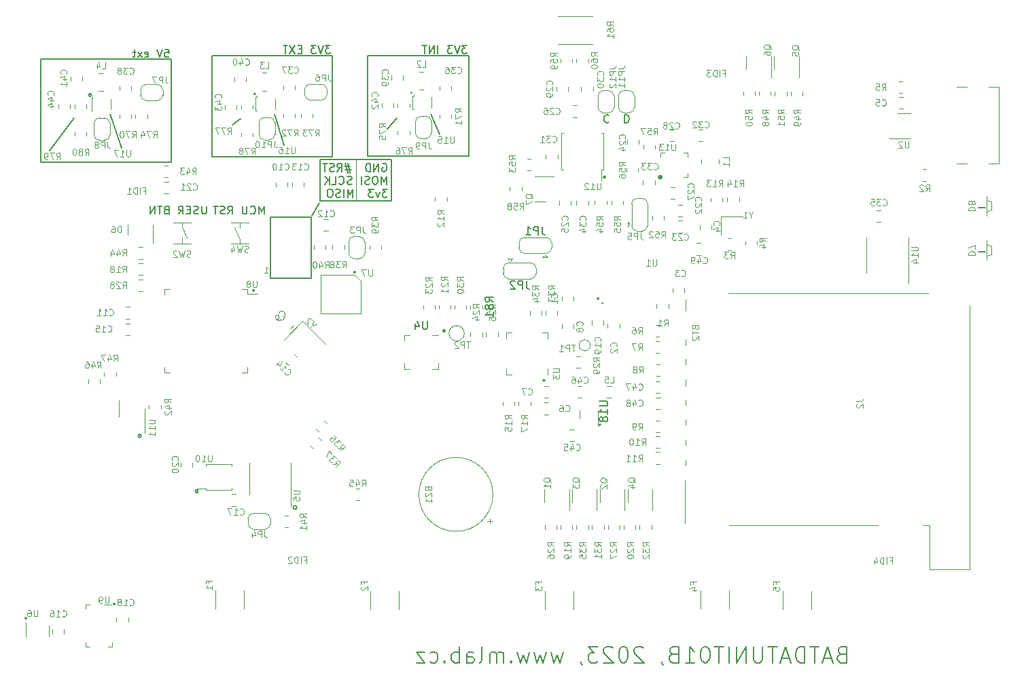
<source format=gbr>
%TF.GenerationSoftware,KiCad,Pcbnew,7.0.9-7.0.9~ubuntu23.04.1*%
%TF.CreationDate,2023-11-27T10:16:13+00:00*%
%TF.ProjectId,BATDATUNIT01,42415444-4154-4554-9e49-5430312e6b69,01A*%
%TF.SameCoordinates,Original*%
%TF.FileFunction,Legend,Bot*%
%TF.FilePolarity,Positive*%
%FSLAX46Y46*%
G04 Gerber Fmt 4.6, Leading zero omitted, Abs format (unit mm)*
G04 Created by KiCad (PCBNEW 7.0.9-7.0.9~ubuntu23.04.1) date 2023-11-27 10:16:13*
%MOMM*%
%LPD*%
G01*
G04 APERTURE LIST*
%ADD10C,0.150000*%
%ADD11C,0.264628*%
%ADD12C,0.100000*%
%ADD13C,0.200000*%
%ADD14C,0.120000*%
G04 APERTURE END LIST*
D10*
X86861000Y46626000D02*
G75*
G03*
X86861000Y46626000I-125000J0D01*
G01*
X15571553Y6779750D02*
G75*
G03*
X15571553Y6779750I-111803J0D01*
G01*
X52136000Y64026000D02*
X61011000Y64026000D01*
X61011000Y58826000D01*
X52136000Y58826000D01*
X52136000Y64026000D01*
X41161000Y68301000D02*
X42186000Y69051000D01*
X80122803Y36451000D02*
G75*
G03*
X80122803Y36451000I-111803J0D01*
G01*
X58036000Y77001000D02*
X70661000Y77001000D01*
X70661000Y64426000D01*
X58036000Y64426000D01*
X58036000Y77001000D01*
X26596553Y8554750D02*
G75*
G03*
X26596553Y8554750I-111803J0D01*
G01*
X61661000Y69176000D02*
X60511000Y67826000D01*
X43952421Y47651000D02*
G75*
G03*
X43952421Y47651000I-141421J0D01*
G01*
X38611000Y77001000D02*
X53661000Y77001000D01*
X53661000Y64351000D01*
X38611000Y64351000D01*
X38611000Y77001000D01*
X17311000Y76551000D02*
X33586000Y76551000D01*
X33586000Y63651000D01*
X17311000Y63651000D01*
X17311000Y76551000D01*
X94726058Y61806000D02*
G75*
G03*
X94726058Y61806000I-215058J0D01*
G01*
X49216489Y20601000D02*
G75*
G03*
X49216489Y20601000I-230489J0D01*
G01*
X21450000Y69150000D02*
X18400000Y65100000D01*
X47586000Y65826000D02*
X46436000Y69651000D01*
X36916278Y22626000D02*
G75*
G03*
X36916278Y22626000I-180278J0D01*
G01*
D11*
X67693314Y42651000D02*
G75*
G03*
X67693314Y42651000I-132314J0D01*
G01*
D10*
X29831256Y29526000D02*
G75*
G03*
X29831256Y29526000I-195256J0D01*
G01*
X51056000Y57006000D02*
X52036000Y58626000D01*
X45896000Y56786000D02*
X50976000Y56786000D01*
X50976000Y49166000D01*
X45896000Y49166000D01*
X45896000Y56786000D01*
X56570629Y49976000D02*
G75*
G03*
X56570629Y49976000I-134629J0D01*
G01*
X23641278Y72051000D02*
G75*
G03*
X23641278Y72051000I-180278J0D01*
G01*
X87703705Y61801000D02*
G75*
G03*
X87703705Y61801000I-167705J0D01*
G01*
X25986000Y69676000D02*
X27386000Y65426000D01*
X63531711Y72326000D02*
G75*
G03*
X63531711Y72326000I-70711J0D01*
G01*
X44051139Y72201000D02*
G75*
G03*
X44051139Y72201000I-90139J0D01*
G01*
D12*
X56573500Y64026000D02*
X56573500Y58826000D01*
D10*
X87097803Y30926000D02*
G75*
G03*
X87097803Y30926000I-111803J0D01*
G01*
X65936000Y69701000D02*
X67050000Y67150000D01*
X59875411Y63478562D02*
X59970649Y63526181D01*
X59970649Y63526181D02*
X60113506Y63526181D01*
X60113506Y63526181D02*
X60256363Y63478562D01*
X60256363Y63478562D02*
X60351601Y63383324D01*
X60351601Y63383324D02*
X60399220Y63288086D01*
X60399220Y63288086D02*
X60446839Y63097610D01*
X60446839Y63097610D02*
X60446839Y62954753D01*
X60446839Y62954753D02*
X60399220Y62764277D01*
X60399220Y62764277D02*
X60351601Y62669039D01*
X60351601Y62669039D02*
X60256363Y62573800D01*
X60256363Y62573800D02*
X60113506Y62526181D01*
X60113506Y62526181D02*
X60018268Y62526181D01*
X60018268Y62526181D02*
X59875411Y62573800D01*
X59875411Y62573800D02*
X59827792Y62621420D01*
X59827792Y62621420D02*
X59827792Y62954753D01*
X59827792Y62954753D02*
X60018268Y62954753D01*
X59399220Y62526181D02*
X59399220Y63526181D01*
X59399220Y63526181D02*
X58827792Y62526181D01*
X58827792Y62526181D02*
X58827792Y63526181D01*
X58351601Y62526181D02*
X58351601Y63526181D01*
X58351601Y63526181D02*
X58113506Y63526181D01*
X58113506Y63526181D02*
X57970649Y63478562D01*
X57970649Y63478562D02*
X57875411Y63383324D01*
X57875411Y63383324D02*
X57827792Y63288086D01*
X57827792Y63288086D02*
X57780173Y63097610D01*
X57780173Y63097610D02*
X57780173Y62954753D01*
X57780173Y62954753D02*
X57827792Y62764277D01*
X57827792Y62764277D02*
X57875411Y62669039D01*
X57875411Y62669039D02*
X57970649Y62573800D01*
X57970649Y62573800D02*
X58113506Y62526181D01*
X58113506Y62526181D02*
X58351601Y62526181D01*
X55875410Y63192848D02*
X55161125Y63192848D01*
X55589696Y63621420D02*
X55875410Y62335705D01*
X55256363Y62764277D02*
X55970648Y62764277D01*
X55542077Y62335705D02*
X55256363Y63621420D01*
X54256363Y62526181D02*
X54589696Y63002372D01*
X54827791Y62526181D02*
X54827791Y63526181D01*
X54827791Y63526181D02*
X54446839Y63526181D01*
X54446839Y63526181D02*
X54351601Y63478562D01*
X54351601Y63478562D02*
X54303982Y63430943D01*
X54303982Y63430943D02*
X54256363Y63335705D01*
X54256363Y63335705D02*
X54256363Y63192848D01*
X54256363Y63192848D02*
X54303982Y63097610D01*
X54303982Y63097610D02*
X54351601Y63049991D01*
X54351601Y63049991D02*
X54446839Y63002372D01*
X54446839Y63002372D02*
X54827791Y63002372D01*
X53875410Y62573800D02*
X53732553Y62526181D01*
X53732553Y62526181D02*
X53494458Y62526181D01*
X53494458Y62526181D02*
X53399220Y62573800D01*
X53399220Y62573800D02*
X53351601Y62621420D01*
X53351601Y62621420D02*
X53303982Y62716658D01*
X53303982Y62716658D02*
X53303982Y62811896D01*
X53303982Y62811896D02*
X53351601Y62907134D01*
X53351601Y62907134D02*
X53399220Y62954753D01*
X53399220Y62954753D02*
X53494458Y63002372D01*
X53494458Y63002372D02*
X53684934Y63049991D01*
X53684934Y63049991D02*
X53780172Y63097610D01*
X53780172Y63097610D02*
X53827791Y63145229D01*
X53827791Y63145229D02*
X53875410Y63240467D01*
X53875410Y63240467D02*
X53875410Y63335705D01*
X53875410Y63335705D02*
X53827791Y63430943D01*
X53827791Y63430943D02*
X53780172Y63478562D01*
X53780172Y63478562D02*
X53684934Y63526181D01*
X53684934Y63526181D02*
X53446839Y63526181D01*
X53446839Y63526181D02*
X53303982Y63478562D01*
X53018267Y63526181D02*
X52446839Y63526181D01*
X52732553Y62526181D02*
X52732553Y63526181D01*
X60399220Y60916181D02*
X60399220Y61916181D01*
X60399220Y61916181D02*
X60065887Y61201896D01*
X60065887Y61201896D02*
X59732554Y61916181D01*
X59732554Y61916181D02*
X59732554Y60916181D01*
X59065887Y61916181D02*
X58875411Y61916181D01*
X58875411Y61916181D02*
X58780173Y61868562D01*
X58780173Y61868562D02*
X58684935Y61773324D01*
X58684935Y61773324D02*
X58637316Y61582848D01*
X58637316Y61582848D02*
X58637316Y61249515D01*
X58637316Y61249515D02*
X58684935Y61059039D01*
X58684935Y61059039D02*
X58780173Y60963800D01*
X58780173Y60963800D02*
X58875411Y60916181D01*
X58875411Y60916181D02*
X59065887Y60916181D01*
X59065887Y60916181D02*
X59161125Y60963800D01*
X59161125Y60963800D02*
X59256363Y61059039D01*
X59256363Y61059039D02*
X59303982Y61249515D01*
X59303982Y61249515D02*
X59303982Y61582848D01*
X59303982Y61582848D02*
X59256363Y61773324D01*
X59256363Y61773324D02*
X59161125Y61868562D01*
X59161125Y61868562D02*
X59065887Y61916181D01*
X58256363Y60963800D02*
X58113506Y60916181D01*
X58113506Y60916181D02*
X57875411Y60916181D01*
X57875411Y60916181D02*
X57780173Y60963800D01*
X57780173Y60963800D02*
X57732554Y61011420D01*
X57732554Y61011420D02*
X57684935Y61106658D01*
X57684935Y61106658D02*
X57684935Y61201896D01*
X57684935Y61201896D02*
X57732554Y61297134D01*
X57732554Y61297134D02*
X57780173Y61344753D01*
X57780173Y61344753D02*
X57875411Y61392372D01*
X57875411Y61392372D02*
X58065887Y61439991D01*
X58065887Y61439991D02*
X58161125Y61487610D01*
X58161125Y61487610D02*
X58208744Y61535229D01*
X58208744Y61535229D02*
X58256363Y61630467D01*
X58256363Y61630467D02*
X58256363Y61725705D01*
X58256363Y61725705D02*
X58208744Y61820943D01*
X58208744Y61820943D02*
X58161125Y61868562D01*
X58161125Y61868562D02*
X58065887Y61916181D01*
X58065887Y61916181D02*
X57827792Y61916181D01*
X57827792Y61916181D02*
X57684935Y61868562D01*
X57256363Y60916181D02*
X57256363Y61916181D01*
X56065887Y60963800D02*
X55923030Y60916181D01*
X55923030Y60916181D02*
X55684935Y60916181D01*
X55684935Y60916181D02*
X55589697Y60963800D01*
X55589697Y60963800D02*
X55542078Y61011420D01*
X55542078Y61011420D02*
X55494459Y61106658D01*
X55494459Y61106658D02*
X55494459Y61201896D01*
X55494459Y61201896D02*
X55542078Y61297134D01*
X55542078Y61297134D02*
X55589697Y61344753D01*
X55589697Y61344753D02*
X55684935Y61392372D01*
X55684935Y61392372D02*
X55875411Y61439991D01*
X55875411Y61439991D02*
X55970649Y61487610D01*
X55970649Y61487610D02*
X56018268Y61535229D01*
X56018268Y61535229D02*
X56065887Y61630467D01*
X56065887Y61630467D02*
X56065887Y61725705D01*
X56065887Y61725705D02*
X56018268Y61820943D01*
X56018268Y61820943D02*
X55970649Y61868562D01*
X55970649Y61868562D02*
X55875411Y61916181D01*
X55875411Y61916181D02*
X55637316Y61916181D01*
X55637316Y61916181D02*
X55494459Y61868562D01*
X54494459Y61011420D02*
X54542078Y60963800D01*
X54542078Y60963800D02*
X54684935Y60916181D01*
X54684935Y60916181D02*
X54780173Y60916181D01*
X54780173Y60916181D02*
X54923030Y60963800D01*
X54923030Y60963800D02*
X55018268Y61059039D01*
X55018268Y61059039D02*
X55065887Y61154277D01*
X55065887Y61154277D02*
X55113506Y61344753D01*
X55113506Y61344753D02*
X55113506Y61487610D01*
X55113506Y61487610D02*
X55065887Y61678086D01*
X55065887Y61678086D02*
X55018268Y61773324D01*
X55018268Y61773324D02*
X54923030Y61868562D01*
X54923030Y61868562D02*
X54780173Y61916181D01*
X54780173Y61916181D02*
X54684935Y61916181D01*
X54684935Y61916181D02*
X54542078Y61868562D01*
X54542078Y61868562D02*
X54494459Y61820943D01*
X53589697Y60916181D02*
X54065887Y60916181D01*
X54065887Y60916181D02*
X54065887Y61916181D01*
X53256363Y60916181D02*
X53256363Y61916181D01*
X52684935Y60916181D02*
X53113506Y61487610D01*
X52684935Y61916181D02*
X53256363Y61344753D01*
X60494458Y60306181D02*
X59875411Y60306181D01*
X59875411Y60306181D02*
X60208744Y59925229D01*
X60208744Y59925229D02*
X60065887Y59925229D01*
X60065887Y59925229D02*
X59970649Y59877610D01*
X59970649Y59877610D02*
X59923030Y59829991D01*
X59923030Y59829991D02*
X59875411Y59734753D01*
X59875411Y59734753D02*
X59875411Y59496658D01*
X59875411Y59496658D02*
X59923030Y59401420D01*
X59923030Y59401420D02*
X59970649Y59353800D01*
X59970649Y59353800D02*
X60065887Y59306181D01*
X60065887Y59306181D02*
X60351601Y59306181D01*
X60351601Y59306181D02*
X60446839Y59353800D01*
X60446839Y59353800D02*
X60494458Y59401420D01*
X59542077Y59972848D02*
X59303982Y59306181D01*
X59303982Y59306181D02*
X59065887Y59972848D01*
X58780172Y60306181D02*
X58161125Y60306181D01*
X58161125Y60306181D02*
X58494458Y59925229D01*
X58494458Y59925229D02*
X58351601Y59925229D01*
X58351601Y59925229D02*
X58256363Y59877610D01*
X58256363Y59877610D02*
X58208744Y59829991D01*
X58208744Y59829991D02*
X58161125Y59734753D01*
X58161125Y59734753D02*
X58161125Y59496658D01*
X58161125Y59496658D02*
X58208744Y59401420D01*
X58208744Y59401420D02*
X58256363Y59353800D01*
X58256363Y59353800D02*
X58351601Y59306181D01*
X58351601Y59306181D02*
X58637315Y59306181D01*
X58637315Y59306181D02*
X58732553Y59353800D01*
X58732553Y59353800D02*
X58780172Y59401420D01*
X56208743Y59306181D02*
X56208743Y60306181D01*
X56208743Y60306181D02*
X55875410Y59591896D01*
X55875410Y59591896D02*
X55542077Y60306181D01*
X55542077Y60306181D02*
X55542077Y59306181D01*
X55065886Y59306181D02*
X55065886Y60306181D01*
X54637315Y59353800D02*
X54494458Y59306181D01*
X54494458Y59306181D02*
X54256363Y59306181D01*
X54256363Y59306181D02*
X54161125Y59353800D01*
X54161125Y59353800D02*
X54113506Y59401420D01*
X54113506Y59401420D02*
X54065887Y59496658D01*
X54065887Y59496658D02*
X54065887Y59591896D01*
X54065887Y59591896D02*
X54113506Y59687134D01*
X54113506Y59687134D02*
X54161125Y59734753D01*
X54161125Y59734753D02*
X54256363Y59782372D01*
X54256363Y59782372D02*
X54446839Y59829991D01*
X54446839Y59829991D02*
X54542077Y59877610D01*
X54542077Y59877610D02*
X54589696Y59925229D01*
X54589696Y59925229D02*
X54637315Y60020467D01*
X54637315Y60020467D02*
X54637315Y60115705D01*
X54637315Y60115705D02*
X54589696Y60210943D01*
X54589696Y60210943D02*
X54542077Y60258562D01*
X54542077Y60258562D02*
X54446839Y60306181D01*
X54446839Y60306181D02*
X54208744Y60306181D01*
X54208744Y60306181D02*
X54065887Y60258562D01*
X53446839Y60306181D02*
X53256363Y60306181D01*
X53256363Y60306181D02*
X53161125Y60258562D01*
X53161125Y60258562D02*
X53065887Y60163324D01*
X53065887Y60163324D02*
X53018268Y59972848D01*
X53018268Y59972848D02*
X53018268Y59639515D01*
X53018268Y59639515D02*
X53065887Y59449039D01*
X53065887Y59449039D02*
X53161125Y59353800D01*
X53161125Y59353800D02*
X53256363Y59306181D01*
X53256363Y59306181D02*
X53446839Y59306181D01*
X53446839Y59306181D02*
X53542077Y59353800D01*
X53542077Y59353800D02*
X53637315Y59449039D01*
X53637315Y59449039D02*
X53684934Y59639515D01*
X53684934Y59639515D02*
X53684934Y59972848D01*
X53684934Y59972848D02*
X53637315Y60163324D01*
X53637315Y60163324D02*
X53542077Y60258562D01*
X53542077Y60258562D02*
X53446839Y60306181D01*
X37949220Y58206181D02*
X37949220Y57396658D01*
X37949220Y57396658D02*
X37901601Y57301420D01*
X37901601Y57301420D02*
X37853982Y57253800D01*
X37853982Y57253800D02*
X37758744Y57206181D01*
X37758744Y57206181D02*
X37568268Y57206181D01*
X37568268Y57206181D02*
X37473030Y57253800D01*
X37473030Y57253800D02*
X37425411Y57301420D01*
X37425411Y57301420D02*
X37377792Y57396658D01*
X37377792Y57396658D02*
X37377792Y58206181D01*
X36949220Y57253800D02*
X36806363Y57206181D01*
X36806363Y57206181D02*
X36568268Y57206181D01*
X36568268Y57206181D02*
X36473030Y57253800D01*
X36473030Y57253800D02*
X36425411Y57301420D01*
X36425411Y57301420D02*
X36377792Y57396658D01*
X36377792Y57396658D02*
X36377792Y57491896D01*
X36377792Y57491896D02*
X36425411Y57587134D01*
X36425411Y57587134D02*
X36473030Y57634753D01*
X36473030Y57634753D02*
X36568268Y57682372D01*
X36568268Y57682372D02*
X36758744Y57729991D01*
X36758744Y57729991D02*
X36853982Y57777610D01*
X36853982Y57777610D02*
X36901601Y57825229D01*
X36901601Y57825229D02*
X36949220Y57920467D01*
X36949220Y57920467D02*
X36949220Y58015705D01*
X36949220Y58015705D02*
X36901601Y58110943D01*
X36901601Y58110943D02*
X36853982Y58158562D01*
X36853982Y58158562D02*
X36758744Y58206181D01*
X36758744Y58206181D02*
X36520649Y58206181D01*
X36520649Y58206181D02*
X36377792Y58158562D01*
X35949220Y57729991D02*
X35615887Y57729991D01*
X35473030Y57206181D02*
X35949220Y57206181D01*
X35949220Y57206181D02*
X35949220Y58206181D01*
X35949220Y58206181D02*
X35473030Y58206181D01*
X34473030Y57206181D02*
X34806363Y57682372D01*
X35044458Y57206181D02*
X35044458Y58206181D01*
X35044458Y58206181D02*
X34663506Y58206181D01*
X34663506Y58206181D02*
X34568268Y58158562D01*
X34568268Y58158562D02*
X34520649Y58110943D01*
X34520649Y58110943D02*
X34473030Y58015705D01*
X34473030Y58015705D02*
X34473030Y57872848D01*
X34473030Y57872848D02*
X34520649Y57777610D01*
X34520649Y57777610D02*
X34568268Y57729991D01*
X34568268Y57729991D02*
X34663506Y57682372D01*
X34663506Y57682372D02*
X35044458Y57682372D01*
X32949220Y57729991D02*
X32806363Y57682372D01*
X32806363Y57682372D02*
X32758744Y57634753D01*
X32758744Y57634753D02*
X32711125Y57539515D01*
X32711125Y57539515D02*
X32711125Y57396658D01*
X32711125Y57396658D02*
X32758744Y57301420D01*
X32758744Y57301420D02*
X32806363Y57253800D01*
X32806363Y57253800D02*
X32901601Y57206181D01*
X32901601Y57206181D02*
X33282553Y57206181D01*
X33282553Y57206181D02*
X33282553Y58206181D01*
X33282553Y58206181D02*
X32949220Y58206181D01*
X32949220Y58206181D02*
X32853982Y58158562D01*
X32853982Y58158562D02*
X32806363Y58110943D01*
X32806363Y58110943D02*
X32758744Y58015705D01*
X32758744Y58015705D02*
X32758744Y57920467D01*
X32758744Y57920467D02*
X32806363Y57825229D01*
X32806363Y57825229D02*
X32853982Y57777610D01*
X32853982Y57777610D02*
X32949220Y57729991D01*
X32949220Y57729991D02*
X33282553Y57729991D01*
X32425410Y58206181D02*
X31853982Y58206181D01*
X32139696Y57206181D02*
X32139696Y58206181D01*
X31520648Y57206181D02*
X31520648Y58206181D01*
X31520648Y58206181D02*
X30949220Y57206181D01*
X30949220Y57206181D02*
X30949220Y58206181D01*
X70419458Y78256181D02*
X69800411Y78256181D01*
X69800411Y78256181D02*
X70133744Y77875229D01*
X70133744Y77875229D02*
X69990887Y77875229D01*
X69990887Y77875229D02*
X69895649Y77827610D01*
X69895649Y77827610D02*
X69848030Y77779991D01*
X69848030Y77779991D02*
X69800411Y77684753D01*
X69800411Y77684753D02*
X69800411Y77446658D01*
X69800411Y77446658D02*
X69848030Y77351420D01*
X69848030Y77351420D02*
X69895649Y77303800D01*
X69895649Y77303800D02*
X69990887Y77256181D01*
X69990887Y77256181D02*
X70276601Y77256181D01*
X70276601Y77256181D02*
X70371839Y77303800D01*
X70371839Y77303800D02*
X70419458Y77351420D01*
X69514696Y78256181D02*
X69181363Y77256181D01*
X69181363Y77256181D02*
X68848030Y78256181D01*
X68609934Y78256181D02*
X67990887Y78256181D01*
X67990887Y78256181D02*
X68324220Y77875229D01*
X68324220Y77875229D02*
X68181363Y77875229D01*
X68181363Y77875229D02*
X68086125Y77827610D01*
X68086125Y77827610D02*
X68038506Y77779991D01*
X68038506Y77779991D02*
X67990887Y77684753D01*
X67990887Y77684753D02*
X67990887Y77446658D01*
X67990887Y77446658D02*
X68038506Y77351420D01*
X68038506Y77351420D02*
X68086125Y77303800D01*
X68086125Y77303800D02*
X68181363Y77256181D01*
X68181363Y77256181D02*
X68467077Y77256181D01*
X68467077Y77256181D02*
X68562315Y77303800D01*
X68562315Y77303800D02*
X68609934Y77351420D01*
X66800410Y77256181D02*
X66800410Y78256181D01*
X66324220Y77256181D02*
X66324220Y78256181D01*
X66324220Y78256181D02*
X65752792Y77256181D01*
X65752792Y77256181D02*
X65752792Y78256181D01*
X65419458Y78256181D02*
X64848030Y78256181D01*
X65133744Y77256181D02*
X65133744Y78256181D01*
X88094207Y69500581D02*
X88046588Y69548200D01*
X88046588Y69548200D02*
X87903731Y69595820D01*
X87903731Y69595820D02*
X87808493Y69595820D01*
X87808493Y69595820D02*
X87665636Y69548200D01*
X87665636Y69548200D02*
X87570398Y69452962D01*
X87570398Y69452962D02*
X87522779Y69357724D01*
X87522779Y69357724D02*
X87475160Y69167248D01*
X87475160Y69167248D02*
X87475160Y69024391D01*
X87475160Y69024391D02*
X87522779Y68833915D01*
X87522779Y68833915D02*
X87570398Y68738677D01*
X87570398Y68738677D02*
X87665636Y68643439D01*
X87665636Y68643439D02*
X87808493Y68595820D01*
X87808493Y68595820D02*
X87903731Y68595820D01*
X87903731Y68595820D02*
X88046588Y68643439D01*
X88046588Y68643439D02*
X88094207Y68691058D01*
X90046589Y69595820D02*
X90046589Y68595820D01*
X90046589Y68595820D02*
X90284684Y68595820D01*
X90284684Y68595820D02*
X90427541Y68643439D01*
X90427541Y68643439D02*
X90522779Y68738677D01*
X90522779Y68738677D02*
X90570398Y68833915D01*
X90570398Y68833915D02*
X90618017Y69024391D01*
X90618017Y69024391D02*
X90618017Y69167248D01*
X90618017Y69167248D02*
X90570398Y69357724D01*
X90570398Y69357724D02*
X90522779Y69452962D01*
X90522779Y69452962D02*
X90427541Y69548200D01*
X90427541Y69548200D02*
X90284684Y69595820D01*
X90284684Y69595820D02*
X90046589Y69595820D01*
X45149220Y57206181D02*
X45149220Y58206181D01*
X45149220Y58206181D02*
X44815887Y57491896D01*
X44815887Y57491896D02*
X44482554Y58206181D01*
X44482554Y58206181D02*
X44482554Y57206181D01*
X43434935Y57301420D02*
X43482554Y57253800D01*
X43482554Y57253800D02*
X43625411Y57206181D01*
X43625411Y57206181D02*
X43720649Y57206181D01*
X43720649Y57206181D02*
X43863506Y57253800D01*
X43863506Y57253800D02*
X43958744Y57349039D01*
X43958744Y57349039D02*
X44006363Y57444277D01*
X44006363Y57444277D02*
X44053982Y57634753D01*
X44053982Y57634753D02*
X44053982Y57777610D01*
X44053982Y57777610D02*
X44006363Y57968086D01*
X44006363Y57968086D02*
X43958744Y58063324D01*
X43958744Y58063324D02*
X43863506Y58158562D01*
X43863506Y58158562D02*
X43720649Y58206181D01*
X43720649Y58206181D02*
X43625411Y58206181D01*
X43625411Y58206181D02*
X43482554Y58158562D01*
X43482554Y58158562D02*
X43434935Y58110943D01*
X43006363Y58206181D02*
X43006363Y57396658D01*
X43006363Y57396658D02*
X42958744Y57301420D01*
X42958744Y57301420D02*
X42911125Y57253800D01*
X42911125Y57253800D02*
X42815887Y57206181D01*
X42815887Y57206181D02*
X42625411Y57206181D01*
X42625411Y57206181D02*
X42530173Y57253800D01*
X42530173Y57253800D02*
X42482554Y57301420D01*
X42482554Y57301420D02*
X42434935Y57396658D01*
X42434935Y57396658D02*
X42434935Y58206181D01*
X40625411Y57206181D02*
X40958744Y57682372D01*
X41196839Y57206181D02*
X41196839Y58206181D01*
X41196839Y58206181D02*
X40815887Y58206181D01*
X40815887Y58206181D02*
X40720649Y58158562D01*
X40720649Y58158562D02*
X40673030Y58110943D01*
X40673030Y58110943D02*
X40625411Y58015705D01*
X40625411Y58015705D02*
X40625411Y57872848D01*
X40625411Y57872848D02*
X40673030Y57777610D01*
X40673030Y57777610D02*
X40720649Y57729991D01*
X40720649Y57729991D02*
X40815887Y57682372D01*
X40815887Y57682372D02*
X41196839Y57682372D01*
X40244458Y57253800D02*
X40101601Y57206181D01*
X40101601Y57206181D02*
X39863506Y57206181D01*
X39863506Y57206181D02*
X39768268Y57253800D01*
X39768268Y57253800D02*
X39720649Y57301420D01*
X39720649Y57301420D02*
X39673030Y57396658D01*
X39673030Y57396658D02*
X39673030Y57491896D01*
X39673030Y57491896D02*
X39720649Y57587134D01*
X39720649Y57587134D02*
X39768268Y57634753D01*
X39768268Y57634753D02*
X39863506Y57682372D01*
X39863506Y57682372D02*
X40053982Y57729991D01*
X40053982Y57729991D02*
X40149220Y57777610D01*
X40149220Y57777610D02*
X40196839Y57825229D01*
X40196839Y57825229D02*
X40244458Y57920467D01*
X40244458Y57920467D02*
X40244458Y58015705D01*
X40244458Y58015705D02*
X40196839Y58110943D01*
X40196839Y58110943D02*
X40149220Y58158562D01*
X40149220Y58158562D02*
X40053982Y58206181D01*
X40053982Y58206181D02*
X39815887Y58206181D01*
X39815887Y58206181D02*
X39673030Y58158562D01*
X39387315Y58206181D02*
X38815887Y58206181D01*
X39101601Y57206181D02*
X39101601Y58206181D01*
X32773030Y77756181D02*
X33249220Y77756181D01*
X33249220Y77756181D02*
X33296839Y77279991D01*
X33296839Y77279991D02*
X33249220Y77327610D01*
X33249220Y77327610D02*
X33153982Y77375229D01*
X33153982Y77375229D02*
X32915887Y77375229D01*
X32915887Y77375229D02*
X32820649Y77327610D01*
X32820649Y77327610D02*
X32773030Y77279991D01*
X32773030Y77279991D02*
X32725411Y77184753D01*
X32725411Y77184753D02*
X32725411Y76946658D01*
X32725411Y76946658D02*
X32773030Y76851420D01*
X32773030Y76851420D02*
X32820649Y76803800D01*
X32820649Y76803800D02*
X32915887Y76756181D01*
X32915887Y76756181D02*
X33153982Y76756181D01*
X33153982Y76756181D02*
X33249220Y76803800D01*
X33249220Y76803800D02*
X33296839Y76851420D01*
X32439696Y77756181D02*
X32106363Y76756181D01*
X32106363Y76756181D02*
X31773030Y77756181D01*
X30296839Y76803800D02*
X30392077Y76756181D01*
X30392077Y76756181D02*
X30582553Y76756181D01*
X30582553Y76756181D02*
X30677791Y76803800D01*
X30677791Y76803800D02*
X30725410Y76899039D01*
X30725410Y76899039D02*
X30725410Y77279991D01*
X30725410Y77279991D02*
X30677791Y77375229D01*
X30677791Y77375229D02*
X30582553Y77422848D01*
X30582553Y77422848D02*
X30392077Y77422848D01*
X30392077Y77422848D02*
X30296839Y77375229D01*
X30296839Y77375229D02*
X30249220Y77279991D01*
X30249220Y77279991D02*
X30249220Y77184753D01*
X30249220Y77184753D02*
X30725410Y77089515D01*
X29915886Y76756181D02*
X29392077Y77422848D01*
X29915886Y77422848D02*
X29392077Y76756181D01*
X29153981Y77422848D02*
X28773029Y77422848D01*
X29011124Y77756181D02*
X29011124Y76899039D01*
X29011124Y76899039D02*
X28963505Y76803800D01*
X28963505Y76803800D02*
X28868267Y76756181D01*
X28868267Y76756181D02*
X28773029Y76756181D01*
D13*
X117061564Y2278781D02*
X116775850Y2183543D01*
X116775850Y2183543D02*
X116680612Y2088305D01*
X116680612Y2088305D02*
X116585374Y1897829D01*
X116585374Y1897829D02*
X116585374Y1612115D01*
X116585374Y1612115D02*
X116680612Y1421639D01*
X116680612Y1421639D02*
X116775850Y1326400D01*
X116775850Y1326400D02*
X116966326Y1231162D01*
X116966326Y1231162D02*
X117728231Y1231162D01*
X117728231Y1231162D02*
X117728231Y3231162D01*
X117728231Y3231162D02*
X117061564Y3231162D01*
X117061564Y3231162D02*
X116871088Y3135924D01*
X116871088Y3135924D02*
X116775850Y3040686D01*
X116775850Y3040686D02*
X116680612Y2850210D01*
X116680612Y2850210D02*
X116680612Y2659734D01*
X116680612Y2659734D02*
X116775850Y2469258D01*
X116775850Y2469258D02*
X116871088Y2374020D01*
X116871088Y2374020D02*
X117061564Y2278781D01*
X117061564Y2278781D02*
X117728231Y2278781D01*
X115823469Y1802591D02*
X114871088Y1802591D01*
X116013945Y1231162D02*
X115347279Y3231162D01*
X115347279Y3231162D02*
X114680612Y1231162D01*
X114299659Y3231162D02*
X113156802Y3231162D01*
X113728231Y1231162D02*
X113728231Y3231162D01*
X112490135Y1231162D02*
X112490135Y3231162D01*
X112490135Y3231162D02*
X112013945Y3231162D01*
X112013945Y3231162D02*
X111728230Y3135924D01*
X111728230Y3135924D02*
X111537754Y2945448D01*
X111537754Y2945448D02*
X111442516Y2754972D01*
X111442516Y2754972D02*
X111347278Y2374020D01*
X111347278Y2374020D02*
X111347278Y2088305D01*
X111347278Y2088305D02*
X111442516Y1707353D01*
X111442516Y1707353D02*
X111537754Y1516877D01*
X111537754Y1516877D02*
X111728230Y1326400D01*
X111728230Y1326400D02*
X112013945Y1231162D01*
X112013945Y1231162D02*
X112490135Y1231162D01*
X110585373Y1802591D02*
X109632992Y1802591D01*
X110775849Y1231162D02*
X110109183Y3231162D01*
X110109183Y3231162D02*
X109442516Y1231162D01*
X109061563Y3231162D02*
X107918706Y3231162D01*
X108490135Y1231162D02*
X108490135Y3231162D01*
X107252039Y3231162D02*
X107252039Y1612115D01*
X107252039Y1612115D02*
X107156801Y1421639D01*
X107156801Y1421639D02*
X107061563Y1326400D01*
X107061563Y1326400D02*
X106871087Y1231162D01*
X106871087Y1231162D02*
X106490134Y1231162D01*
X106490134Y1231162D02*
X106299658Y1326400D01*
X106299658Y1326400D02*
X106204420Y1421639D01*
X106204420Y1421639D02*
X106109182Y1612115D01*
X106109182Y1612115D02*
X106109182Y3231162D01*
X105156801Y1231162D02*
X105156801Y3231162D01*
X105156801Y3231162D02*
X104013944Y1231162D01*
X104013944Y1231162D02*
X104013944Y3231162D01*
X103061563Y1231162D02*
X103061563Y3231162D01*
X102394896Y3231162D02*
X101252039Y3231162D01*
X101823468Y1231162D02*
X101823468Y3231162D01*
X100204420Y3231162D02*
X100013943Y3231162D01*
X100013943Y3231162D02*
X99823467Y3135924D01*
X99823467Y3135924D02*
X99728229Y3040686D01*
X99728229Y3040686D02*
X99632991Y2850210D01*
X99632991Y2850210D02*
X99537753Y2469258D01*
X99537753Y2469258D02*
X99537753Y1993067D01*
X99537753Y1993067D02*
X99632991Y1612115D01*
X99632991Y1612115D02*
X99728229Y1421639D01*
X99728229Y1421639D02*
X99823467Y1326400D01*
X99823467Y1326400D02*
X100013943Y1231162D01*
X100013943Y1231162D02*
X100204420Y1231162D01*
X100204420Y1231162D02*
X100394896Y1326400D01*
X100394896Y1326400D02*
X100490134Y1421639D01*
X100490134Y1421639D02*
X100585372Y1612115D01*
X100585372Y1612115D02*
X100680610Y1993067D01*
X100680610Y1993067D02*
X100680610Y2469258D01*
X100680610Y2469258D02*
X100585372Y2850210D01*
X100585372Y2850210D02*
X100490134Y3040686D01*
X100490134Y3040686D02*
X100394896Y3135924D01*
X100394896Y3135924D02*
X100204420Y3231162D01*
X97632991Y1231162D02*
X98775848Y1231162D01*
X98204420Y1231162D02*
X98204420Y3231162D01*
X98204420Y3231162D02*
X98394896Y2945448D01*
X98394896Y2945448D02*
X98585372Y2754972D01*
X98585372Y2754972D02*
X98775848Y2659734D01*
X96109181Y2278781D02*
X95823467Y2183543D01*
X95823467Y2183543D02*
X95728229Y2088305D01*
X95728229Y2088305D02*
X95632991Y1897829D01*
X95632991Y1897829D02*
X95632991Y1612115D01*
X95632991Y1612115D02*
X95728229Y1421639D01*
X95728229Y1421639D02*
X95823467Y1326400D01*
X95823467Y1326400D02*
X96013943Y1231162D01*
X96013943Y1231162D02*
X96775848Y1231162D01*
X96775848Y1231162D02*
X96775848Y3231162D01*
X96775848Y3231162D02*
X96109181Y3231162D01*
X96109181Y3231162D02*
X95918705Y3135924D01*
X95918705Y3135924D02*
X95823467Y3040686D01*
X95823467Y3040686D02*
X95728229Y2850210D01*
X95728229Y2850210D02*
X95728229Y2659734D01*
X95728229Y2659734D02*
X95823467Y2469258D01*
X95823467Y2469258D02*
X95918705Y2374020D01*
X95918705Y2374020D02*
X96109181Y2278781D01*
X96109181Y2278781D02*
X96775848Y2278781D01*
X94680610Y1326400D02*
X94680610Y1231162D01*
X94680610Y1231162D02*
X94775848Y1040686D01*
X94775848Y1040686D02*
X94871086Y945448D01*
X92394895Y3040686D02*
X92299657Y3135924D01*
X92299657Y3135924D02*
X92109181Y3231162D01*
X92109181Y3231162D02*
X91632990Y3231162D01*
X91632990Y3231162D02*
X91442514Y3135924D01*
X91442514Y3135924D02*
X91347276Y3040686D01*
X91347276Y3040686D02*
X91252038Y2850210D01*
X91252038Y2850210D02*
X91252038Y2659734D01*
X91252038Y2659734D02*
X91347276Y2374020D01*
X91347276Y2374020D02*
X92490133Y1231162D01*
X92490133Y1231162D02*
X91252038Y1231162D01*
X90013943Y3231162D02*
X89823466Y3231162D01*
X89823466Y3231162D02*
X89632990Y3135924D01*
X89632990Y3135924D02*
X89537752Y3040686D01*
X89537752Y3040686D02*
X89442514Y2850210D01*
X89442514Y2850210D02*
X89347276Y2469258D01*
X89347276Y2469258D02*
X89347276Y1993067D01*
X89347276Y1993067D02*
X89442514Y1612115D01*
X89442514Y1612115D02*
X89537752Y1421639D01*
X89537752Y1421639D02*
X89632990Y1326400D01*
X89632990Y1326400D02*
X89823466Y1231162D01*
X89823466Y1231162D02*
X90013943Y1231162D01*
X90013943Y1231162D02*
X90204419Y1326400D01*
X90204419Y1326400D02*
X90299657Y1421639D01*
X90299657Y1421639D02*
X90394895Y1612115D01*
X90394895Y1612115D02*
X90490133Y1993067D01*
X90490133Y1993067D02*
X90490133Y2469258D01*
X90490133Y2469258D02*
X90394895Y2850210D01*
X90394895Y2850210D02*
X90299657Y3040686D01*
X90299657Y3040686D02*
X90204419Y3135924D01*
X90204419Y3135924D02*
X90013943Y3231162D01*
X88585371Y3040686D02*
X88490133Y3135924D01*
X88490133Y3135924D02*
X88299657Y3231162D01*
X88299657Y3231162D02*
X87823466Y3231162D01*
X87823466Y3231162D02*
X87632990Y3135924D01*
X87632990Y3135924D02*
X87537752Y3040686D01*
X87537752Y3040686D02*
X87442514Y2850210D01*
X87442514Y2850210D02*
X87442514Y2659734D01*
X87442514Y2659734D02*
X87537752Y2374020D01*
X87537752Y2374020D02*
X88680609Y1231162D01*
X88680609Y1231162D02*
X87442514Y1231162D01*
X86775847Y3231162D02*
X85537752Y3231162D01*
X85537752Y3231162D02*
X86204419Y2469258D01*
X86204419Y2469258D02*
X85918704Y2469258D01*
X85918704Y2469258D02*
X85728228Y2374020D01*
X85728228Y2374020D02*
X85632990Y2278781D01*
X85632990Y2278781D02*
X85537752Y2088305D01*
X85537752Y2088305D02*
X85537752Y1612115D01*
X85537752Y1612115D02*
X85632990Y1421639D01*
X85632990Y1421639D02*
X85728228Y1326400D01*
X85728228Y1326400D02*
X85918704Y1231162D01*
X85918704Y1231162D02*
X86490133Y1231162D01*
X86490133Y1231162D02*
X86680609Y1326400D01*
X86680609Y1326400D02*
X86775847Y1421639D01*
X84585371Y1326400D02*
X84585371Y1231162D01*
X84585371Y1231162D02*
X84680609Y1040686D01*
X84680609Y1040686D02*
X84775847Y945448D01*
X82394894Y2564496D02*
X82013942Y1231162D01*
X82013942Y1231162D02*
X81632989Y2183543D01*
X81632989Y2183543D02*
X81252037Y1231162D01*
X81252037Y1231162D02*
X80871085Y2564496D01*
X80299656Y2564496D02*
X79918704Y1231162D01*
X79918704Y1231162D02*
X79537751Y2183543D01*
X79537751Y2183543D02*
X79156799Y1231162D01*
X79156799Y1231162D02*
X78775847Y2564496D01*
X78204418Y2564496D02*
X77823466Y1231162D01*
X77823466Y1231162D02*
X77442513Y2183543D01*
X77442513Y2183543D02*
X77061561Y1231162D01*
X77061561Y1231162D02*
X76680609Y2564496D01*
X75918704Y1421639D02*
X75823466Y1326400D01*
X75823466Y1326400D02*
X75918704Y1231162D01*
X75918704Y1231162D02*
X76013942Y1326400D01*
X76013942Y1326400D02*
X75918704Y1421639D01*
X75918704Y1421639D02*
X75918704Y1231162D01*
X74966323Y1231162D02*
X74966323Y2564496D01*
X74966323Y2374020D02*
X74871085Y2469258D01*
X74871085Y2469258D02*
X74680609Y2564496D01*
X74680609Y2564496D02*
X74394894Y2564496D01*
X74394894Y2564496D02*
X74204418Y2469258D01*
X74204418Y2469258D02*
X74109180Y2278781D01*
X74109180Y2278781D02*
X74109180Y1231162D01*
X74109180Y2278781D02*
X74013942Y2469258D01*
X74013942Y2469258D02*
X73823466Y2564496D01*
X73823466Y2564496D02*
X73537752Y2564496D01*
X73537752Y2564496D02*
X73347275Y2469258D01*
X73347275Y2469258D02*
X73252037Y2278781D01*
X73252037Y2278781D02*
X73252037Y1231162D01*
X72013942Y1231162D02*
X72204418Y1326400D01*
X72204418Y1326400D02*
X72299656Y1516877D01*
X72299656Y1516877D02*
X72299656Y3231162D01*
X70394894Y1231162D02*
X70394894Y2278781D01*
X70394894Y2278781D02*
X70490132Y2469258D01*
X70490132Y2469258D02*
X70680608Y2564496D01*
X70680608Y2564496D02*
X71061561Y2564496D01*
X71061561Y2564496D02*
X71252037Y2469258D01*
X70394894Y1326400D02*
X70585370Y1231162D01*
X70585370Y1231162D02*
X71061561Y1231162D01*
X71061561Y1231162D02*
X71252037Y1326400D01*
X71252037Y1326400D02*
X71347275Y1516877D01*
X71347275Y1516877D02*
X71347275Y1707353D01*
X71347275Y1707353D02*
X71252037Y1897829D01*
X71252037Y1897829D02*
X71061561Y1993067D01*
X71061561Y1993067D02*
X70585370Y1993067D01*
X70585370Y1993067D02*
X70394894Y2088305D01*
X69442513Y1231162D02*
X69442513Y3231162D01*
X69442513Y2469258D02*
X69252037Y2564496D01*
X69252037Y2564496D02*
X68871084Y2564496D01*
X68871084Y2564496D02*
X68680608Y2469258D01*
X68680608Y2469258D02*
X68585370Y2374020D01*
X68585370Y2374020D02*
X68490132Y2183543D01*
X68490132Y2183543D02*
X68490132Y1612115D01*
X68490132Y1612115D02*
X68585370Y1421639D01*
X68585370Y1421639D02*
X68680608Y1326400D01*
X68680608Y1326400D02*
X68871084Y1231162D01*
X68871084Y1231162D02*
X69252037Y1231162D01*
X69252037Y1231162D02*
X69442513Y1326400D01*
X67632989Y1421639D02*
X67537751Y1326400D01*
X67537751Y1326400D02*
X67632989Y1231162D01*
X67632989Y1231162D02*
X67728227Y1326400D01*
X67728227Y1326400D02*
X67632989Y1421639D01*
X67632989Y1421639D02*
X67632989Y1231162D01*
X65823465Y1326400D02*
X66013941Y1231162D01*
X66013941Y1231162D02*
X66394894Y1231162D01*
X66394894Y1231162D02*
X66585370Y1326400D01*
X66585370Y1326400D02*
X66680608Y1421639D01*
X66680608Y1421639D02*
X66775846Y1612115D01*
X66775846Y1612115D02*
X66775846Y2183543D01*
X66775846Y2183543D02*
X66680608Y2374020D01*
X66680608Y2374020D02*
X66585370Y2469258D01*
X66585370Y2469258D02*
X66394894Y2564496D01*
X66394894Y2564496D02*
X66013941Y2564496D01*
X66013941Y2564496D02*
X65823465Y2469258D01*
X65156798Y2564496D02*
X64109179Y2564496D01*
X64109179Y2564496D02*
X65156798Y1231162D01*
X65156798Y1231162D02*
X64109179Y1231162D01*
D10*
X53419458Y78256181D02*
X52800411Y78256181D01*
X52800411Y78256181D02*
X53133744Y77875229D01*
X53133744Y77875229D02*
X52990887Y77875229D01*
X52990887Y77875229D02*
X52895649Y77827610D01*
X52895649Y77827610D02*
X52848030Y77779991D01*
X52848030Y77779991D02*
X52800411Y77684753D01*
X52800411Y77684753D02*
X52800411Y77446658D01*
X52800411Y77446658D02*
X52848030Y77351420D01*
X52848030Y77351420D02*
X52895649Y77303800D01*
X52895649Y77303800D02*
X52990887Y77256181D01*
X52990887Y77256181D02*
X53276601Y77256181D01*
X53276601Y77256181D02*
X53371839Y77303800D01*
X53371839Y77303800D02*
X53419458Y77351420D01*
X52514696Y78256181D02*
X52181363Y77256181D01*
X52181363Y77256181D02*
X51848030Y78256181D01*
X51609934Y78256181D02*
X50990887Y78256181D01*
X50990887Y78256181D02*
X51324220Y77875229D01*
X51324220Y77875229D02*
X51181363Y77875229D01*
X51181363Y77875229D02*
X51086125Y77827610D01*
X51086125Y77827610D02*
X51038506Y77779991D01*
X51038506Y77779991D02*
X50990887Y77684753D01*
X50990887Y77684753D02*
X50990887Y77446658D01*
X50990887Y77446658D02*
X51038506Y77351420D01*
X51038506Y77351420D02*
X51086125Y77303800D01*
X51086125Y77303800D02*
X51181363Y77256181D01*
X51181363Y77256181D02*
X51467077Y77256181D01*
X51467077Y77256181D02*
X51562315Y77303800D01*
X51562315Y77303800D02*
X51609934Y77351420D01*
X49800410Y77779991D02*
X49467077Y77779991D01*
X49324220Y77256181D02*
X49800410Y77256181D01*
X49800410Y77256181D02*
X49800410Y78256181D01*
X49800410Y78256181D02*
X49324220Y78256181D01*
X48990886Y78256181D02*
X48324220Y77256181D01*
X48324220Y78256181D02*
X48990886Y77256181D01*
X48086124Y78256181D02*
X47514696Y78256181D01*
X47800410Y77256181D02*
X47800410Y78256181D01*
D12*
X98856847Y43049572D02*
X98894942Y42935286D01*
X98894942Y42935286D02*
X98933038Y42897191D01*
X98933038Y42897191D02*
X99009228Y42859095D01*
X99009228Y42859095D02*
X99123514Y42859095D01*
X99123514Y42859095D02*
X99199704Y42897191D01*
X99199704Y42897191D02*
X99237800Y42935286D01*
X99237800Y42935286D02*
X99275895Y43011476D01*
X99275895Y43011476D02*
X99275895Y43316238D01*
X99275895Y43316238D02*
X98475895Y43316238D01*
X98475895Y43316238D02*
X98475895Y43049572D01*
X98475895Y43049572D02*
X98513990Y42973381D01*
X98513990Y42973381D02*
X98552085Y42935286D01*
X98552085Y42935286D02*
X98628276Y42897191D01*
X98628276Y42897191D02*
X98704466Y42897191D01*
X98704466Y42897191D02*
X98780657Y42935286D01*
X98780657Y42935286D02*
X98818752Y42973381D01*
X98818752Y42973381D02*
X98856847Y43049572D01*
X98856847Y43049572D02*
X98856847Y43316238D01*
X98475895Y42630524D02*
X98475895Y42173381D01*
X99275895Y42401953D02*
X98475895Y42401953D01*
X98552085Y41944810D02*
X98513990Y41906714D01*
X98513990Y41906714D02*
X98475895Y41830524D01*
X98475895Y41830524D02*
X98475895Y41640048D01*
X98475895Y41640048D02*
X98513990Y41563857D01*
X98513990Y41563857D02*
X98552085Y41525762D01*
X98552085Y41525762D02*
X98628276Y41487667D01*
X98628276Y41487667D02*
X98704466Y41487667D01*
X98704466Y41487667D02*
X98818752Y41525762D01*
X98818752Y41525762D02*
X99275895Y41982905D01*
X99275895Y41982905D02*
X99275895Y41487667D01*
X85225895Y15790286D02*
X84844942Y16056953D01*
X85225895Y16247429D02*
X84425895Y16247429D01*
X84425895Y16247429D02*
X84425895Y15942667D01*
X84425895Y15942667D02*
X84463990Y15866477D01*
X84463990Y15866477D02*
X84502085Y15828382D01*
X84502085Y15828382D02*
X84578276Y15790286D01*
X84578276Y15790286D02*
X84692561Y15790286D01*
X84692561Y15790286D02*
X84768752Y15828382D01*
X84768752Y15828382D02*
X84806847Y15866477D01*
X84806847Y15866477D02*
X84844942Y15942667D01*
X84844942Y15942667D02*
X84844942Y16247429D01*
X84425895Y15523620D02*
X84425895Y15028382D01*
X84425895Y15028382D02*
X84730657Y15295048D01*
X84730657Y15295048D02*
X84730657Y15180763D01*
X84730657Y15180763D02*
X84768752Y15104572D01*
X84768752Y15104572D02*
X84806847Y15066477D01*
X84806847Y15066477D02*
X84883038Y15028382D01*
X84883038Y15028382D02*
X85073514Y15028382D01*
X85073514Y15028382D02*
X85149704Y15066477D01*
X85149704Y15066477D02*
X85187800Y15104572D01*
X85187800Y15104572D02*
X85225895Y15180763D01*
X85225895Y15180763D02*
X85225895Y15409334D01*
X85225895Y15409334D02*
X85187800Y15485525D01*
X85187800Y15485525D02*
X85149704Y15523620D01*
X84425895Y14304572D02*
X84425895Y14685524D01*
X84425895Y14685524D02*
X84806847Y14723620D01*
X84806847Y14723620D02*
X84768752Y14685524D01*
X84768752Y14685524D02*
X84730657Y14609334D01*
X84730657Y14609334D02*
X84730657Y14418858D01*
X84730657Y14418858D02*
X84768752Y14342667D01*
X84768752Y14342667D02*
X84806847Y14304572D01*
X84806847Y14304572D02*
X84883038Y14266477D01*
X84883038Y14266477D02*
X85073514Y14266477D01*
X85073514Y14266477D02*
X85149704Y14304572D01*
X85149704Y14304572D02*
X85187800Y14342667D01*
X85187800Y14342667D02*
X85225895Y14418858D01*
X85225895Y14418858D02*
X85225895Y14609334D01*
X85225895Y14609334D02*
X85187800Y14685524D01*
X85187800Y14685524D02*
X85149704Y14723620D01*
X92200285Y28386105D02*
X92466952Y28767058D01*
X92657428Y28386105D02*
X92657428Y29186105D01*
X92657428Y29186105D02*
X92352666Y29186105D01*
X92352666Y29186105D02*
X92276476Y29148010D01*
X92276476Y29148010D02*
X92238381Y29109915D01*
X92238381Y29109915D02*
X92200285Y29033724D01*
X92200285Y29033724D02*
X92200285Y28919439D01*
X92200285Y28919439D02*
X92238381Y28843248D01*
X92238381Y28843248D02*
X92276476Y28805153D01*
X92276476Y28805153D02*
X92352666Y28767058D01*
X92352666Y28767058D02*
X92657428Y28767058D01*
X91438381Y28386105D02*
X91895524Y28386105D01*
X91666952Y28386105D02*
X91666952Y29186105D01*
X91666952Y29186105D02*
X91743143Y29071820D01*
X91743143Y29071820D02*
X91819333Y28995629D01*
X91819333Y28995629D02*
X91895524Y28957534D01*
X90943142Y29186105D02*
X90866952Y29186105D01*
X90866952Y29186105D02*
X90790761Y29148010D01*
X90790761Y29148010D02*
X90752666Y29109915D01*
X90752666Y29109915D02*
X90714571Y29033724D01*
X90714571Y29033724D02*
X90676476Y28881343D01*
X90676476Y28881343D02*
X90676476Y28690867D01*
X90676476Y28690867D02*
X90714571Y28538486D01*
X90714571Y28538486D02*
X90752666Y28462296D01*
X90752666Y28462296D02*
X90790761Y28424200D01*
X90790761Y28424200D02*
X90866952Y28386105D01*
X90866952Y28386105D02*
X90943142Y28386105D01*
X90943142Y28386105D02*
X91019333Y28424200D01*
X91019333Y28424200D02*
X91057428Y28462296D01*
X91057428Y28462296D02*
X91095523Y28538486D01*
X91095523Y28538486D02*
X91133619Y28690867D01*
X91133619Y28690867D02*
X91133619Y28881343D01*
X91133619Y28881343D02*
X91095523Y29033724D01*
X91095523Y29033724D02*
X91057428Y29109915D01*
X91057428Y29109915D02*
X91019333Y29148010D01*
X91019333Y29148010D02*
X90943142Y29186105D01*
X25795523Y9461105D02*
X25795523Y8813486D01*
X25795523Y8813486D02*
X25757428Y8737296D01*
X25757428Y8737296D02*
X25719333Y8699200D01*
X25719333Y8699200D02*
X25643142Y8661105D01*
X25643142Y8661105D02*
X25490761Y8661105D01*
X25490761Y8661105D02*
X25414571Y8699200D01*
X25414571Y8699200D02*
X25376476Y8737296D01*
X25376476Y8737296D02*
X25338380Y8813486D01*
X25338380Y8813486D02*
X25338380Y9461105D01*
X24919333Y8661105D02*
X24766952Y8661105D01*
X24766952Y8661105D02*
X24690762Y8699200D01*
X24690762Y8699200D02*
X24652666Y8737296D01*
X24652666Y8737296D02*
X24576476Y8851581D01*
X24576476Y8851581D02*
X24538381Y9003962D01*
X24538381Y9003962D02*
X24538381Y9308724D01*
X24538381Y9308724D02*
X24576476Y9384915D01*
X24576476Y9384915D02*
X24614571Y9423010D01*
X24614571Y9423010D02*
X24690762Y9461105D01*
X24690762Y9461105D02*
X24843143Y9461105D01*
X24843143Y9461105D02*
X24919333Y9423010D01*
X24919333Y9423010D02*
X24957428Y9384915D01*
X24957428Y9384915D02*
X24995524Y9308724D01*
X24995524Y9308724D02*
X24995524Y9118248D01*
X24995524Y9118248D02*
X24957428Y9042058D01*
X24957428Y9042058D02*
X24919333Y9003962D01*
X24919333Y9003962D02*
X24843143Y8965867D01*
X24843143Y8965867D02*
X24690762Y8965867D01*
X24690762Y8965867D02*
X24614571Y9003962D01*
X24614571Y9003962D02*
X24576476Y9042058D01*
X24576476Y9042058D02*
X24538381Y9118248D01*
X60524704Y74765286D02*
X60562800Y74803382D01*
X60562800Y74803382D02*
X60600895Y74917667D01*
X60600895Y74917667D02*
X60600895Y74993858D01*
X60600895Y74993858D02*
X60562800Y75108144D01*
X60562800Y75108144D02*
X60486609Y75184334D01*
X60486609Y75184334D02*
X60410419Y75222429D01*
X60410419Y75222429D02*
X60258038Y75260525D01*
X60258038Y75260525D02*
X60143752Y75260525D01*
X60143752Y75260525D02*
X59991371Y75222429D01*
X59991371Y75222429D02*
X59915180Y75184334D01*
X59915180Y75184334D02*
X59838990Y75108144D01*
X59838990Y75108144D02*
X59800895Y74993858D01*
X59800895Y74993858D02*
X59800895Y74917667D01*
X59800895Y74917667D02*
X59838990Y74803382D01*
X59838990Y74803382D02*
X59877085Y74765286D01*
X59800895Y74498620D02*
X59800895Y74003382D01*
X59800895Y74003382D02*
X60105657Y74270048D01*
X60105657Y74270048D02*
X60105657Y74155763D01*
X60105657Y74155763D02*
X60143752Y74079572D01*
X60143752Y74079572D02*
X60181847Y74041477D01*
X60181847Y74041477D02*
X60258038Y74003382D01*
X60258038Y74003382D02*
X60448514Y74003382D01*
X60448514Y74003382D02*
X60524704Y74041477D01*
X60524704Y74041477D02*
X60562800Y74079572D01*
X60562800Y74079572D02*
X60600895Y74155763D01*
X60600895Y74155763D02*
X60600895Y74384334D01*
X60600895Y74384334D02*
X60562800Y74460525D01*
X60562800Y74460525D02*
X60524704Y74498620D01*
X60600895Y73622429D02*
X60600895Y73470048D01*
X60600895Y73470048D02*
X60562800Y73393858D01*
X60562800Y73393858D02*
X60524704Y73355762D01*
X60524704Y73355762D02*
X60410419Y73279572D01*
X60410419Y73279572D02*
X60258038Y73241477D01*
X60258038Y73241477D02*
X59953276Y73241477D01*
X59953276Y73241477D02*
X59877085Y73279572D01*
X59877085Y73279572D02*
X59838990Y73317667D01*
X59838990Y73317667D02*
X59800895Y73393858D01*
X59800895Y73393858D02*
X59800895Y73546239D01*
X59800895Y73546239D02*
X59838990Y73622429D01*
X59838990Y73622429D02*
X59877085Y73660524D01*
X59877085Y73660524D02*
X59953276Y73698620D01*
X59953276Y73698620D02*
X60143752Y73698620D01*
X60143752Y73698620D02*
X60219942Y73660524D01*
X60219942Y73660524D02*
X60258038Y73622429D01*
X60258038Y73622429D02*
X60296133Y73546239D01*
X60296133Y73546239D02*
X60296133Y73393858D01*
X60296133Y73393858D02*
X60258038Y73317667D01*
X60258038Y73317667D02*
X60219942Y73279572D01*
X60219942Y73279572D02*
X60143752Y73241477D01*
X87902085Y23702191D02*
X87863990Y23778381D01*
X87863990Y23778381D02*
X87787800Y23854572D01*
X87787800Y23854572D02*
X87673514Y23968858D01*
X87673514Y23968858D02*
X87635419Y24045048D01*
X87635419Y24045048D02*
X87635419Y24121239D01*
X87825895Y24083143D02*
X87787800Y24159334D01*
X87787800Y24159334D02*
X87711609Y24235524D01*
X87711609Y24235524D02*
X87559228Y24273620D01*
X87559228Y24273620D02*
X87292561Y24273620D01*
X87292561Y24273620D02*
X87140180Y24235524D01*
X87140180Y24235524D02*
X87063990Y24159334D01*
X87063990Y24159334D02*
X87025895Y24083143D01*
X87025895Y24083143D02*
X87025895Y23930762D01*
X87025895Y23930762D02*
X87063990Y23854572D01*
X87063990Y23854572D02*
X87140180Y23778381D01*
X87140180Y23778381D02*
X87292561Y23740286D01*
X87292561Y23740286D02*
X87559228Y23740286D01*
X87559228Y23740286D02*
X87711609Y23778381D01*
X87711609Y23778381D02*
X87787800Y23854572D01*
X87787800Y23854572D02*
X87825895Y23930762D01*
X87825895Y23930762D02*
X87825895Y24083143D01*
X87102085Y23435525D02*
X87063990Y23397429D01*
X87063990Y23397429D02*
X87025895Y23321239D01*
X87025895Y23321239D02*
X87025895Y23130763D01*
X87025895Y23130763D02*
X87063990Y23054572D01*
X87063990Y23054572D02*
X87102085Y23016477D01*
X87102085Y23016477D02*
X87178276Y22978382D01*
X87178276Y22978382D02*
X87254466Y22978382D01*
X87254466Y22978382D02*
X87368752Y23016477D01*
X87368752Y23016477D02*
X87825895Y23473620D01*
X87825895Y23473620D02*
X87825895Y22978382D01*
X45319333Y75396105D02*
X45700285Y75396105D01*
X45700285Y75396105D02*
X45700285Y76196105D01*
X45128857Y76196105D02*
X44633619Y76196105D01*
X44633619Y76196105D02*
X44900285Y75891343D01*
X44900285Y75891343D02*
X44786000Y75891343D01*
X44786000Y75891343D02*
X44709809Y75853248D01*
X44709809Y75853248D02*
X44671714Y75815153D01*
X44671714Y75815153D02*
X44633619Y75738962D01*
X44633619Y75738962D02*
X44633619Y75548486D01*
X44633619Y75548486D02*
X44671714Y75472296D01*
X44671714Y75472296D02*
X44709809Y75434200D01*
X44709809Y75434200D02*
X44786000Y75396105D01*
X44786000Y75396105D02*
X45014571Y75396105D01*
X45014571Y75396105D02*
X45090762Y75434200D01*
X45090762Y75434200D02*
X45128857Y75472296D01*
X53741635Y25979326D02*
X54199571Y26060138D01*
X54064884Y25656077D02*
X54630569Y26221762D01*
X54630569Y26221762D02*
X54415070Y26437261D01*
X54415070Y26437261D02*
X54334258Y26464199D01*
X54334258Y26464199D02*
X54280383Y26464199D01*
X54280383Y26464199D02*
X54199571Y26437261D01*
X54199571Y26437261D02*
X54118758Y26356449D01*
X54118758Y26356449D02*
X54091821Y26275637D01*
X54091821Y26275637D02*
X54091821Y26221762D01*
X54091821Y26221762D02*
X54118758Y26140950D01*
X54118758Y26140950D02*
X54334258Y25925451D01*
X54118758Y26733573D02*
X53768572Y27083759D01*
X53768572Y27083759D02*
X53741635Y26679698D01*
X53741635Y26679698D02*
X53660822Y26760510D01*
X53660822Y26760510D02*
X53580010Y26787448D01*
X53580010Y26787448D02*
X53526135Y26787448D01*
X53526135Y26787448D02*
X53445323Y26760510D01*
X53445323Y26760510D02*
X53310636Y26625823D01*
X53310636Y26625823D02*
X53283699Y26545011D01*
X53283699Y26545011D02*
X53283699Y26491136D01*
X53283699Y26491136D02*
X53310636Y26410324D01*
X53310636Y26410324D02*
X53472261Y26248700D01*
X53472261Y26248700D02*
X53553073Y26221762D01*
X53553073Y26221762D02*
X53606948Y26221762D01*
X53580010Y27272321D02*
X53202886Y27649445D01*
X53202886Y27649445D02*
X52879638Y26841323D01*
D10*
X77819333Y48871181D02*
X77819333Y48156896D01*
X77819333Y48156896D02*
X77866952Y48014039D01*
X77866952Y48014039D02*
X77962190Y47918800D01*
X77962190Y47918800D02*
X78105047Y47871181D01*
X78105047Y47871181D02*
X78200285Y47871181D01*
X77343142Y47871181D02*
X77343142Y48871181D01*
X77343142Y48871181D02*
X76962190Y48871181D01*
X76962190Y48871181D02*
X76866952Y48823562D01*
X76866952Y48823562D02*
X76819333Y48775943D01*
X76819333Y48775943D02*
X76771714Y48680705D01*
X76771714Y48680705D02*
X76771714Y48537848D01*
X76771714Y48537848D02*
X76819333Y48442610D01*
X76819333Y48442610D02*
X76866952Y48394991D01*
X76866952Y48394991D02*
X76962190Y48347372D01*
X76962190Y48347372D02*
X77343142Y48347372D01*
X76390761Y48775943D02*
X76343142Y48823562D01*
X76343142Y48823562D02*
X76247904Y48871181D01*
X76247904Y48871181D02*
X76009809Y48871181D01*
X76009809Y48871181D02*
X75914571Y48823562D01*
X75914571Y48823562D02*
X75866952Y48775943D01*
X75866952Y48775943D02*
X75819333Y48680705D01*
X75819333Y48680705D02*
X75819333Y48585467D01*
X75819333Y48585467D02*
X75866952Y48442610D01*
X75866952Y48442610D02*
X76438380Y47871181D01*
X76438380Y47871181D02*
X75819333Y47871181D01*
D12*
X35952667Y51874200D02*
X35838381Y51836105D01*
X35838381Y51836105D02*
X35647905Y51836105D01*
X35647905Y51836105D02*
X35571714Y51874200D01*
X35571714Y51874200D02*
X35533619Y51912296D01*
X35533619Y51912296D02*
X35495524Y51988486D01*
X35495524Y51988486D02*
X35495524Y52064677D01*
X35495524Y52064677D02*
X35533619Y52140867D01*
X35533619Y52140867D02*
X35571714Y52178962D01*
X35571714Y52178962D02*
X35647905Y52217058D01*
X35647905Y52217058D02*
X35800286Y52255153D01*
X35800286Y52255153D02*
X35876476Y52293248D01*
X35876476Y52293248D02*
X35914571Y52331343D01*
X35914571Y52331343D02*
X35952667Y52407534D01*
X35952667Y52407534D02*
X35952667Y52483724D01*
X35952667Y52483724D02*
X35914571Y52559915D01*
X35914571Y52559915D02*
X35876476Y52598010D01*
X35876476Y52598010D02*
X35800286Y52636105D01*
X35800286Y52636105D02*
X35609809Y52636105D01*
X35609809Y52636105D02*
X35495524Y52598010D01*
X35228857Y52636105D02*
X35038381Y51836105D01*
X35038381Y51836105D02*
X34886000Y52407534D01*
X34886000Y52407534D02*
X34733619Y51836105D01*
X34733619Y51836105D02*
X34543143Y52636105D01*
X34276476Y52559915D02*
X34238380Y52598010D01*
X34238380Y52598010D02*
X34162190Y52636105D01*
X34162190Y52636105D02*
X33971714Y52636105D01*
X33971714Y52636105D02*
X33895523Y52598010D01*
X33895523Y52598010D02*
X33857428Y52559915D01*
X33857428Y52559915D02*
X33819333Y52483724D01*
X33819333Y52483724D02*
X33819333Y52407534D01*
X33819333Y52407534D02*
X33857428Y52293248D01*
X33857428Y52293248D02*
X34314571Y51836105D01*
X34314571Y51836105D02*
X33819333Y51836105D01*
X28476475Y65161105D02*
X28476475Y64513486D01*
X28476475Y64513486D02*
X28438380Y64437296D01*
X28438380Y64437296D02*
X28400285Y64399200D01*
X28400285Y64399200D02*
X28324094Y64361105D01*
X28324094Y64361105D02*
X28171713Y64361105D01*
X28171713Y64361105D02*
X28095523Y64399200D01*
X28095523Y64399200D02*
X28057428Y64437296D01*
X28057428Y64437296D02*
X28019332Y64513486D01*
X28019332Y64513486D02*
X28019332Y65161105D01*
X27219333Y64361105D02*
X27676476Y64361105D01*
X27447904Y64361105D02*
X27447904Y65161105D01*
X27447904Y65161105D02*
X27524095Y65046820D01*
X27524095Y65046820D02*
X27600285Y64970629D01*
X27600285Y64970629D02*
X27676476Y64932534D01*
X26952666Y65161105D02*
X26419332Y65161105D01*
X26419332Y65161105D02*
X26762190Y64361105D01*
X125458023Y66261105D02*
X125458023Y65613486D01*
X125458023Y65613486D02*
X125419928Y65537296D01*
X125419928Y65537296D02*
X125381833Y65499200D01*
X125381833Y65499200D02*
X125305642Y65461105D01*
X125305642Y65461105D02*
X125153261Y65461105D01*
X125153261Y65461105D02*
X125077071Y65499200D01*
X125077071Y65499200D02*
X125038976Y65537296D01*
X125038976Y65537296D02*
X125000880Y65613486D01*
X125000880Y65613486D02*
X125000880Y66261105D01*
X124658024Y66184915D02*
X124619928Y66223010D01*
X124619928Y66223010D02*
X124543738Y66261105D01*
X124543738Y66261105D02*
X124353262Y66261105D01*
X124353262Y66261105D02*
X124277071Y66223010D01*
X124277071Y66223010D02*
X124238976Y66184915D01*
X124238976Y66184915D02*
X124200881Y66108724D01*
X124200881Y66108724D02*
X124200881Y66032534D01*
X124200881Y66032534D02*
X124238976Y65918248D01*
X124238976Y65918248D02*
X124696119Y65461105D01*
X124696119Y65461105D02*
X124200881Y65461105D01*
X104400285Y60661105D02*
X104666952Y61042058D01*
X104857428Y60661105D02*
X104857428Y61461105D01*
X104857428Y61461105D02*
X104552666Y61461105D01*
X104552666Y61461105D02*
X104476476Y61423010D01*
X104476476Y61423010D02*
X104438381Y61384915D01*
X104438381Y61384915D02*
X104400285Y61308724D01*
X104400285Y61308724D02*
X104400285Y61194439D01*
X104400285Y61194439D02*
X104438381Y61118248D01*
X104438381Y61118248D02*
X104476476Y61080153D01*
X104476476Y61080153D02*
X104552666Y61042058D01*
X104552666Y61042058D02*
X104857428Y61042058D01*
X103638381Y60661105D02*
X104095524Y60661105D01*
X103866952Y60661105D02*
X103866952Y61461105D01*
X103866952Y61461105D02*
X103943143Y61346820D01*
X103943143Y61346820D02*
X104019333Y61270629D01*
X104019333Y61270629D02*
X104095524Y61232534D01*
X102952666Y61194439D02*
X102952666Y60661105D01*
X103143142Y61499200D02*
X103333619Y60927772D01*
X103333619Y60927772D02*
X102838380Y60927772D01*
X79331847Y11092667D02*
X79331847Y11359333D01*
X79750895Y11359333D02*
X78950895Y11359333D01*
X78950895Y11359333D02*
X78950895Y10978381D01*
X78950895Y10749810D02*
X78950895Y10254572D01*
X78950895Y10254572D02*
X79255657Y10521238D01*
X79255657Y10521238D02*
X79255657Y10406953D01*
X79255657Y10406953D02*
X79293752Y10330762D01*
X79293752Y10330762D02*
X79331847Y10292667D01*
X79331847Y10292667D02*
X79408038Y10254572D01*
X79408038Y10254572D02*
X79598514Y10254572D01*
X79598514Y10254572D02*
X79674704Y10292667D01*
X79674704Y10292667D02*
X79712800Y10330762D01*
X79712800Y10330762D02*
X79750895Y10406953D01*
X79750895Y10406953D02*
X79750895Y10635524D01*
X79750895Y10635524D02*
X79712800Y10711715D01*
X79712800Y10711715D02*
X79674704Y10749810D01*
X88675895Y80715286D02*
X88294942Y80981953D01*
X88675895Y81172429D02*
X87875895Y81172429D01*
X87875895Y81172429D02*
X87875895Y80867667D01*
X87875895Y80867667D02*
X87913990Y80791477D01*
X87913990Y80791477D02*
X87952085Y80753382D01*
X87952085Y80753382D02*
X88028276Y80715286D01*
X88028276Y80715286D02*
X88142561Y80715286D01*
X88142561Y80715286D02*
X88218752Y80753382D01*
X88218752Y80753382D02*
X88256847Y80791477D01*
X88256847Y80791477D02*
X88294942Y80867667D01*
X88294942Y80867667D02*
X88294942Y81172429D01*
X87875895Y80029572D02*
X87875895Y80181953D01*
X87875895Y80181953D02*
X87913990Y80258144D01*
X87913990Y80258144D02*
X87952085Y80296239D01*
X87952085Y80296239D02*
X88066371Y80372429D01*
X88066371Y80372429D02*
X88218752Y80410525D01*
X88218752Y80410525D02*
X88523514Y80410525D01*
X88523514Y80410525D02*
X88599704Y80372429D01*
X88599704Y80372429D02*
X88637800Y80334334D01*
X88637800Y80334334D02*
X88675895Y80258144D01*
X88675895Y80258144D02*
X88675895Y80105763D01*
X88675895Y80105763D02*
X88637800Y80029572D01*
X88637800Y80029572D02*
X88599704Y79991477D01*
X88599704Y79991477D02*
X88523514Y79953382D01*
X88523514Y79953382D02*
X88333038Y79953382D01*
X88333038Y79953382D02*
X88256847Y79991477D01*
X88256847Y79991477D02*
X88218752Y80029572D01*
X88218752Y80029572D02*
X88180657Y80105763D01*
X88180657Y80105763D02*
X88180657Y80258144D01*
X88180657Y80258144D02*
X88218752Y80334334D01*
X88218752Y80334334D02*
X88256847Y80372429D01*
X88256847Y80372429D02*
X88333038Y80410525D01*
X88675895Y79191477D02*
X88675895Y79648620D01*
X88675895Y79420048D02*
X87875895Y79420048D01*
X87875895Y79420048D02*
X87990180Y79496239D01*
X87990180Y79496239D02*
X88066371Y79572429D01*
X88066371Y79572429D02*
X88104466Y79648620D01*
X88150895Y75373620D02*
X88722323Y75373620D01*
X88722323Y75373620D02*
X88836609Y75411715D01*
X88836609Y75411715D02*
X88912800Y75487906D01*
X88912800Y75487906D02*
X88950895Y75602191D01*
X88950895Y75602191D02*
X88950895Y75678382D01*
X88950895Y74992667D02*
X88150895Y74992667D01*
X88150895Y74992667D02*
X88150895Y74687905D01*
X88150895Y74687905D02*
X88188990Y74611715D01*
X88188990Y74611715D02*
X88227085Y74573620D01*
X88227085Y74573620D02*
X88303276Y74535524D01*
X88303276Y74535524D02*
X88417561Y74535524D01*
X88417561Y74535524D02*
X88493752Y74573620D01*
X88493752Y74573620D02*
X88531847Y74611715D01*
X88531847Y74611715D02*
X88569942Y74687905D01*
X88569942Y74687905D02*
X88569942Y74992667D01*
X88950895Y73773620D02*
X88950895Y74230763D01*
X88950895Y74002191D02*
X88150895Y74002191D01*
X88150895Y74002191D02*
X88265180Y74078382D01*
X88265180Y74078382D02*
X88341371Y74154572D01*
X88341371Y74154572D02*
X88379466Y74230763D01*
X88227085Y73468858D02*
X88188990Y73430762D01*
X88188990Y73430762D02*
X88150895Y73354572D01*
X88150895Y73354572D02*
X88150895Y73164096D01*
X88150895Y73164096D02*
X88188990Y73087905D01*
X88188990Y73087905D02*
X88227085Y73049810D01*
X88227085Y73049810D02*
X88303276Y73011715D01*
X88303276Y73011715D02*
X88379466Y73011715D01*
X88379466Y73011715D02*
X88493752Y73049810D01*
X88493752Y73049810D02*
X88950895Y73506953D01*
X88950895Y73506953D02*
X88950895Y73011715D01*
D10*
X65472904Y43846181D02*
X65472904Y43036658D01*
X65472904Y43036658D02*
X65425285Y42941420D01*
X65425285Y42941420D02*
X65377666Y42893800D01*
X65377666Y42893800D02*
X65282428Y42846181D01*
X65282428Y42846181D02*
X65091952Y42846181D01*
X65091952Y42846181D02*
X64996714Y42893800D01*
X64996714Y42893800D02*
X64949095Y42941420D01*
X64949095Y42941420D02*
X64901476Y43036658D01*
X64901476Y43036658D02*
X64901476Y43846181D01*
X63996714Y43512848D02*
X63996714Y42846181D01*
X64234809Y43893800D02*
X64472904Y43179515D01*
X64472904Y43179515D02*
X63853857Y43179515D01*
D12*
X25664285Y42587296D02*
X25702381Y42549200D01*
X25702381Y42549200D02*
X25816666Y42511105D01*
X25816666Y42511105D02*
X25892857Y42511105D01*
X25892857Y42511105D02*
X26007143Y42549200D01*
X26007143Y42549200D02*
X26083333Y42625391D01*
X26083333Y42625391D02*
X26121428Y42701581D01*
X26121428Y42701581D02*
X26159524Y42853962D01*
X26159524Y42853962D02*
X26159524Y42968248D01*
X26159524Y42968248D02*
X26121428Y43120629D01*
X26121428Y43120629D02*
X26083333Y43196820D01*
X26083333Y43196820D02*
X26007143Y43273010D01*
X26007143Y43273010D02*
X25892857Y43311105D01*
X25892857Y43311105D02*
X25816666Y43311105D01*
X25816666Y43311105D02*
X25702381Y43273010D01*
X25702381Y43273010D02*
X25664285Y43234915D01*
X24902381Y42511105D02*
X25359524Y42511105D01*
X25130952Y42511105D02*
X25130952Y43311105D01*
X25130952Y43311105D02*
X25207143Y43196820D01*
X25207143Y43196820D02*
X25283333Y43120629D01*
X25283333Y43120629D02*
X25359524Y43082534D01*
X24178571Y43311105D02*
X24559523Y43311105D01*
X24559523Y43311105D02*
X24597619Y42930153D01*
X24597619Y42930153D02*
X24559523Y42968248D01*
X24559523Y42968248D02*
X24483333Y43006343D01*
X24483333Y43006343D02*
X24292857Y43006343D01*
X24292857Y43006343D02*
X24216666Y42968248D01*
X24216666Y42968248D02*
X24178571Y42930153D01*
X24178571Y42930153D02*
X24140476Y42853962D01*
X24140476Y42853962D02*
X24140476Y42663486D01*
X24140476Y42663486D02*
X24178571Y42587296D01*
X24178571Y42587296D02*
X24216666Y42549200D01*
X24216666Y42549200D02*
X24292857Y42511105D01*
X24292857Y42511105D02*
X24483333Y42511105D01*
X24483333Y42511105D02*
X24559523Y42549200D01*
X24559523Y42549200D02*
X24597619Y42587296D01*
X122250285Y58342296D02*
X122288381Y58304200D01*
X122288381Y58304200D02*
X122402666Y58266105D01*
X122402666Y58266105D02*
X122478857Y58266105D01*
X122478857Y58266105D02*
X122593143Y58304200D01*
X122593143Y58304200D02*
X122669333Y58380391D01*
X122669333Y58380391D02*
X122707428Y58456581D01*
X122707428Y58456581D02*
X122745524Y58608962D01*
X122745524Y58608962D02*
X122745524Y58723248D01*
X122745524Y58723248D02*
X122707428Y58875629D01*
X122707428Y58875629D02*
X122669333Y58951820D01*
X122669333Y58951820D02*
X122593143Y59028010D01*
X122593143Y59028010D02*
X122478857Y59066105D01*
X122478857Y59066105D02*
X122402666Y59066105D01*
X122402666Y59066105D02*
X122288381Y59028010D01*
X122288381Y59028010D02*
X122250285Y58989915D01*
X121983619Y59066105D02*
X121488381Y59066105D01*
X121488381Y59066105D02*
X121755047Y58761343D01*
X121755047Y58761343D02*
X121640762Y58761343D01*
X121640762Y58761343D02*
X121564571Y58723248D01*
X121564571Y58723248D02*
X121526476Y58685153D01*
X121526476Y58685153D02*
X121488381Y58608962D01*
X121488381Y58608962D02*
X121488381Y58418486D01*
X121488381Y58418486D02*
X121526476Y58342296D01*
X121526476Y58342296D02*
X121564571Y58304200D01*
X121564571Y58304200D02*
X121640762Y58266105D01*
X121640762Y58266105D02*
X121869333Y58266105D01*
X121869333Y58266105D02*
X121945524Y58304200D01*
X121945524Y58304200D02*
X121983619Y58342296D01*
X120764571Y59066105D02*
X121145523Y59066105D01*
X121145523Y59066105D02*
X121183619Y58685153D01*
X121183619Y58685153D02*
X121145523Y58723248D01*
X121145523Y58723248D02*
X121069333Y58761343D01*
X121069333Y58761343D02*
X120878857Y58761343D01*
X120878857Y58761343D02*
X120802666Y58723248D01*
X120802666Y58723248D02*
X120764571Y58685153D01*
X120764571Y58685153D02*
X120726476Y58608962D01*
X120726476Y58608962D02*
X120726476Y58418486D01*
X120726476Y58418486D02*
X120764571Y58342296D01*
X120764571Y58342296D02*
X120802666Y58304200D01*
X120802666Y58304200D02*
X120878857Y58266105D01*
X120878857Y58266105D02*
X121069333Y58266105D01*
X121069333Y58266105D02*
X121145523Y58304200D01*
X121145523Y58304200D02*
X121183619Y58342296D01*
X88269333Y36136105D02*
X88650285Y36136105D01*
X88650285Y36136105D02*
X88650285Y36936105D01*
X87621714Y36936105D02*
X88002666Y36936105D01*
X88002666Y36936105D02*
X88040762Y36555153D01*
X88040762Y36555153D02*
X88002666Y36593248D01*
X88002666Y36593248D02*
X87926476Y36631343D01*
X87926476Y36631343D02*
X87736000Y36631343D01*
X87736000Y36631343D02*
X87659809Y36593248D01*
X87659809Y36593248D02*
X87621714Y36555153D01*
X87621714Y36555153D02*
X87583619Y36478962D01*
X87583619Y36478962D02*
X87583619Y36288486D01*
X87583619Y36288486D02*
X87621714Y36212296D01*
X87621714Y36212296D02*
X87659809Y36174200D01*
X87659809Y36174200D02*
X87736000Y36136105D01*
X87736000Y36136105D02*
X87926476Y36136105D01*
X87926476Y36136105D02*
X88002666Y36174200D01*
X88002666Y36174200D02*
X88040762Y36212296D01*
X84000285Y27787296D02*
X84038381Y27749200D01*
X84038381Y27749200D02*
X84152666Y27711105D01*
X84152666Y27711105D02*
X84228857Y27711105D01*
X84228857Y27711105D02*
X84343143Y27749200D01*
X84343143Y27749200D02*
X84419333Y27825391D01*
X84419333Y27825391D02*
X84457428Y27901581D01*
X84457428Y27901581D02*
X84495524Y28053962D01*
X84495524Y28053962D02*
X84495524Y28168248D01*
X84495524Y28168248D02*
X84457428Y28320629D01*
X84457428Y28320629D02*
X84419333Y28396820D01*
X84419333Y28396820D02*
X84343143Y28473010D01*
X84343143Y28473010D02*
X84228857Y28511105D01*
X84228857Y28511105D02*
X84152666Y28511105D01*
X84152666Y28511105D02*
X84038381Y28473010D01*
X84038381Y28473010D02*
X84000285Y28434915D01*
X83314571Y28244439D02*
X83314571Y27711105D01*
X83505047Y28549200D02*
X83695524Y27977772D01*
X83695524Y27977772D02*
X83200285Y27977772D01*
X82514571Y28511105D02*
X82895523Y28511105D01*
X82895523Y28511105D02*
X82933619Y28130153D01*
X82933619Y28130153D02*
X82895523Y28168248D01*
X82895523Y28168248D02*
X82819333Y28206343D01*
X82819333Y28206343D02*
X82628857Y28206343D01*
X82628857Y28206343D02*
X82552666Y28168248D01*
X82552666Y28168248D02*
X82514571Y28130153D01*
X82514571Y28130153D02*
X82476476Y28053962D01*
X82476476Y28053962D02*
X82476476Y27863486D01*
X82476476Y27863486D02*
X82514571Y27787296D01*
X82514571Y27787296D02*
X82552666Y27749200D01*
X82552666Y27749200D02*
X82628857Y27711105D01*
X82628857Y27711105D02*
X82819333Y27711105D01*
X82819333Y27711105D02*
X82895523Y27749200D01*
X82895523Y27749200D02*
X82933619Y27787296D01*
X90074704Y66640286D02*
X90112800Y66678382D01*
X90112800Y66678382D02*
X90150895Y66792667D01*
X90150895Y66792667D02*
X90150895Y66868858D01*
X90150895Y66868858D02*
X90112800Y66983144D01*
X90112800Y66983144D02*
X90036609Y67059334D01*
X90036609Y67059334D02*
X89960419Y67097429D01*
X89960419Y67097429D02*
X89808038Y67135525D01*
X89808038Y67135525D02*
X89693752Y67135525D01*
X89693752Y67135525D02*
X89541371Y67097429D01*
X89541371Y67097429D02*
X89465180Y67059334D01*
X89465180Y67059334D02*
X89388990Y66983144D01*
X89388990Y66983144D02*
X89350895Y66868858D01*
X89350895Y66868858D02*
X89350895Y66792667D01*
X89350895Y66792667D02*
X89388990Y66678382D01*
X89388990Y66678382D02*
X89427085Y66640286D01*
X89427085Y66335525D02*
X89388990Y66297429D01*
X89388990Y66297429D02*
X89350895Y66221239D01*
X89350895Y66221239D02*
X89350895Y66030763D01*
X89350895Y66030763D02*
X89388990Y65954572D01*
X89388990Y65954572D02*
X89427085Y65916477D01*
X89427085Y65916477D02*
X89503276Y65878382D01*
X89503276Y65878382D02*
X89579466Y65878382D01*
X89579466Y65878382D02*
X89693752Y65916477D01*
X89693752Y65916477D02*
X90150895Y66373620D01*
X90150895Y66373620D02*
X90150895Y65878382D01*
X89617561Y65192667D02*
X90150895Y65192667D01*
X89312800Y65383143D02*
X89884228Y65573620D01*
X89884228Y65573620D02*
X89884228Y65078381D01*
X58595523Y50261105D02*
X58595523Y49613486D01*
X58595523Y49613486D02*
X58557428Y49537296D01*
X58557428Y49537296D02*
X58519333Y49499200D01*
X58519333Y49499200D02*
X58443142Y49461105D01*
X58443142Y49461105D02*
X58290761Y49461105D01*
X58290761Y49461105D02*
X58214571Y49499200D01*
X58214571Y49499200D02*
X58176476Y49537296D01*
X58176476Y49537296D02*
X58138380Y49613486D01*
X58138380Y49613486D02*
X58138380Y50261105D01*
X57833619Y50261105D02*
X57300285Y50261105D01*
X57300285Y50261105D02*
X57643143Y49461105D01*
X70820523Y41311105D02*
X70363380Y41311105D01*
X70591952Y40511105D02*
X70591952Y41311105D01*
X70096713Y40511105D02*
X70096713Y41311105D01*
X70096713Y41311105D02*
X69791951Y41311105D01*
X69791951Y41311105D02*
X69715761Y41273010D01*
X69715761Y41273010D02*
X69677666Y41234915D01*
X69677666Y41234915D02*
X69639570Y41158724D01*
X69639570Y41158724D02*
X69639570Y41044439D01*
X69639570Y41044439D02*
X69677666Y40968248D01*
X69677666Y40968248D02*
X69715761Y40930153D01*
X69715761Y40930153D02*
X69791951Y40892058D01*
X69791951Y40892058D02*
X70096713Y40892058D01*
X69334809Y41234915D02*
X69296713Y41273010D01*
X69296713Y41273010D02*
X69220523Y41311105D01*
X69220523Y41311105D02*
X69030047Y41311105D01*
X69030047Y41311105D02*
X68953856Y41273010D01*
X68953856Y41273010D02*
X68915761Y41234915D01*
X68915761Y41234915D02*
X68877666Y41158724D01*
X68877666Y41158724D02*
X68877666Y41082534D01*
X68877666Y41082534D02*
X68915761Y40968248D01*
X68915761Y40968248D02*
X69372904Y40511105D01*
X69372904Y40511105D02*
X68877666Y40511105D01*
X105950895Y69740286D02*
X105569942Y70006953D01*
X105950895Y70197429D02*
X105150895Y70197429D01*
X105150895Y70197429D02*
X105150895Y69892667D01*
X105150895Y69892667D02*
X105188990Y69816477D01*
X105188990Y69816477D02*
X105227085Y69778382D01*
X105227085Y69778382D02*
X105303276Y69740286D01*
X105303276Y69740286D02*
X105417561Y69740286D01*
X105417561Y69740286D02*
X105493752Y69778382D01*
X105493752Y69778382D02*
X105531847Y69816477D01*
X105531847Y69816477D02*
X105569942Y69892667D01*
X105569942Y69892667D02*
X105569942Y70197429D01*
X105150895Y69016477D02*
X105150895Y69397429D01*
X105150895Y69397429D02*
X105531847Y69435525D01*
X105531847Y69435525D02*
X105493752Y69397429D01*
X105493752Y69397429D02*
X105455657Y69321239D01*
X105455657Y69321239D02*
X105455657Y69130763D01*
X105455657Y69130763D02*
X105493752Y69054572D01*
X105493752Y69054572D02*
X105531847Y69016477D01*
X105531847Y69016477D02*
X105608038Y68978382D01*
X105608038Y68978382D02*
X105798514Y68978382D01*
X105798514Y68978382D02*
X105874704Y69016477D01*
X105874704Y69016477D02*
X105912800Y69054572D01*
X105912800Y69054572D02*
X105950895Y69130763D01*
X105950895Y69130763D02*
X105950895Y69321239D01*
X105950895Y69321239D02*
X105912800Y69397429D01*
X105912800Y69397429D02*
X105874704Y69435525D01*
X105150895Y68483143D02*
X105150895Y68406953D01*
X105150895Y68406953D02*
X105188990Y68330762D01*
X105188990Y68330762D02*
X105227085Y68292667D01*
X105227085Y68292667D02*
X105303276Y68254572D01*
X105303276Y68254572D02*
X105455657Y68216477D01*
X105455657Y68216477D02*
X105646133Y68216477D01*
X105646133Y68216477D02*
X105798514Y68254572D01*
X105798514Y68254572D02*
X105874704Y68292667D01*
X105874704Y68292667D02*
X105912800Y68330762D01*
X105912800Y68330762D02*
X105950895Y68406953D01*
X105950895Y68406953D02*
X105950895Y68483143D01*
X105950895Y68483143D02*
X105912800Y68559334D01*
X105912800Y68559334D02*
X105874704Y68597429D01*
X105874704Y68597429D02*
X105798514Y68635524D01*
X105798514Y68635524D02*
X105646133Y68673620D01*
X105646133Y68673620D02*
X105455657Y68673620D01*
X105455657Y68673620D02*
X105303276Y68635524D01*
X105303276Y68635524D02*
X105227085Y68597429D01*
X105227085Y68597429D02*
X105188990Y68559334D01*
X105188990Y68559334D02*
X105150895Y68483143D01*
X51500285Y66961105D02*
X51766952Y67342058D01*
X51957428Y66961105D02*
X51957428Y67761105D01*
X51957428Y67761105D02*
X51652666Y67761105D01*
X51652666Y67761105D02*
X51576476Y67723010D01*
X51576476Y67723010D02*
X51538381Y67684915D01*
X51538381Y67684915D02*
X51500285Y67608724D01*
X51500285Y67608724D02*
X51500285Y67494439D01*
X51500285Y67494439D02*
X51538381Y67418248D01*
X51538381Y67418248D02*
X51576476Y67380153D01*
X51576476Y67380153D02*
X51652666Y67342058D01*
X51652666Y67342058D02*
X51957428Y67342058D01*
X51233619Y67761105D02*
X50700285Y67761105D01*
X50700285Y67761105D02*
X51043143Y66961105D01*
X50471714Y67761105D02*
X49976476Y67761105D01*
X49976476Y67761105D02*
X50243142Y67456343D01*
X50243142Y67456343D02*
X50128857Y67456343D01*
X50128857Y67456343D02*
X50052666Y67418248D01*
X50052666Y67418248D02*
X50014571Y67380153D01*
X50014571Y67380153D02*
X49976476Y67303962D01*
X49976476Y67303962D02*
X49976476Y67113486D01*
X49976476Y67113486D02*
X50014571Y67037296D01*
X50014571Y67037296D02*
X50052666Y66999200D01*
X50052666Y66999200D02*
X50128857Y66961105D01*
X50128857Y66961105D02*
X50357428Y66961105D01*
X50357428Y66961105D02*
X50433619Y66999200D01*
X50433619Y66999200D02*
X50471714Y67037296D01*
X50143142Y14080153D02*
X50409808Y14080153D01*
X50409808Y13661105D02*
X50409808Y14461105D01*
X50409808Y14461105D02*
X50028856Y14461105D01*
X49724094Y13661105D02*
X49724094Y14461105D01*
X49343142Y13661105D02*
X49343142Y14461105D01*
X49343142Y14461105D02*
X49152666Y14461105D01*
X49152666Y14461105D02*
X49038380Y14423010D01*
X49038380Y14423010D02*
X48962190Y14346820D01*
X48962190Y14346820D02*
X48924095Y14270629D01*
X48924095Y14270629D02*
X48885999Y14118248D01*
X48885999Y14118248D02*
X48885999Y14003962D01*
X48885999Y14003962D02*
X48924095Y13851581D01*
X48924095Y13851581D02*
X48962190Y13775391D01*
X48962190Y13775391D02*
X49038380Y13699200D01*
X49038380Y13699200D02*
X49152666Y13661105D01*
X49152666Y13661105D02*
X49343142Y13661105D01*
X48581238Y14384915D02*
X48543142Y14423010D01*
X48543142Y14423010D02*
X48466952Y14461105D01*
X48466952Y14461105D02*
X48276476Y14461105D01*
X48276476Y14461105D02*
X48200285Y14423010D01*
X48200285Y14423010D02*
X48162190Y14384915D01*
X48162190Y14384915D02*
X48124095Y14308724D01*
X48124095Y14308724D02*
X48124095Y14232534D01*
X48124095Y14232534D02*
X48162190Y14118248D01*
X48162190Y14118248D02*
X48619333Y13661105D01*
X48619333Y13661105D02*
X48124095Y13661105D01*
X103100895Y63859334D02*
X103100895Y64240286D01*
X103100895Y64240286D02*
X102300895Y64240286D01*
X103100895Y63173620D02*
X103100895Y63630763D01*
X103100895Y63402191D02*
X102300895Y63402191D01*
X102300895Y63402191D02*
X102415180Y63478382D01*
X102415180Y63478382D02*
X102491371Y63554572D01*
X102491371Y63554572D02*
X102529466Y63630763D01*
X28400285Y8466046D02*
X28438381Y8427950D01*
X28438381Y8427950D02*
X28552666Y8389855D01*
X28552666Y8389855D02*
X28628857Y8389855D01*
X28628857Y8389855D02*
X28743143Y8427950D01*
X28743143Y8427950D02*
X28819333Y8504141D01*
X28819333Y8504141D02*
X28857428Y8580331D01*
X28857428Y8580331D02*
X28895524Y8732712D01*
X28895524Y8732712D02*
X28895524Y8846998D01*
X28895524Y8846998D02*
X28857428Y8999379D01*
X28857428Y8999379D02*
X28819333Y9075570D01*
X28819333Y9075570D02*
X28743143Y9151760D01*
X28743143Y9151760D02*
X28628857Y9189855D01*
X28628857Y9189855D02*
X28552666Y9189855D01*
X28552666Y9189855D02*
X28438381Y9151760D01*
X28438381Y9151760D02*
X28400285Y9113665D01*
X27638381Y8389855D02*
X28095524Y8389855D01*
X27866952Y8389855D02*
X27866952Y9189855D01*
X27866952Y9189855D02*
X27943143Y9075570D01*
X27943143Y9075570D02*
X28019333Y8999379D01*
X28019333Y8999379D02*
X28095524Y8961284D01*
X27181238Y8846998D02*
X27257428Y8885093D01*
X27257428Y8885093D02*
X27295523Y8923189D01*
X27295523Y8923189D02*
X27333619Y8999379D01*
X27333619Y8999379D02*
X27333619Y9037474D01*
X27333619Y9037474D02*
X27295523Y9113665D01*
X27295523Y9113665D02*
X27257428Y9151760D01*
X27257428Y9151760D02*
X27181238Y9189855D01*
X27181238Y9189855D02*
X27028857Y9189855D01*
X27028857Y9189855D02*
X26952666Y9151760D01*
X26952666Y9151760D02*
X26914571Y9113665D01*
X26914571Y9113665D02*
X26876476Y9037474D01*
X26876476Y9037474D02*
X26876476Y8999379D01*
X26876476Y8999379D02*
X26914571Y8923189D01*
X26914571Y8923189D02*
X26952666Y8885093D01*
X26952666Y8885093D02*
X27028857Y8846998D01*
X27028857Y8846998D02*
X27181238Y8846998D01*
X27181238Y8846998D02*
X27257428Y8808903D01*
X27257428Y8808903D02*
X27295523Y8770808D01*
X27295523Y8770808D02*
X27333619Y8694617D01*
X27333619Y8694617D02*
X27333619Y8542236D01*
X27333619Y8542236D02*
X27295523Y8466046D01*
X27295523Y8466046D02*
X27257428Y8427950D01*
X27257428Y8427950D02*
X27181238Y8389855D01*
X27181238Y8389855D02*
X27028857Y8389855D01*
X27028857Y8389855D02*
X26952666Y8427950D01*
X26952666Y8427950D02*
X26914571Y8466046D01*
X26914571Y8466046D02*
X26876476Y8542236D01*
X26876476Y8542236D02*
X26876476Y8694617D01*
X26876476Y8694617D02*
X26914571Y8770808D01*
X26914571Y8770808D02*
X26952666Y8808903D01*
X26952666Y8808903D02*
X27028857Y8846998D01*
X94650285Y54261105D02*
X94916952Y54642058D01*
X95107428Y54261105D02*
X95107428Y55061105D01*
X95107428Y55061105D02*
X94802666Y55061105D01*
X94802666Y55061105D02*
X94726476Y55023010D01*
X94726476Y55023010D02*
X94688381Y54984915D01*
X94688381Y54984915D02*
X94650285Y54908724D01*
X94650285Y54908724D02*
X94650285Y54794439D01*
X94650285Y54794439D02*
X94688381Y54718248D01*
X94688381Y54718248D02*
X94726476Y54680153D01*
X94726476Y54680153D02*
X94802666Y54642058D01*
X94802666Y54642058D02*
X95107428Y54642058D01*
X93926476Y55061105D02*
X94307428Y55061105D01*
X94307428Y55061105D02*
X94345524Y54680153D01*
X94345524Y54680153D02*
X94307428Y54718248D01*
X94307428Y54718248D02*
X94231238Y54756343D01*
X94231238Y54756343D02*
X94040762Y54756343D01*
X94040762Y54756343D02*
X93964571Y54718248D01*
X93964571Y54718248D02*
X93926476Y54680153D01*
X93926476Y54680153D02*
X93888381Y54603962D01*
X93888381Y54603962D02*
X93888381Y54413486D01*
X93888381Y54413486D02*
X93926476Y54337296D01*
X93926476Y54337296D02*
X93964571Y54299200D01*
X93964571Y54299200D02*
X94040762Y54261105D01*
X94040762Y54261105D02*
X94231238Y54261105D01*
X94231238Y54261105D02*
X94307428Y54299200D01*
X94307428Y54299200D02*
X94345524Y54337296D01*
X93583619Y54984915D02*
X93545523Y55023010D01*
X93545523Y55023010D02*
X93469333Y55061105D01*
X93469333Y55061105D02*
X93278857Y55061105D01*
X93278857Y55061105D02*
X93202666Y55023010D01*
X93202666Y55023010D02*
X93164571Y54984915D01*
X93164571Y54984915D02*
X93126476Y54908724D01*
X93126476Y54908724D02*
X93126476Y54832534D01*
X93126476Y54832534D02*
X93164571Y54718248D01*
X93164571Y54718248D02*
X93621714Y54261105D01*
X93621714Y54261105D02*
X93126476Y54261105D01*
X89050895Y15790286D02*
X88669942Y16056953D01*
X89050895Y16247429D02*
X88250895Y16247429D01*
X88250895Y16247429D02*
X88250895Y15942667D01*
X88250895Y15942667D02*
X88288990Y15866477D01*
X88288990Y15866477D02*
X88327085Y15828382D01*
X88327085Y15828382D02*
X88403276Y15790286D01*
X88403276Y15790286D02*
X88517561Y15790286D01*
X88517561Y15790286D02*
X88593752Y15828382D01*
X88593752Y15828382D02*
X88631847Y15866477D01*
X88631847Y15866477D02*
X88669942Y15942667D01*
X88669942Y15942667D02*
X88669942Y16247429D01*
X88327085Y15485525D02*
X88288990Y15447429D01*
X88288990Y15447429D02*
X88250895Y15371239D01*
X88250895Y15371239D02*
X88250895Y15180763D01*
X88250895Y15180763D02*
X88288990Y15104572D01*
X88288990Y15104572D02*
X88327085Y15066477D01*
X88327085Y15066477D02*
X88403276Y15028382D01*
X88403276Y15028382D02*
X88479466Y15028382D01*
X88479466Y15028382D02*
X88593752Y15066477D01*
X88593752Y15066477D02*
X89050895Y15523620D01*
X89050895Y15523620D02*
X89050895Y15028382D01*
X88250895Y14761715D02*
X88250895Y14228381D01*
X88250895Y14228381D02*
X89050895Y14571239D01*
X97119332Y49512296D02*
X97157428Y49474200D01*
X97157428Y49474200D02*
X97271713Y49436105D01*
X97271713Y49436105D02*
X97347904Y49436105D01*
X97347904Y49436105D02*
X97462190Y49474200D01*
X97462190Y49474200D02*
X97538380Y49550391D01*
X97538380Y49550391D02*
X97576475Y49626581D01*
X97576475Y49626581D02*
X97614571Y49778962D01*
X97614571Y49778962D02*
X97614571Y49893248D01*
X97614571Y49893248D02*
X97576475Y50045629D01*
X97576475Y50045629D02*
X97538380Y50121820D01*
X97538380Y50121820D02*
X97462190Y50198010D01*
X97462190Y50198010D02*
X97347904Y50236105D01*
X97347904Y50236105D02*
X97271713Y50236105D01*
X97271713Y50236105D02*
X97157428Y50198010D01*
X97157428Y50198010D02*
X97119332Y50159915D01*
X96852666Y50236105D02*
X96357428Y50236105D01*
X96357428Y50236105D02*
X96624094Y49931343D01*
X96624094Y49931343D02*
X96509809Y49931343D01*
X96509809Y49931343D02*
X96433618Y49893248D01*
X96433618Y49893248D02*
X96395523Y49855153D01*
X96395523Y49855153D02*
X96357428Y49778962D01*
X96357428Y49778962D02*
X96357428Y49588486D01*
X96357428Y49588486D02*
X96395523Y49512296D01*
X96395523Y49512296D02*
X96433618Y49474200D01*
X96433618Y49474200D02*
X96509809Y49436105D01*
X96509809Y49436105D02*
X96738380Y49436105D01*
X96738380Y49436105D02*
X96814571Y49474200D01*
X96814571Y49474200D02*
X96852666Y49512296D01*
X82719332Y32637296D02*
X82757428Y32599200D01*
X82757428Y32599200D02*
X82871713Y32561105D01*
X82871713Y32561105D02*
X82947904Y32561105D01*
X82947904Y32561105D02*
X83062190Y32599200D01*
X83062190Y32599200D02*
X83138380Y32675391D01*
X83138380Y32675391D02*
X83176475Y32751581D01*
X83176475Y32751581D02*
X83214571Y32903962D01*
X83214571Y32903962D02*
X83214571Y33018248D01*
X83214571Y33018248D02*
X83176475Y33170629D01*
X83176475Y33170629D02*
X83138380Y33246820D01*
X83138380Y33246820D02*
X83062190Y33323010D01*
X83062190Y33323010D02*
X82947904Y33361105D01*
X82947904Y33361105D02*
X82871713Y33361105D01*
X82871713Y33361105D02*
X82757428Y33323010D01*
X82757428Y33323010D02*
X82719332Y33284915D01*
X82033618Y33361105D02*
X82185999Y33361105D01*
X82185999Y33361105D02*
X82262190Y33323010D01*
X82262190Y33323010D02*
X82300285Y33284915D01*
X82300285Y33284915D02*
X82376475Y33170629D01*
X82376475Y33170629D02*
X82414571Y33018248D01*
X82414571Y33018248D02*
X82414571Y32713486D01*
X82414571Y32713486D02*
X82376475Y32637296D01*
X82376475Y32637296D02*
X82338380Y32599200D01*
X82338380Y32599200D02*
X82262190Y32561105D01*
X82262190Y32561105D02*
X82109809Y32561105D01*
X82109809Y32561105D02*
X82033618Y32599200D01*
X82033618Y32599200D02*
X81995523Y32637296D01*
X81995523Y32637296D02*
X81957428Y32713486D01*
X81957428Y32713486D02*
X81957428Y32903962D01*
X81957428Y32903962D02*
X81995523Y32980153D01*
X81995523Y32980153D02*
X82033618Y33018248D01*
X82033618Y33018248D02*
X82109809Y33056343D01*
X82109809Y33056343D02*
X82262190Y33056343D01*
X82262190Y33056343D02*
X82338380Y33018248D01*
X82338380Y33018248D02*
X82376475Y32980153D01*
X82376475Y32980153D02*
X82414571Y32903962D01*
X86950895Y38840286D02*
X86569942Y39106953D01*
X86950895Y39297429D02*
X86150895Y39297429D01*
X86150895Y39297429D02*
X86150895Y38992667D01*
X86150895Y38992667D02*
X86188990Y38916477D01*
X86188990Y38916477D02*
X86227085Y38878382D01*
X86227085Y38878382D02*
X86303276Y38840286D01*
X86303276Y38840286D02*
X86417561Y38840286D01*
X86417561Y38840286D02*
X86493752Y38878382D01*
X86493752Y38878382D02*
X86531847Y38916477D01*
X86531847Y38916477D02*
X86569942Y38992667D01*
X86569942Y38992667D02*
X86569942Y39297429D01*
X86227085Y38535525D02*
X86188990Y38497429D01*
X86188990Y38497429D02*
X86150895Y38421239D01*
X86150895Y38421239D02*
X86150895Y38230763D01*
X86150895Y38230763D02*
X86188990Y38154572D01*
X86188990Y38154572D02*
X86227085Y38116477D01*
X86227085Y38116477D02*
X86303276Y38078382D01*
X86303276Y38078382D02*
X86379466Y38078382D01*
X86379466Y38078382D02*
X86493752Y38116477D01*
X86493752Y38116477D02*
X86950895Y38573620D01*
X86950895Y38573620D02*
X86950895Y38078382D01*
X86950895Y37697429D02*
X86950895Y37545048D01*
X86950895Y37545048D02*
X86912800Y37468858D01*
X86912800Y37468858D02*
X86874704Y37430762D01*
X86874704Y37430762D02*
X86760419Y37354572D01*
X86760419Y37354572D02*
X86608038Y37316477D01*
X86608038Y37316477D02*
X86303276Y37316477D01*
X86303276Y37316477D02*
X86227085Y37354572D01*
X86227085Y37354572D02*
X86188990Y37392667D01*
X86188990Y37392667D02*
X86150895Y37468858D01*
X86150895Y37468858D02*
X86150895Y37621239D01*
X86150895Y37621239D02*
X86188990Y37697429D01*
X86188990Y37697429D02*
X86227085Y37735524D01*
X86227085Y37735524D02*
X86303276Y37773620D01*
X86303276Y37773620D02*
X86493752Y37773620D01*
X86493752Y37773620D02*
X86569942Y37735524D01*
X86569942Y37735524D02*
X86608038Y37697429D01*
X86608038Y37697429D02*
X86646133Y37621239D01*
X86646133Y37621239D02*
X86646133Y37468858D01*
X86646133Y37468858D02*
X86608038Y37392667D01*
X86608038Y37392667D02*
X86569942Y37354572D01*
X86569942Y37354572D02*
X86493752Y37316477D01*
X65652666Y66161105D02*
X65652666Y65589677D01*
X65652666Y65589677D02*
X65690761Y65475391D01*
X65690761Y65475391D02*
X65766952Y65399200D01*
X65766952Y65399200D02*
X65881237Y65361105D01*
X65881237Y65361105D02*
X65957428Y65361105D01*
X65271713Y65361105D02*
X65271713Y66161105D01*
X65271713Y66161105D02*
X64966951Y66161105D01*
X64966951Y66161105D02*
X64890761Y66123010D01*
X64890761Y66123010D02*
X64852666Y66084915D01*
X64852666Y66084915D02*
X64814570Y66008724D01*
X64814570Y66008724D02*
X64814570Y65894439D01*
X64814570Y65894439D02*
X64852666Y65818248D01*
X64852666Y65818248D02*
X64890761Y65780153D01*
X64890761Y65780153D02*
X64966951Y65742058D01*
X64966951Y65742058D02*
X65271713Y65742058D01*
X64433618Y65361105D02*
X64281237Y65361105D01*
X64281237Y65361105D02*
X64205047Y65399200D01*
X64205047Y65399200D02*
X64166951Y65437296D01*
X64166951Y65437296D02*
X64090761Y65551581D01*
X64090761Y65551581D02*
X64052666Y65703962D01*
X64052666Y65703962D02*
X64052666Y66008724D01*
X64052666Y66008724D02*
X64090761Y66084915D01*
X64090761Y66084915D02*
X64128856Y66123010D01*
X64128856Y66123010D02*
X64205047Y66161105D01*
X64205047Y66161105D02*
X64357428Y66161105D01*
X64357428Y66161105D02*
X64433618Y66123010D01*
X64433618Y66123010D02*
X64471713Y66084915D01*
X64471713Y66084915D02*
X64509809Y66008724D01*
X64509809Y66008724D02*
X64509809Y65818248D01*
X64509809Y65818248D02*
X64471713Y65742058D01*
X64471713Y65742058D02*
X64433618Y65703962D01*
X64433618Y65703962D02*
X64357428Y65665867D01*
X64357428Y65665867D02*
X64205047Y65665867D01*
X64205047Y65665867D02*
X64128856Y65703962D01*
X64128856Y65703962D02*
X64090761Y65742058D01*
X64090761Y65742058D02*
X64052666Y65818248D01*
X47715285Y62812296D02*
X47753381Y62774200D01*
X47753381Y62774200D02*
X47867666Y62736105D01*
X47867666Y62736105D02*
X47943857Y62736105D01*
X47943857Y62736105D02*
X48058143Y62774200D01*
X48058143Y62774200D02*
X48134333Y62850391D01*
X48134333Y62850391D02*
X48172428Y62926581D01*
X48172428Y62926581D02*
X48210524Y63078962D01*
X48210524Y63078962D02*
X48210524Y63193248D01*
X48210524Y63193248D02*
X48172428Y63345629D01*
X48172428Y63345629D02*
X48134333Y63421820D01*
X48134333Y63421820D02*
X48058143Y63498010D01*
X48058143Y63498010D02*
X47943857Y63536105D01*
X47943857Y63536105D02*
X47867666Y63536105D01*
X47867666Y63536105D02*
X47753381Y63498010D01*
X47753381Y63498010D02*
X47715285Y63459915D01*
X46953381Y62736105D02*
X47410524Y62736105D01*
X47181952Y62736105D02*
X47181952Y63536105D01*
X47181952Y63536105D02*
X47258143Y63421820D01*
X47258143Y63421820D02*
X47334333Y63345629D01*
X47334333Y63345629D02*
X47410524Y63307534D01*
X46458142Y63536105D02*
X46381952Y63536105D01*
X46381952Y63536105D02*
X46305761Y63498010D01*
X46305761Y63498010D02*
X46267666Y63459915D01*
X46267666Y63459915D02*
X46229571Y63383724D01*
X46229571Y63383724D02*
X46191476Y63231343D01*
X46191476Y63231343D02*
X46191476Y63040867D01*
X46191476Y63040867D02*
X46229571Y62888486D01*
X46229571Y62888486D02*
X46267666Y62812296D01*
X46267666Y62812296D02*
X46305761Y62774200D01*
X46305761Y62774200D02*
X46381952Y62736105D01*
X46381952Y62736105D02*
X46458142Y62736105D01*
X46458142Y62736105D02*
X46534333Y62774200D01*
X46534333Y62774200D02*
X46572428Y62812296D01*
X46572428Y62812296D02*
X46610523Y62888486D01*
X46610523Y62888486D02*
X46648619Y63040867D01*
X46648619Y63040867D02*
X46648619Y63231343D01*
X46648619Y63231343D02*
X46610523Y63383724D01*
X46610523Y63383724D02*
X46572428Y63459915D01*
X46572428Y63459915D02*
X46534333Y63498010D01*
X46534333Y63498010D02*
X46458142Y63536105D01*
X36300285Y60287296D02*
X36338381Y60249200D01*
X36338381Y60249200D02*
X36452666Y60211105D01*
X36452666Y60211105D02*
X36528857Y60211105D01*
X36528857Y60211105D02*
X36643143Y60249200D01*
X36643143Y60249200D02*
X36719333Y60325391D01*
X36719333Y60325391D02*
X36757428Y60401581D01*
X36757428Y60401581D02*
X36795524Y60553962D01*
X36795524Y60553962D02*
X36795524Y60668248D01*
X36795524Y60668248D02*
X36757428Y60820629D01*
X36757428Y60820629D02*
X36719333Y60896820D01*
X36719333Y60896820D02*
X36643143Y60973010D01*
X36643143Y60973010D02*
X36528857Y61011105D01*
X36528857Y61011105D02*
X36452666Y61011105D01*
X36452666Y61011105D02*
X36338381Y60973010D01*
X36338381Y60973010D02*
X36300285Y60934915D01*
X35995524Y60934915D02*
X35957428Y60973010D01*
X35957428Y60973010D02*
X35881238Y61011105D01*
X35881238Y61011105D02*
X35690762Y61011105D01*
X35690762Y61011105D02*
X35614571Y60973010D01*
X35614571Y60973010D02*
X35576476Y60934915D01*
X35576476Y60934915D02*
X35538381Y60858724D01*
X35538381Y60858724D02*
X35538381Y60782534D01*
X35538381Y60782534D02*
X35576476Y60668248D01*
X35576476Y60668248D02*
X36033619Y60211105D01*
X36033619Y60211105D02*
X35538381Y60211105D01*
X34776476Y60211105D02*
X35233619Y60211105D01*
X35005047Y60211105D02*
X35005047Y61011105D01*
X35005047Y61011105D02*
X35081238Y60896820D01*
X35081238Y60896820D02*
X35157428Y60820629D01*
X35157428Y60820629D02*
X35233619Y60782534D01*
X27500285Y52011105D02*
X27766952Y52392058D01*
X27957428Y52011105D02*
X27957428Y52811105D01*
X27957428Y52811105D02*
X27652666Y52811105D01*
X27652666Y52811105D02*
X27576476Y52773010D01*
X27576476Y52773010D02*
X27538381Y52734915D01*
X27538381Y52734915D02*
X27500285Y52658724D01*
X27500285Y52658724D02*
X27500285Y52544439D01*
X27500285Y52544439D02*
X27538381Y52468248D01*
X27538381Y52468248D02*
X27576476Y52430153D01*
X27576476Y52430153D02*
X27652666Y52392058D01*
X27652666Y52392058D02*
X27957428Y52392058D01*
X26814571Y52544439D02*
X26814571Y52011105D01*
X27005047Y52849200D02*
X27195524Y52277772D01*
X27195524Y52277772D02*
X26700285Y52277772D01*
X26052666Y52544439D02*
X26052666Y52011105D01*
X26243142Y52849200D02*
X26433619Y52277772D01*
X26433619Y52277772D02*
X25938380Y52277772D01*
X59350895Y56390286D02*
X58969942Y56656953D01*
X59350895Y56847429D02*
X58550895Y56847429D01*
X58550895Y56847429D02*
X58550895Y56542667D01*
X58550895Y56542667D02*
X58588990Y56466477D01*
X58588990Y56466477D02*
X58627085Y56428382D01*
X58627085Y56428382D02*
X58703276Y56390286D01*
X58703276Y56390286D02*
X58817561Y56390286D01*
X58817561Y56390286D02*
X58893752Y56428382D01*
X58893752Y56428382D02*
X58931847Y56466477D01*
X58931847Y56466477D02*
X58969942Y56542667D01*
X58969942Y56542667D02*
X58969942Y56847429D01*
X58550895Y56123620D02*
X58550895Y55628382D01*
X58550895Y55628382D02*
X58855657Y55895048D01*
X58855657Y55895048D02*
X58855657Y55780763D01*
X58855657Y55780763D02*
X58893752Y55704572D01*
X58893752Y55704572D02*
X58931847Y55666477D01*
X58931847Y55666477D02*
X59008038Y55628382D01*
X59008038Y55628382D02*
X59198514Y55628382D01*
X59198514Y55628382D02*
X59274704Y55666477D01*
X59274704Y55666477D02*
X59312800Y55704572D01*
X59312800Y55704572D02*
X59350895Y55780763D01*
X59350895Y55780763D02*
X59350895Y56009334D01*
X59350895Y56009334D02*
X59312800Y56085525D01*
X59312800Y56085525D02*
X59274704Y56123620D01*
X59350895Y55247429D02*
X59350895Y55095048D01*
X59350895Y55095048D02*
X59312800Y55018858D01*
X59312800Y55018858D02*
X59274704Y54980762D01*
X59274704Y54980762D02*
X59160419Y54904572D01*
X59160419Y54904572D02*
X59008038Y54866477D01*
X59008038Y54866477D02*
X58703276Y54866477D01*
X58703276Y54866477D02*
X58627085Y54904572D01*
X58627085Y54904572D02*
X58588990Y54942667D01*
X58588990Y54942667D02*
X58550895Y55018858D01*
X58550895Y55018858D02*
X58550895Y55171239D01*
X58550895Y55171239D02*
X58588990Y55247429D01*
X58588990Y55247429D02*
X58627085Y55285524D01*
X58627085Y55285524D02*
X58703276Y55323620D01*
X58703276Y55323620D02*
X58893752Y55323620D01*
X58893752Y55323620D02*
X58969942Y55285524D01*
X58969942Y55285524D02*
X59008038Y55247429D01*
X59008038Y55247429D02*
X59046133Y55171239D01*
X59046133Y55171239D02*
X59046133Y55018858D01*
X59046133Y55018858D02*
X59008038Y54942667D01*
X59008038Y54942667D02*
X58969942Y54904572D01*
X58969942Y54904572D02*
X58893752Y54866477D01*
X30118142Y60130153D02*
X30384808Y60130153D01*
X30384808Y59711105D02*
X30384808Y60511105D01*
X30384808Y60511105D02*
X30003856Y60511105D01*
X29699094Y59711105D02*
X29699094Y60511105D01*
X29318142Y59711105D02*
X29318142Y60511105D01*
X29318142Y60511105D02*
X29127666Y60511105D01*
X29127666Y60511105D02*
X29013380Y60473010D01*
X29013380Y60473010D02*
X28937190Y60396820D01*
X28937190Y60396820D02*
X28899095Y60320629D01*
X28899095Y60320629D02*
X28860999Y60168248D01*
X28860999Y60168248D02*
X28860999Y60053962D01*
X28860999Y60053962D02*
X28899095Y59901581D01*
X28899095Y59901581D02*
X28937190Y59825391D01*
X28937190Y59825391D02*
X29013380Y59749200D01*
X29013380Y59749200D02*
X29127666Y59711105D01*
X29127666Y59711105D02*
X29318142Y59711105D01*
X28099095Y59711105D02*
X28556238Y59711105D01*
X28327666Y59711105D02*
X28327666Y60511105D01*
X28327666Y60511105D02*
X28403857Y60396820D01*
X28403857Y60396820D02*
X28480047Y60320629D01*
X28480047Y60320629D02*
X28556238Y60282534D01*
X34349704Y26490286D02*
X34387800Y26528382D01*
X34387800Y26528382D02*
X34425895Y26642667D01*
X34425895Y26642667D02*
X34425895Y26718858D01*
X34425895Y26718858D02*
X34387800Y26833144D01*
X34387800Y26833144D02*
X34311609Y26909334D01*
X34311609Y26909334D02*
X34235419Y26947429D01*
X34235419Y26947429D02*
X34083038Y26985525D01*
X34083038Y26985525D02*
X33968752Y26985525D01*
X33968752Y26985525D02*
X33816371Y26947429D01*
X33816371Y26947429D02*
X33740180Y26909334D01*
X33740180Y26909334D02*
X33663990Y26833144D01*
X33663990Y26833144D02*
X33625895Y26718858D01*
X33625895Y26718858D02*
X33625895Y26642667D01*
X33625895Y26642667D02*
X33663990Y26528382D01*
X33663990Y26528382D02*
X33702085Y26490286D01*
X33702085Y26185525D02*
X33663990Y26147429D01*
X33663990Y26147429D02*
X33625895Y26071239D01*
X33625895Y26071239D02*
X33625895Y25880763D01*
X33625895Y25880763D02*
X33663990Y25804572D01*
X33663990Y25804572D02*
X33702085Y25766477D01*
X33702085Y25766477D02*
X33778276Y25728382D01*
X33778276Y25728382D02*
X33854466Y25728382D01*
X33854466Y25728382D02*
X33968752Y25766477D01*
X33968752Y25766477D02*
X34425895Y26223620D01*
X34425895Y26223620D02*
X34425895Y25728382D01*
X33625895Y25233143D02*
X33625895Y25156953D01*
X33625895Y25156953D02*
X33663990Y25080762D01*
X33663990Y25080762D02*
X33702085Y25042667D01*
X33702085Y25042667D02*
X33778276Y25004572D01*
X33778276Y25004572D02*
X33930657Y24966477D01*
X33930657Y24966477D02*
X34121133Y24966477D01*
X34121133Y24966477D02*
X34273514Y25004572D01*
X34273514Y25004572D02*
X34349704Y25042667D01*
X34349704Y25042667D02*
X34387800Y25080762D01*
X34387800Y25080762D02*
X34425895Y25156953D01*
X34425895Y25156953D02*
X34425895Y25233143D01*
X34425895Y25233143D02*
X34387800Y25309334D01*
X34387800Y25309334D02*
X34349704Y25347429D01*
X34349704Y25347429D02*
X34273514Y25385524D01*
X34273514Y25385524D02*
X34121133Y25423620D01*
X34121133Y25423620D02*
X33930657Y25423620D01*
X33930657Y25423620D02*
X33778276Y25385524D01*
X33778276Y25385524D02*
X33702085Y25347429D01*
X33702085Y25347429D02*
X33663990Y25309334D01*
X33663990Y25309334D02*
X33625895Y25233143D01*
X67550895Y57190286D02*
X67169942Y57456953D01*
X67550895Y57647429D02*
X66750895Y57647429D01*
X66750895Y57647429D02*
X66750895Y57342667D01*
X66750895Y57342667D02*
X66788990Y57266477D01*
X66788990Y57266477D02*
X66827085Y57228382D01*
X66827085Y57228382D02*
X66903276Y57190286D01*
X66903276Y57190286D02*
X67017561Y57190286D01*
X67017561Y57190286D02*
X67093752Y57228382D01*
X67093752Y57228382D02*
X67131847Y57266477D01*
X67131847Y57266477D02*
X67169942Y57342667D01*
X67169942Y57342667D02*
X67169942Y57647429D01*
X67550895Y56428382D02*
X67550895Y56885525D01*
X67550895Y56656953D02*
X66750895Y56656953D01*
X66750895Y56656953D02*
X66865180Y56733144D01*
X66865180Y56733144D02*
X66941371Y56809334D01*
X66941371Y56809334D02*
X66979466Y56885525D01*
X66827085Y56123620D02*
X66788990Y56085524D01*
X66788990Y56085524D02*
X66750895Y56009334D01*
X66750895Y56009334D02*
X66750895Y55818858D01*
X66750895Y55818858D02*
X66788990Y55742667D01*
X66788990Y55742667D02*
X66827085Y55704572D01*
X66827085Y55704572D02*
X66903276Y55666477D01*
X66903276Y55666477D02*
X66979466Y55666477D01*
X66979466Y55666477D02*
X67093752Y55704572D01*
X67093752Y55704572D02*
X67550895Y56161715D01*
X67550895Y56161715D02*
X67550895Y55666477D01*
X54900285Y50511105D02*
X55166952Y50892058D01*
X55357428Y50511105D02*
X55357428Y51311105D01*
X55357428Y51311105D02*
X55052666Y51311105D01*
X55052666Y51311105D02*
X54976476Y51273010D01*
X54976476Y51273010D02*
X54938381Y51234915D01*
X54938381Y51234915D02*
X54900285Y51158724D01*
X54900285Y51158724D02*
X54900285Y51044439D01*
X54900285Y51044439D02*
X54938381Y50968248D01*
X54938381Y50968248D02*
X54976476Y50930153D01*
X54976476Y50930153D02*
X55052666Y50892058D01*
X55052666Y50892058D02*
X55357428Y50892058D01*
X54633619Y51311105D02*
X54138381Y51311105D01*
X54138381Y51311105D02*
X54405047Y51006343D01*
X54405047Y51006343D02*
X54290762Y51006343D01*
X54290762Y51006343D02*
X54214571Y50968248D01*
X54214571Y50968248D02*
X54176476Y50930153D01*
X54176476Y50930153D02*
X54138381Y50853962D01*
X54138381Y50853962D02*
X54138381Y50663486D01*
X54138381Y50663486D02*
X54176476Y50587296D01*
X54176476Y50587296D02*
X54214571Y50549200D01*
X54214571Y50549200D02*
X54290762Y50511105D01*
X54290762Y50511105D02*
X54519333Y50511105D01*
X54519333Y50511105D02*
X54595524Y50549200D01*
X54595524Y50549200D02*
X54633619Y50587296D01*
X53681238Y50968248D02*
X53757428Y51006343D01*
X53757428Y51006343D02*
X53795523Y51044439D01*
X53795523Y51044439D02*
X53833619Y51120629D01*
X53833619Y51120629D02*
X53833619Y51158724D01*
X53833619Y51158724D02*
X53795523Y51234915D01*
X53795523Y51234915D02*
X53757428Y51273010D01*
X53757428Y51273010D02*
X53681238Y51311105D01*
X53681238Y51311105D02*
X53528857Y51311105D01*
X53528857Y51311105D02*
X53452666Y51273010D01*
X53452666Y51273010D02*
X53414571Y51234915D01*
X53414571Y51234915D02*
X53376476Y51158724D01*
X53376476Y51158724D02*
X53376476Y51120629D01*
X53376476Y51120629D02*
X53414571Y51044439D01*
X53414571Y51044439D02*
X53452666Y51006343D01*
X53452666Y51006343D02*
X53528857Y50968248D01*
X53528857Y50968248D02*
X53681238Y50968248D01*
X53681238Y50968248D02*
X53757428Y50930153D01*
X53757428Y50930153D02*
X53795523Y50892058D01*
X53795523Y50892058D02*
X53833619Y50815867D01*
X53833619Y50815867D02*
X53833619Y50663486D01*
X53833619Y50663486D02*
X53795523Y50587296D01*
X53795523Y50587296D02*
X53757428Y50549200D01*
X53757428Y50549200D02*
X53681238Y50511105D01*
X53681238Y50511105D02*
X53528857Y50511105D01*
X53528857Y50511105D02*
X53452666Y50549200D01*
X53452666Y50549200D02*
X53414571Y50587296D01*
X53414571Y50587296D02*
X53376476Y50663486D01*
X53376476Y50663486D02*
X53376476Y50815867D01*
X53376476Y50815867D02*
X53414571Y50892058D01*
X53414571Y50892058D02*
X53452666Y50930153D01*
X53452666Y50930153D02*
X53528857Y50968248D01*
X108302085Y77777191D02*
X108263990Y77853381D01*
X108263990Y77853381D02*
X108187800Y77929572D01*
X108187800Y77929572D02*
X108073514Y78043858D01*
X108073514Y78043858D02*
X108035419Y78120048D01*
X108035419Y78120048D02*
X108035419Y78196239D01*
X108225895Y78158143D02*
X108187800Y78234334D01*
X108187800Y78234334D02*
X108111609Y78310524D01*
X108111609Y78310524D02*
X107959228Y78348620D01*
X107959228Y78348620D02*
X107692561Y78348620D01*
X107692561Y78348620D02*
X107540180Y78310524D01*
X107540180Y78310524D02*
X107463990Y78234334D01*
X107463990Y78234334D02*
X107425895Y78158143D01*
X107425895Y78158143D02*
X107425895Y78005762D01*
X107425895Y78005762D02*
X107463990Y77929572D01*
X107463990Y77929572D02*
X107540180Y77853381D01*
X107540180Y77853381D02*
X107692561Y77815286D01*
X107692561Y77815286D02*
X107959228Y77815286D01*
X107959228Y77815286D02*
X108111609Y77853381D01*
X108111609Y77853381D02*
X108187800Y77929572D01*
X108187800Y77929572D02*
X108225895Y78005762D01*
X108225895Y78005762D02*
X108225895Y78158143D01*
X107425895Y77129572D02*
X107425895Y77281953D01*
X107425895Y77281953D02*
X107463990Y77358144D01*
X107463990Y77358144D02*
X107502085Y77396239D01*
X107502085Y77396239D02*
X107616371Y77472429D01*
X107616371Y77472429D02*
X107768752Y77510525D01*
X107768752Y77510525D02*
X108073514Y77510525D01*
X108073514Y77510525D02*
X108149704Y77472429D01*
X108149704Y77472429D02*
X108187800Y77434334D01*
X108187800Y77434334D02*
X108225895Y77358144D01*
X108225895Y77358144D02*
X108225895Y77205763D01*
X108225895Y77205763D02*
X108187800Y77129572D01*
X108187800Y77129572D02*
X108149704Y77091477D01*
X108149704Y77091477D02*
X108073514Y77053382D01*
X108073514Y77053382D02*
X107883038Y77053382D01*
X107883038Y77053382D02*
X107806847Y77091477D01*
X107806847Y77091477D02*
X107768752Y77129572D01*
X107768752Y77129572D02*
X107730657Y77205763D01*
X107730657Y77205763D02*
X107730657Y77358144D01*
X107730657Y77358144D02*
X107768752Y77434334D01*
X107768752Y77434334D02*
X107806847Y77472429D01*
X107806847Y77472429D02*
X107883038Y77510525D01*
X51191726Y43342981D02*
X50922352Y43073607D01*
X51676599Y43450731D02*
X51191726Y43342981D01*
X51191726Y43342981D02*
X51299476Y43827854D01*
X51083977Y43935604D02*
X51083977Y43989478D01*
X51083977Y43989478D02*
X51057039Y44070291D01*
X51057039Y44070291D02*
X50922352Y44204978D01*
X50922352Y44204978D02*
X50841540Y44231915D01*
X50841540Y44231915D02*
X50787665Y44231915D01*
X50787665Y44231915D02*
X50706853Y44204978D01*
X50706853Y44204978D02*
X50652978Y44151103D01*
X50652978Y44151103D02*
X50599104Y44043353D01*
X50599104Y44043353D02*
X50599104Y43396856D01*
X50599104Y43396856D02*
X50248917Y43747042D01*
X101800285Y60661105D02*
X102066952Y61042058D01*
X102257428Y60661105D02*
X102257428Y61461105D01*
X102257428Y61461105D02*
X101952666Y61461105D01*
X101952666Y61461105D02*
X101876476Y61423010D01*
X101876476Y61423010D02*
X101838381Y61384915D01*
X101838381Y61384915D02*
X101800285Y61308724D01*
X101800285Y61308724D02*
X101800285Y61194439D01*
X101800285Y61194439D02*
X101838381Y61118248D01*
X101838381Y61118248D02*
X101876476Y61080153D01*
X101876476Y61080153D02*
X101952666Y61042058D01*
X101952666Y61042058D02*
X102257428Y61042058D01*
X101038381Y60661105D02*
X101495524Y60661105D01*
X101266952Y60661105D02*
X101266952Y61461105D01*
X101266952Y61461105D02*
X101343143Y61346820D01*
X101343143Y61346820D02*
X101419333Y61270629D01*
X101419333Y61270629D02*
X101495524Y61232534D01*
X100771714Y61461105D02*
X100276476Y61461105D01*
X100276476Y61461105D02*
X100543142Y61156343D01*
X100543142Y61156343D02*
X100428857Y61156343D01*
X100428857Y61156343D02*
X100352666Y61118248D01*
X100352666Y61118248D02*
X100314571Y61080153D01*
X100314571Y61080153D02*
X100276476Y61003962D01*
X100276476Y61003962D02*
X100276476Y60813486D01*
X100276476Y60813486D02*
X100314571Y60737296D01*
X100314571Y60737296D02*
X100352666Y60699200D01*
X100352666Y60699200D02*
X100428857Y60661105D01*
X100428857Y60661105D02*
X100657428Y60661105D01*
X100657428Y60661105D02*
X100733619Y60699200D01*
X100733619Y60699200D02*
X100771714Y60737296D01*
X81024704Y73340286D02*
X81062800Y73378382D01*
X81062800Y73378382D02*
X81100895Y73492667D01*
X81100895Y73492667D02*
X81100895Y73568858D01*
X81100895Y73568858D02*
X81062800Y73683144D01*
X81062800Y73683144D02*
X80986609Y73759334D01*
X80986609Y73759334D02*
X80910419Y73797429D01*
X80910419Y73797429D02*
X80758038Y73835525D01*
X80758038Y73835525D02*
X80643752Y73835525D01*
X80643752Y73835525D02*
X80491371Y73797429D01*
X80491371Y73797429D02*
X80415180Y73759334D01*
X80415180Y73759334D02*
X80338990Y73683144D01*
X80338990Y73683144D02*
X80300895Y73568858D01*
X80300895Y73568858D02*
X80300895Y73492667D01*
X80300895Y73492667D02*
X80338990Y73378382D01*
X80338990Y73378382D02*
X80377085Y73340286D01*
X80377085Y73035525D02*
X80338990Y72997429D01*
X80338990Y72997429D02*
X80300895Y72921239D01*
X80300895Y72921239D02*
X80300895Y72730763D01*
X80300895Y72730763D02*
X80338990Y72654572D01*
X80338990Y72654572D02*
X80377085Y72616477D01*
X80377085Y72616477D02*
X80453276Y72578382D01*
X80453276Y72578382D02*
X80529466Y72578382D01*
X80529466Y72578382D02*
X80643752Y72616477D01*
X80643752Y72616477D02*
X81100895Y73073620D01*
X81100895Y73073620D02*
X81100895Y72578382D01*
X81100895Y72197429D02*
X81100895Y72045048D01*
X81100895Y72045048D02*
X81062800Y71968858D01*
X81062800Y71968858D02*
X81024704Y71930762D01*
X81024704Y71930762D02*
X80910419Y71854572D01*
X80910419Y71854572D02*
X80758038Y71816477D01*
X80758038Y71816477D02*
X80453276Y71816477D01*
X80453276Y71816477D02*
X80377085Y71854572D01*
X80377085Y71854572D02*
X80338990Y71892667D01*
X80338990Y71892667D02*
X80300895Y71968858D01*
X80300895Y71968858D02*
X80300895Y72121239D01*
X80300895Y72121239D02*
X80338990Y72197429D01*
X80338990Y72197429D02*
X80377085Y72235524D01*
X80377085Y72235524D02*
X80453276Y72273620D01*
X80453276Y72273620D02*
X80643752Y72273620D01*
X80643752Y72273620D02*
X80719942Y72235524D01*
X80719942Y72235524D02*
X80758038Y72197429D01*
X80758038Y72197429D02*
X80796133Y72121239D01*
X80796133Y72121239D02*
X80796133Y71968858D01*
X80796133Y71968858D02*
X80758038Y71892667D01*
X80758038Y71892667D02*
X80719942Y71854572D01*
X80719942Y71854572D02*
X80643752Y71816477D01*
D10*
X86940819Y33844095D02*
X87750342Y33844095D01*
X87750342Y33844095D02*
X87845580Y33796476D01*
X87845580Y33796476D02*
X87893200Y33748857D01*
X87893200Y33748857D02*
X87940819Y33653619D01*
X87940819Y33653619D02*
X87940819Y33463143D01*
X87940819Y33463143D02*
X87893200Y33367905D01*
X87893200Y33367905D02*
X87845580Y33320286D01*
X87845580Y33320286D02*
X87750342Y33272667D01*
X87750342Y33272667D02*
X86940819Y33272667D01*
X87940819Y32272667D02*
X87940819Y32844095D01*
X87940819Y32558381D02*
X86940819Y32558381D01*
X86940819Y32558381D02*
X87083676Y32653619D01*
X87083676Y32653619D02*
X87178914Y32748857D01*
X87178914Y32748857D02*
X87226533Y32844095D01*
X87369390Y31701238D02*
X87321771Y31796476D01*
X87321771Y31796476D02*
X87274152Y31844095D01*
X87274152Y31844095D02*
X87178914Y31891714D01*
X87178914Y31891714D02*
X87131295Y31891714D01*
X87131295Y31891714D02*
X87036057Y31844095D01*
X87036057Y31844095D02*
X86988438Y31796476D01*
X86988438Y31796476D02*
X86940819Y31701238D01*
X86940819Y31701238D02*
X86940819Y31510762D01*
X86940819Y31510762D02*
X86988438Y31415524D01*
X86988438Y31415524D02*
X87036057Y31367905D01*
X87036057Y31367905D02*
X87131295Y31320286D01*
X87131295Y31320286D02*
X87178914Y31320286D01*
X87178914Y31320286D02*
X87274152Y31367905D01*
X87274152Y31367905D02*
X87321771Y31415524D01*
X87321771Y31415524D02*
X87369390Y31510762D01*
X87369390Y31510762D02*
X87369390Y31701238D01*
X87369390Y31701238D02*
X87417009Y31796476D01*
X87417009Y31796476D02*
X87464628Y31844095D01*
X87464628Y31844095D02*
X87559866Y31891714D01*
X87559866Y31891714D02*
X87750342Y31891714D01*
X87750342Y31891714D02*
X87845580Y31844095D01*
X87845580Y31844095D02*
X87893200Y31796476D01*
X87893200Y31796476D02*
X87940819Y31701238D01*
X87940819Y31701238D02*
X87940819Y31510762D01*
X87940819Y31510762D02*
X87893200Y31415524D01*
X87893200Y31415524D02*
X87845580Y31367905D01*
X87845580Y31367905D02*
X87750342Y31320286D01*
X87750342Y31320286D02*
X87559866Y31320286D01*
X87559866Y31320286D02*
X87464628Y31367905D01*
X87464628Y31367905D02*
X87417009Y31415524D01*
X87417009Y31415524D02*
X87369390Y31510762D01*
D12*
X91819332Y30311105D02*
X92085999Y30692058D01*
X92276475Y30311105D02*
X92276475Y31111105D01*
X92276475Y31111105D02*
X91971713Y31111105D01*
X91971713Y31111105D02*
X91895523Y31073010D01*
X91895523Y31073010D02*
X91857428Y31034915D01*
X91857428Y31034915D02*
X91819332Y30958724D01*
X91819332Y30958724D02*
X91819332Y30844439D01*
X91819332Y30844439D02*
X91857428Y30768248D01*
X91857428Y30768248D02*
X91895523Y30730153D01*
X91895523Y30730153D02*
X91971713Y30692058D01*
X91971713Y30692058D02*
X92276475Y30692058D01*
X91438380Y30311105D02*
X91285999Y30311105D01*
X91285999Y30311105D02*
X91209809Y30349200D01*
X91209809Y30349200D02*
X91171713Y30387296D01*
X91171713Y30387296D02*
X91095523Y30501581D01*
X91095523Y30501581D02*
X91057428Y30653962D01*
X91057428Y30653962D02*
X91057428Y30958724D01*
X91057428Y30958724D02*
X91095523Y31034915D01*
X91095523Y31034915D02*
X91133618Y31073010D01*
X91133618Y31073010D02*
X91209809Y31111105D01*
X91209809Y31111105D02*
X91362190Y31111105D01*
X91362190Y31111105D02*
X91438380Y31073010D01*
X91438380Y31073010D02*
X91476475Y31034915D01*
X91476475Y31034915D02*
X91514571Y30958724D01*
X91514571Y30958724D02*
X91514571Y30768248D01*
X91514571Y30768248D02*
X91476475Y30692058D01*
X91476475Y30692058D02*
X91438380Y30653962D01*
X91438380Y30653962D02*
X91362190Y30615867D01*
X91362190Y30615867D02*
X91209809Y30615867D01*
X91209809Y30615867D02*
X91133618Y30653962D01*
X91133618Y30653962D02*
X91095523Y30692058D01*
X91095523Y30692058D02*
X91057428Y30768248D01*
X48875285Y66961105D02*
X49141952Y67342058D01*
X49332428Y66961105D02*
X49332428Y67761105D01*
X49332428Y67761105D02*
X49027666Y67761105D01*
X49027666Y67761105D02*
X48951476Y67723010D01*
X48951476Y67723010D02*
X48913381Y67684915D01*
X48913381Y67684915D02*
X48875285Y67608724D01*
X48875285Y67608724D02*
X48875285Y67494439D01*
X48875285Y67494439D02*
X48913381Y67418248D01*
X48913381Y67418248D02*
X48951476Y67380153D01*
X48951476Y67380153D02*
X49027666Y67342058D01*
X49027666Y67342058D02*
X49332428Y67342058D01*
X48608619Y67761105D02*
X48075285Y67761105D01*
X48075285Y67761105D02*
X48418143Y66961105D01*
X47808619Y67684915D02*
X47770523Y67723010D01*
X47770523Y67723010D02*
X47694333Y67761105D01*
X47694333Y67761105D02*
X47503857Y67761105D01*
X47503857Y67761105D02*
X47427666Y67723010D01*
X47427666Y67723010D02*
X47389571Y67684915D01*
X47389571Y67684915D02*
X47351476Y67608724D01*
X47351476Y67608724D02*
X47351476Y67532534D01*
X47351476Y67532534D02*
X47389571Y67418248D01*
X47389571Y67418248D02*
X47846714Y66961105D01*
X47846714Y66961105D02*
X47351476Y66961105D01*
X109950895Y69740286D02*
X109569942Y70006953D01*
X109950895Y70197429D02*
X109150895Y70197429D01*
X109150895Y70197429D02*
X109150895Y69892667D01*
X109150895Y69892667D02*
X109188990Y69816477D01*
X109188990Y69816477D02*
X109227085Y69778382D01*
X109227085Y69778382D02*
X109303276Y69740286D01*
X109303276Y69740286D02*
X109417561Y69740286D01*
X109417561Y69740286D02*
X109493752Y69778382D01*
X109493752Y69778382D02*
X109531847Y69816477D01*
X109531847Y69816477D02*
X109569942Y69892667D01*
X109569942Y69892667D02*
X109569942Y70197429D01*
X109150895Y69016477D02*
X109150895Y69397429D01*
X109150895Y69397429D02*
X109531847Y69435525D01*
X109531847Y69435525D02*
X109493752Y69397429D01*
X109493752Y69397429D02*
X109455657Y69321239D01*
X109455657Y69321239D02*
X109455657Y69130763D01*
X109455657Y69130763D02*
X109493752Y69054572D01*
X109493752Y69054572D02*
X109531847Y69016477D01*
X109531847Y69016477D02*
X109608038Y68978382D01*
X109608038Y68978382D02*
X109798514Y68978382D01*
X109798514Y68978382D02*
X109874704Y69016477D01*
X109874704Y69016477D02*
X109912800Y69054572D01*
X109912800Y69054572D02*
X109950895Y69130763D01*
X109950895Y69130763D02*
X109950895Y69321239D01*
X109950895Y69321239D02*
X109912800Y69397429D01*
X109912800Y69397429D02*
X109874704Y69435525D01*
X109950895Y68216477D02*
X109950895Y68673620D01*
X109950895Y68445048D02*
X109150895Y68445048D01*
X109150895Y68445048D02*
X109265180Y68521239D01*
X109265180Y68521239D02*
X109341371Y68597429D01*
X109341371Y68597429D02*
X109379466Y68673620D01*
X91769332Y42261105D02*
X92035999Y42642058D01*
X92226475Y42261105D02*
X92226475Y43061105D01*
X92226475Y43061105D02*
X91921713Y43061105D01*
X91921713Y43061105D02*
X91845523Y43023010D01*
X91845523Y43023010D02*
X91807428Y42984915D01*
X91807428Y42984915D02*
X91769332Y42908724D01*
X91769332Y42908724D02*
X91769332Y42794439D01*
X91769332Y42794439D02*
X91807428Y42718248D01*
X91807428Y42718248D02*
X91845523Y42680153D01*
X91845523Y42680153D02*
X91921713Y42642058D01*
X91921713Y42642058D02*
X92226475Y42642058D01*
X91083618Y43061105D02*
X91235999Y43061105D01*
X91235999Y43061105D02*
X91312190Y43023010D01*
X91312190Y43023010D02*
X91350285Y42984915D01*
X91350285Y42984915D02*
X91426475Y42870629D01*
X91426475Y42870629D02*
X91464571Y42718248D01*
X91464571Y42718248D02*
X91464571Y42413486D01*
X91464571Y42413486D02*
X91426475Y42337296D01*
X91426475Y42337296D02*
X91388380Y42299200D01*
X91388380Y42299200D02*
X91312190Y42261105D01*
X91312190Y42261105D02*
X91159809Y42261105D01*
X91159809Y42261105D02*
X91083618Y42299200D01*
X91083618Y42299200D02*
X91045523Y42337296D01*
X91045523Y42337296D02*
X91007428Y42413486D01*
X91007428Y42413486D02*
X91007428Y42603962D01*
X91007428Y42603962D02*
X91045523Y42680153D01*
X91045523Y42680153D02*
X91083618Y42718248D01*
X91083618Y42718248D02*
X91159809Y42756343D01*
X91159809Y42756343D02*
X91312190Y42756343D01*
X91312190Y42756343D02*
X91388380Y42718248D01*
X91388380Y42718248D02*
X91426475Y42680153D01*
X91426475Y42680153D02*
X91464571Y42603962D01*
X64869333Y75551105D02*
X65250285Y75551105D01*
X65250285Y75551105D02*
X65250285Y76351105D01*
X64640762Y76274915D02*
X64602666Y76313010D01*
X64602666Y76313010D02*
X64526476Y76351105D01*
X64526476Y76351105D02*
X64336000Y76351105D01*
X64336000Y76351105D02*
X64259809Y76313010D01*
X64259809Y76313010D02*
X64221714Y76274915D01*
X64221714Y76274915D02*
X64183619Y76198724D01*
X64183619Y76198724D02*
X64183619Y76122534D01*
X64183619Y76122534D02*
X64221714Y76008248D01*
X64221714Y76008248D02*
X64678857Y75551105D01*
X64678857Y75551105D02*
X64183619Y75551105D01*
D10*
X79769333Y55645181D02*
X79769333Y54930896D01*
X79769333Y54930896D02*
X79816952Y54788039D01*
X79816952Y54788039D02*
X79912190Y54692800D01*
X79912190Y54692800D02*
X80055047Y54645181D01*
X80055047Y54645181D02*
X80150285Y54645181D01*
X79293142Y54645181D02*
X79293142Y55645181D01*
X79293142Y55645181D02*
X78912190Y55645181D01*
X78912190Y55645181D02*
X78816952Y55597562D01*
X78816952Y55597562D02*
X78769333Y55549943D01*
X78769333Y55549943D02*
X78721714Y55454705D01*
X78721714Y55454705D02*
X78721714Y55311848D01*
X78721714Y55311848D02*
X78769333Y55216610D01*
X78769333Y55216610D02*
X78816952Y55168991D01*
X78816952Y55168991D02*
X78912190Y55121372D01*
X78912190Y55121372D02*
X79293142Y55121372D01*
X77769333Y54645181D02*
X78340761Y54645181D01*
X78055047Y54645181D02*
X78055047Y55645181D01*
X78055047Y55645181D02*
X78150285Y55502324D01*
X78150285Y55502324D02*
X78245523Y55407086D01*
X78245523Y55407086D02*
X78340761Y55359467D01*
D12*
X111827085Y77677191D02*
X111788990Y77753381D01*
X111788990Y77753381D02*
X111712800Y77829572D01*
X111712800Y77829572D02*
X111598514Y77943858D01*
X111598514Y77943858D02*
X111560419Y78020048D01*
X111560419Y78020048D02*
X111560419Y78096239D01*
X111750895Y78058143D02*
X111712800Y78134334D01*
X111712800Y78134334D02*
X111636609Y78210524D01*
X111636609Y78210524D02*
X111484228Y78248620D01*
X111484228Y78248620D02*
X111217561Y78248620D01*
X111217561Y78248620D02*
X111065180Y78210524D01*
X111065180Y78210524D02*
X110988990Y78134334D01*
X110988990Y78134334D02*
X110950895Y78058143D01*
X110950895Y78058143D02*
X110950895Y77905762D01*
X110950895Y77905762D02*
X110988990Y77829572D01*
X110988990Y77829572D02*
X111065180Y77753381D01*
X111065180Y77753381D02*
X111217561Y77715286D01*
X111217561Y77715286D02*
X111484228Y77715286D01*
X111484228Y77715286D02*
X111636609Y77753381D01*
X111636609Y77753381D02*
X111712800Y77829572D01*
X111712800Y77829572D02*
X111750895Y77905762D01*
X111750895Y77905762D02*
X111750895Y78058143D01*
X110950895Y76991477D02*
X110950895Y77372429D01*
X110950895Y77372429D02*
X111331847Y77410525D01*
X111331847Y77410525D02*
X111293752Y77372429D01*
X111293752Y77372429D02*
X111255657Y77296239D01*
X111255657Y77296239D02*
X111255657Y77105763D01*
X111255657Y77105763D02*
X111293752Y77029572D01*
X111293752Y77029572D02*
X111331847Y76991477D01*
X111331847Y76991477D02*
X111408038Y76953382D01*
X111408038Y76953382D02*
X111598514Y76953382D01*
X111598514Y76953382D02*
X111674704Y76991477D01*
X111674704Y76991477D02*
X111712800Y77029572D01*
X111712800Y77029572D02*
X111750895Y77105763D01*
X111750895Y77105763D02*
X111750895Y77296239D01*
X111750895Y77296239D02*
X111712800Y77372429D01*
X111712800Y77372429D02*
X111674704Y77410525D01*
X85166370Y56470286D02*
X85204466Y56508382D01*
X85204466Y56508382D02*
X85242561Y56622667D01*
X85242561Y56622667D02*
X85242561Y56698858D01*
X85242561Y56698858D02*
X85204466Y56813144D01*
X85204466Y56813144D02*
X85128275Y56889334D01*
X85128275Y56889334D02*
X85052085Y56927429D01*
X85052085Y56927429D02*
X84899704Y56965525D01*
X84899704Y56965525D02*
X84785418Y56965525D01*
X84785418Y56965525D02*
X84633037Y56927429D01*
X84633037Y56927429D02*
X84556846Y56889334D01*
X84556846Y56889334D02*
X84480656Y56813144D01*
X84480656Y56813144D02*
X84442561Y56698858D01*
X84442561Y56698858D02*
X84442561Y56622667D01*
X84442561Y56622667D02*
X84480656Y56508382D01*
X84480656Y56508382D02*
X84518751Y56470286D01*
X84442561Y56203620D02*
X84442561Y55708382D01*
X84442561Y55708382D02*
X84747323Y55975048D01*
X84747323Y55975048D02*
X84747323Y55860763D01*
X84747323Y55860763D02*
X84785418Y55784572D01*
X84785418Y55784572D02*
X84823513Y55746477D01*
X84823513Y55746477D02*
X84899704Y55708382D01*
X84899704Y55708382D02*
X85090180Y55708382D01*
X85090180Y55708382D02*
X85166370Y55746477D01*
X85166370Y55746477D02*
X85204466Y55784572D01*
X85204466Y55784572D02*
X85242561Y55860763D01*
X85242561Y55860763D02*
X85242561Y56089334D01*
X85242561Y56089334D02*
X85204466Y56165525D01*
X85204466Y56165525D02*
X85166370Y56203620D01*
X84709227Y55022667D02*
X85242561Y55022667D01*
X84404466Y55213143D02*
X84975894Y55403620D01*
X84975894Y55403620D02*
X84975894Y54908381D01*
X91869332Y37386105D02*
X92135999Y37767058D01*
X92326475Y37386105D02*
X92326475Y38186105D01*
X92326475Y38186105D02*
X92021713Y38186105D01*
X92021713Y38186105D02*
X91945523Y38148010D01*
X91945523Y38148010D02*
X91907428Y38109915D01*
X91907428Y38109915D02*
X91869332Y38033724D01*
X91869332Y38033724D02*
X91869332Y37919439D01*
X91869332Y37919439D02*
X91907428Y37843248D01*
X91907428Y37843248D02*
X91945523Y37805153D01*
X91945523Y37805153D02*
X92021713Y37767058D01*
X92021713Y37767058D02*
X92326475Y37767058D01*
X91412190Y37843248D02*
X91488380Y37881343D01*
X91488380Y37881343D02*
X91526475Y37919439D01*
X91526475Y37919439D02*
X91564571Y37995629D01*
X91564571Y37995629D02*
X91564571Y38033724D01*
X91564571Y38033724D02*
X91526475Y38109915D01*
X91526475Y38109915D02*
X91488380Y38148010D01*
X91488380Y38148010D02*
X91412190Y38186105D01*
X91412190Y38186105D02*
X91259809Y38186105D01*
X91259809Y38186105D02*
X91183618Y38148010D01*
X91183618Y38148010D02*
X91145523Y38109915D01*
X91145523Y38109915D02*
X91107428Y38033724D01*
X91107428Y38033724D02*
X91107428Y37995629D01*
X91107428Y37995629D02*
X91145523Y37919439D01*
X91145523Y37919439D02*
X91183618Y37881343D01*
X91183618Y37881343D02*
X91259809Y37843248D01*
X91259809Y37843248D02*
X91412190Y37843248D01*
X91412190Y37843248D02*
X91488380Y37805153D01*
X91488380Y37805153D02*
X91526475Y37767058D01*
X91526475Y37767058D02*
X91564571Y37690867D01*
X91564571Y37690867D02*
X91564571Y37538486D01*
X91564571Y37538486D02*
X91526475Y37462296D01*
X91526475Y37462296D02*
X91488380Y37424200D01*
X91488380Y37424200D02*
X91412190Y37386105D01*
X91412190Y37386105D02*
X91259809Y37386105D01*
X91259809Y37386105D02*
X91183618Y37424200D01*
X91183618Y37424200D02*
X91145523Y37462296D01*
X91145523Y37462296D02*
X91107428Y37538486D01*
X91107428Y37538486D02*
X91107428Y37690867D01*
X91107428Y37690867D02*
X91145523Y37767058D01*
X91145523Y37767058D02*
X91183618Y37805153D01*
X91183618Y37805153D02*
X91259809Y37843248D01*
X27500285Y49961105D02*
X27766952Y50342058D01*
X27957428Y49961105D02*
X27957428Y50761105D01*
X27957428Y50761105D02*
X27652666Y50761105D01*
X27652666Y50761105D02*
X27576476Y50723010D01*
X27576476Y50723010D02*
X27538381Y50684915D01*
X27538381Y50684915D02*
X27500285Y50608724D01*
X27500285Y50608724D02*
X27500285Y50494439D01*
X27500285Y50494439D02*
X27538381Y50418248D01*
X27538381Y50418248D02*
X27576476Y50380153D01*
X27576476Y50380153D02*
X27652666Y50342058D01*
X27652666Y50342058D02*
X27957428Y50342058D01*
X26738381Y49961105D02*
X27195524Y49961105D01*
X26966952Y49961105D02*
X26966952Y50761105D01*
X26966952Y50761105D02*
X27043143Y50646820D01*
X27043143Y50646820D02*
X27119333Y50570629D01*
X27119333Y50570629D02*
X27195524Y50532534D01*
X26281238Y50418248D02*
X26357428Y50456343D01*
X26357428Y50456343D02*
X26395523Y50494439D01*
X26395523Y50494439D02*
X26433619Y50570629D01*
X26433619Y50570629D02*
X26433619Y50608724D01*
X26433619Y50608724D02*
X26395523Y50684915D01*
X26395523Y50684915D02*
X26357428Y50723010D01*
X26357428Y50723010D02*
X26281238Y50761105D01*
X26281238Y50761105D02*
X26128857Y50761105D01*
X26128857Y50761105D02*
X26052666Y50723010D01*
X26052666Y50723010D02*
X26014571Y50684915D01*
X26014571Y50684915D02*
X25976476Y50608724D01*
X25976476Y50608724D02*
X25976476Y50570629D01*
X25976476Y50570629D02*
X26014571Y50494439D01*
X26014571Y50494439D02*
X26052666Y50456343D01*
X26052666Y50456343D02*
X26128857Y50418248D01*
X26128857Y50418248D02*
X26281238Y50418248D01*
X26281238Y50418248D02*
X26357428Y50380153D01*
X26357428Y50380153D02*
X26395523Y50342058D01*
X26395523Y50342058D02*
X26433619Y50265867D01*
X26433619Y50265867D02*
X26433619Y50113486D01*
X26433619Y50113486D02*
X26395523Y50037296D01*
X26395523Y50037296D02*
X26357428Y49999200D01*
X26357428Y49999200D02*
X26281238Y49961105D01*
X26281238Y49961105D02*
X26128857Y49961105D01*
X26128857Y49961105D02*
X26052666Y49999200D01*
X26052666Y49999200D02*
X26014571Y50037296D01*
X26014571Y50037296D02*
X25976476Y50113486D01*
X25976476Y50113486D02*
X25976476Y50265867D01*
X25976476Y50265867D02*
X26014571Y50342058D01*
X26014571Y50342058D02*
X26052666Y50380153D01*
X26052666Y50380153D02*
X26128857Y50418248D01*
X24350285Y38011105D02*
X24616952Y38392058D01*
X24807428Y38011105D02*
X24807428Y38811105D01*
X24807428Y38811105D02*
X24502666Y38811105D01*
X24502666Y38811105D02*
X24426476Y38773010D01*
X24426476Y38773010D02*
X24388381Y38734915D01*
X24388381Y38734915D02*
X24350285Y38658724D01*
X24350285Y38658724D02*
X24350285Y38544439D01*
X24350285Y38544439D02*
X24388381Y38468248D01*
X24388381Y38468248D02*
X24426476Y38430153D01*
X24426476Y38430153D02*
X24502666Y38392058D01*
X24502666Y38392058D02*
X24807428Y38392058D01*
X23664571Y38544439D02*
X23664571Y38011105D01*
X23855047Y38849200D02*
X24045524Y38277772D01*
X24045524Y38277772D02*
X23550285Y38277772D01*
X22902666Y38811105D02*
X23055047Y38811105D01*
X23055047Y38811105D02*
X23131238Y38773010D01*
X23131238Y38773010D02*
X23169333Y38734915D01*
X23169333Y38734915D02*
X23245523Y38620629D01*
X23245523Y38620629D02*
X23283619Y38468248D01*
X23283619Y38468248D02*
X23283619Y38163486D01*
X23283619Y38163486D02*
X23245523Y38087296D01*
X23245523Y38087296D02*
X23207428Y38049200D01*
X23207428Y38049200D02*
X23131238Y38011105D01*
X23131238Y38011105D02*
X22978857Y38011105D01*
X22978857Y38011105D02*
X22902666Y38049200D01*
X22902666Y38049200D02*
X22864571Y38087296D01*
X22864571Y38087296D02*
X22826476Y38163486D01*
X22826476Y38163486D02*
X22826476Y38353962D01*
X22826476Y38353962D02*
X22864571Y38430153D01*
X22864571Y38430153D02*
X22902666Y38468248D01*
X22902666Y38468248D02*
X22978857Y38506343D01*
X22978857Y38506343D02*
X23131238Y38506343D01*
X23131238Y38506343D02*
X23207428Y38468248D01*
X23207428Y38468248D02*
X23245523Y38430153D01*
X23245523Y38430153D02*
X23283619Y38353962D01*
X108017561Y69740286D02*
X107636608Y70006953D01*
X108017561Y70197429D02*
X107217561Y70197429D01*
X107217561Y70197429D02*
X107217561Y69892667D01*
X107217561Y69892667D02*
X107255656Y69816477D01*
X107255656Y69816477D02*
X107293751Y69778382D01*
X107293751Y69778382D02*
X107369942Y69740286D01*
X107369942Y69740286D02*
X107484227Y69740286D01*
X107484227Y69740286D02*
X107560418Y69778382D01*
X107560418Y69778382D02*
X107598513Y69816477D01*
X107598513Y69816477D02*
X107636608Y69892667D01*
X107636608Y69892667D02*
X107636608Y70197429D01*
X107484227Y69054572D02*
X108017561Y69054572D01*
X107179466Y69245048D02*
X107750894Y69435525D01*
X107750894Y69435525D02*
X107750894Y68940286D01*
X107560418Y68521239D02*
X107522323Y68597429D01*
X107522323Y68597429D02*
X107484227Y68635524D01*
X107484227Y68635524D02*
X107408037Y68673620D01*
X107408037Y68673620D02*
X107369942Y68673620D01*
X107369942Y68673620D02*
X107293751Y68635524D01*
X107293751Y68635524D02*
X107255656Y68597429D01*
X107255656Y68597429D02*
X107217561Y68521239D01*
X107217561Y68521239D02*
X107217561Y68368858D01*
X107217561Y68368858D02*
X107255656Y68292667D01*
X107255656Y68292667D02*
X107293751Y68254572D01*
X107293751Y68254572D02*
X107369942Y68216477D01*
X107369942Y68216477D02*
X107408037Y68216477D01*
X107408037Y68216477D02*
X107484227Y68254572D01*
X107484227Y68254572D02*
X107522323Y68292667D01*
X107522323Y68292667D02*
X107560418Y68368858D01*
X107560418Y68368858D02*
X107560418Y68521239D01*
X107560418Y68521239D02*
X107598513Y68597429D01*
X107598513Y68597429D02*
X107636608Y68635524D01*
X107636608Y68635524D02*
X107712799Y68673620D01*
X107712799Y68673620D02*
X107865180Y68673620D01*
X107865180Y68673620D02*
X107941370Y68635524D01*
X107941370Y68635524D02*
X107979466Y68597429D01*
X107979466Y68597429D02*
X108017561Y68521239D01*
X108017561Y68521239D02*
X108017561Y68368858D01*
X108017561Y68368858D02*
X107979466Y68292667D01*
X107979466Y68292667D02*
X107941370Y68254572D01*
X107941370Y68254572D02*
X107865180Y68216477D01*
X107865180Y68216477D02*
X107712799Y68216477D01*
X107712799Y68216477D02*
X107636608Y68254572D01*
X107636608Y68254572D02*
X107598513Y68292667D01*
X107598513Y68292667D02*
X107560418Y68368858D01*
X87150895Y15790286D02*
X86769942Y16056953D01*
X87150895Y16247429D02*
X86350895Y16247429D01*
X86350895Y16247429D02*
X86350895Y15942667D01*
X86350895Y15942667D02*
X86388990Y15866477D01*
X86388990Y15866477D02*
X86427085Y15828382D01*
X86427085Y15828382D02*
X86503276Y15790286D01*
X86503276Y15790286D02*
X86617561Y15790286D01*
X86617561Y15790286D02*
X86693752Y15828382D01*
X86693752Y15828382D02*
X86731847Y15866477D01*
X86731847Y15866477D02*
X86769942Y15942667D01*
X86769942Y15942667D02*
X86769942Y16247429D01*
X86350895Y15523620D02*
X86350895Y15028382D01*
X86350895Y15028382D02*
X86655657Y15295048D01*
X86655657Y15295048D02*
X86655657Y15180763D01*
X86655657Y15180763D02*
X86693752Y15104572D01*
X86693752Y15104572D02*
X86731847Y15066477D01*
X86731847Y15066477D02*
X86808038Y15028382D01*
X86808038Y15028382D02*
X86998514Y15028382D01*
X86998514Y15028382D02*
X87074704Y15066477D01*
X87074704Y15066477D02*
X87112800Y15104572D01*
X87112800Y15104572D02*
X87150895Y15180763D01*
X87150895Y15180763D02*
X87150895Y15409334D01*
X87150895Y15409334D02*
X87112800Y15485525D01*
X87112800Y15485525D02*
X87074704Y15523620D01*
X87150895Y14266477D02*
X87150895Y14723620D01*
X87150895Y14495048D02*
X86350895Y14495048D01*
X86350895Y14495048D02*
X86465180Y14571239D01*
X86465180Y14571239D02*
X86541371Y14647429D01*
X86541371Y14647429D02*
X86579466Y14723620D01*
X90150895Y63240286D02*
X89769942Y63506953D01*
X90150895Y63697429D02*
X89350895Y63697429D01*
X89350895Y63697429D02*
X89350895Y63392667D01*
X89350895Y63392667D02*
X89388990Y63316477D01*
X89388990Y63316477D02*
X89427085Y63278382D01*
X89427085Y63278382D02*
X89503276Y63240286D01*
X89503276Y63240286D02*
X89617561Y63240286D01*
X89617561Y63240286D02*
X89693752Y63278382D01*
X89693752Y63278382D02*
X89731847Y63316477D01*
X89731847Y63316477D02*
X89769942Y63392667D01*
X89769942Y63392667D02*
X89769942Y63697429D01*
X89350895Y62516477D02*
X89350895Y62897429D01*
X89350895Y62897429D02*
X89731847Y62935525D01*
X89731847Y62935525D02*
X89693752Y62897429D01*
X89693752Y62897429D02*
X89655657Y62821239D01*
X89655657Y62821239D02*
X89655657Y62630763D01*
X89655657Y62630763D02*
X89693752Y62554572D01*
X89693752Y62554572D02*
X89731847Y62516477D01*
X89731847Y62516477D02*
X89808038Y62478382D01*
X89808038Y62478382D02*
X89998514Y62478382D01*
X89998514Y62478382D02*
X90074704Y62516477D01*
X90074704Y62516477D02*
X90112800Y62554572D01*
X90112800Y62554572D02*
X90150895Y62630763D01*
X90150895Y62630763D02*
X90150895Y62821239D01*
X90150895Y62821239D02*
X90112800Y62897429D01*
X90112800Y62897429D02*
X90074704Y62935525D01*
X89350895Y61792667D02*
X89350895Y61945048D01*
X89350895Y61945048D02*
X89388990Y62021239D01*
X89388990Y62021239D02*
X89427085Y62059334D01*
X89427085Y62059334D02*
X89541371Y62135524D01*
X89541371Y62135524D02*
X89693752Y62173620D01*
X89693752Y62173620D02*
X89998514Y62173620D01*
X89998514Y62173620D02*
X90074704Y62135524D01*
X90074704Y62135524D02*
X90112800Y62097429D01*
X90112800Y62097429D02*
X90150895Y62021239D01*
X90150895Y62021239D02*
X90150895Y61868858D01*
X90150895Y61868858D02*
X90112800Y61792667D01*
X90112800Y61792667D02*
X90074704Y61754572D01*
X90074704Y61754572D02*
X89998514Y61716477D01*
X89998514Y61716477D02*
X89808038Y61716477D01*
X89808038Y61716477D02*
X89731847Y61754572D01*
X89731847Y61754572D02*
X89693752Y61792667D01*
X89693752Y61792667D02*
X89655657Y61868858D01*
X89655657Y61868858D02*
X89655657Y62021239D01*
X89655657Y62021239D02*
X89693752Y62097429D01*
X89693752Y62097429D02*
X89731847Y62135524D01*
X89731847Y62135524D02*
X89808038Y62173620D01*
X48775895Y22710524D02*
X49423514Y22710524D01*
X49423514Y22710524D02*
X49499704Y22672429D01*
X49499704Y22672429D02*
X49537800Y22634334D01*
X49537800Y22634334D02*
X49575895Y22558143D01*
X49575895Y22558143D02*
X49575895Y22405762D01*
X49575895Y22405762D02*
X49537800Y22329572D01*
X49537800Y22329572D02*
X49499704Y22291477D01*
X49499704Y22291477D02*
X49423514Y22253381D01*
X49423514Y22253381D02*
X48775895Y22253381D01*
X48775895Y21491477D02*
X48775895Y21872429D01*
X48775895Y21872429D02*
X49156847Y21910525D01*
X49156847Y21910525D02*
X49118752Y21872429D01*
X49118752Y21872429D02*
X49080657Y21796239D01*
X49080657Y21796239D02*
X49080657Y21605763D01*
X49080657Y21605763D02*
X49118752Y21529572D01*
X49118752Y21529572D02*
X49156847Y21491477D01*
X49156847Y21491477D02*
X49233038Y21453382D01*
X49233038Y21453382D02*
X49423514Y21453382D01*
X49423514Y21453382D02*
X49499704Y21491477D01*
X49499704Y21491477D02*
X49537800Y21529572D01*
X49537800Y21529572D02*
X49575895Y21605763D01*
X49575895Y21605763D02*
X49575895Y21796239D01*
X49575895Y21796239D02*
X49537800Y21872429D01*
X49537800Y21872429D02*
X49499704Y21910525D01*
X30750895Y31541476D02*
X31398514Y31541476D01*
X31398514Y31541476D02*
X31474704Y31503381D01*
X31474704Y31503381D02*
X31512800Y31465286D01*
X31512800Y31465286D02*
X31550895Y31389095D01*
X31550895Y31389095D02*
X31550895Y31236714D01*
X31550895Y31236714D02*
X31512800Y31160524D01*
X31512800Y31160524D02*
X31474704Y31122429D01*
X31474704Y31122429D02*
X31398514Y31084333D01*
X31398514Y31084333D02*
X30750895Y31084333D01*
X31550895Y30284334D02*
X31550895Y30741477D01*
X31550895Y30512905D02*
X30750895Y30512905D01*
X30750895Y30512905D02*
X30865180Y30589096D01*
X30865180Y30589096D02*
X30941371Y30665286D01*
X30941371Y30665286D02*
X30979466Y30741477D01*
X31550895Y29522429D02*
X31550895Y29979572D01*
X31550895Y29751000D02*
X30750895Y29751000D01*
X30750895Y29751000D02*
X30865180Y29827191D01*
X30865180Y29827191D02*
X30941371Y29903381D01*
X30941371Y29903381D02*
X30979466Y29979572D01*
X83895523Y40861105D02*
X83438380Y40861105D01*
X83666952Y40061105D02*
X83666952Y40861105D01*
X83171713Y40061105D02*
X83171713Y40861105D01*
X83171713Y40861105D02*
X82866951Y40861105D01*
X82866951Y40861105D02*
X82790761Y40823010D01*
X82790761Y40823010D02*
X82752666Y40784915D01*
X82752666Y40784915D02*
X82714570Y40708724D01*
X82714570Y40708724D02*
X82714570Y40594439D01*
X82714570Y40594439D02*
X82752666Y40518248D01*
X82752666Y40518248D02*
X82790761Y40480153D01*
X82790761Y40480153D02*
X82866951Y40442058D01*
X82866951Y40442058D02*
X83171713Y40442058D01*
X81952666Y40061105D02*
X82409809Y40061105D01*
X82181237Y40061105D02*
X82181237Y40861105D01*
X82181237Y40861105D02*
X82257428Y40746820D01*
X82257428Y40746820D02*
X82333618Y40670629D01*
X82333618Y40670629D02*
X82409809Y40632534D01*
X91769332Y40261105D02*
X92035999Y40642058D01*
X92226475Y40261105D02*
X92226475Y41061105D01*
X92226475Y41061105D02*
X91921713Y41061105D01*
X91921713Y41061105D02*
X91845523Y41023010D01*
X91845523Y41023010D02*
X91807428Y40984915D01*
X91807428Y40984915D02*
X91769332Y40908724D01*
X91769332Y40908724D02*
X91769332Y40794439D01*
X91769332Y40794439D02*
X91807428Y40718248D01*
X91807428Y40718248D02*
X91845523Y40680153D01*
X91845523Y40680153D02*
X91921713Y40642058D01*
X91921713Y40642058D02*
X92226475Y40642058D01*
X91502666Y41061105D02*
X90969332Y41061105D01*
X90969332Y41061105D02*
X91312190Y40261105D01*
X83325895Y15790286D02*
X82944942Y16056953D01*
X83325895Y16247429D02*
X82525895Y16247429D01*
X82525895Y16247429D02*
X82525895Y15942667D01*
X82525895Y15942667D02*
X82563990Y15866477D01*
X82563990Y15866477D02*
X82602085Y15828382D01*
X82602085Y15828382D02*
X82678276Y15790286D01*
X82678276Y15790286D02*
X82792561Y15790286D01*
X82792561Y15790286D02*
X82868752Y15828382D01*
X82868752Y15828382D02*
X82906847Y15866477D01*
X82906847Y15866477D02*
X82944942Y15942667D01*
X82944942Y15942667D02*
X82944942Y16247429D01*
X83325895Y15028382D02*
X83325895Y15485525D01*
X83325895Y15256953D02*
X82525895Y15256953D01*
X82525895Y15256953D02*
X82640180Y15333144D01*
X82640180Y15333144D02*
X82716371Y15409334D01*
X82716371Y15409334D02*
X82754466Y15485525D01*
X83325895Y14647429D02*
X83325895Y14495048D01*
X83325895Y14495048D02*
X83287800Y14418858D01*
X83287800Y14418858D02*
X83249704Y14380762D01*
X83249704Y14380762D02*
X83135419Y14304572D01*
X83135419Y14304572D02*
X82983038Y14266477D01*
X82983038Y14266477D02*
X82678276Y14266477D01*
X82678276Y14266477D02*
X82602085Y14304572D01*
X82602085Y14304572D02*
X82563990Y14342667D01*
X82563990Y14342667D02*
X82525895Y14418858D01*
X82525895Y14418858D02*
X82525895Y14571239D01*
X82525895Y14571239D02*
X82563990Y14647429D01*
X82563990Y14647429D02*
X82602085Y14685524D01*
X82602085Y14685524D02*
X82678276Y14723620D01*
X82678276Y14723620D02*
X82868752Y14723620D01*
X82868752Y14723620D02*
X82944942Y14685524D01*
X82944942Y14685524D02*
X82983038Y14647429D01*
X82983038Y14647429D02*
X83021133Y14571239D01*
X83021133Y14571239D02*
X83021133Y14418858D01*
X83021133Y14418858D02*
X82983038Y14342667D01*
X82983038Y14342667D02*
X82944942Y14304572D01*
X82944942Y14304572D02*
X82868752Y14266477D01*
X80877085Y23752191D02*
X80838990Y23828381D01*
X80838990Y23828381D02*
X80762800Y23904572D01*
X80762800Y23904572D02*
X80648514Y24018858D01*
X80648514Y24018858D02*
X80610419Y24095048D01*
X80610419Y24095048D02*
X80610419Y24171239D01*
X80800895Y24133143D02*
X80762800Y24209334D01*
X80762800Y24209334D02*
X80686609Y24285524D01*
X80686609Y24285524D02*
X80534228Y24323620D01*
X80534228Y24323620D02*
X80267561Y24323620D01*
X80267561Y24323620D02*
X80115180Y24285524D01*
X80115180Y24285524D02*
X80038990Y24209334D01*
X80038990Y24209334D02*
X80000895Y24133143D01*
X80000895Y24133143D02*
X80000895Y23980762D01*
X80000895Y23980762D02*
X80038990Y23904572D01*
X80038990Y23904572D02*
X80115180Y23828381D01*
X80115180Y23828381D02*
X80267561Y23790286D01*
X80267561Y23790286D02*
X80534228Y23790286D01*
X80534228Y23790286D02*
X80686609Y23828381D01*
X80686609Y23828381D02*
X80762800Y23904572D01*
X80762800Y23904572D02*
X80800895Y23980762D01*
X80800895Y23980762D02*
X80800895Y24133143D01*
X80800895Y23028382D02*
X80800895Y23485525D01*
X80800895Y23256953D02*
X80000895Y23256953D01*
X80000895Y23256953D02*
X80115180Y23333144D01*
X80115180Y23333144D02*
X80191371Y23409334D01*
X80191371Y23409334D02*
X80229466Y23485525D01*
X22800285Y64561105D02*
X23066952Y64942058D01*
X23257428Y64561105D02*
X23257428Y65361105D01*
X23257428Y65361105D02*
X22952666Y65361105D01*
X22952666Y65361105D02*
X22876476Y65323010D01*
X22876476Y65323010D02*
X22838381Y65284915D01*
X22838381Y65284915D02*
X22800285Y65208724D01*
X22800285Y65208724D02*
X22800285Y65094439D01*
X22800285Y65094439D02*
X22838381Y65018248D01*
X22838381Y65018248D02*
X22876476Y64980153D01*
X22876476Y64980153D02*
X22952666Y64942058D01*
X22952666Y64942058D02*
X23257428Y64942058D01*
X22343143Y65018248D02*
X22419333Y65056343D01*
X22419333Y65056343D02*
X22457428Y65094439D01*
X22457428Y65094439D02*
X22495524Y65170629D01*
X22495524Y65170629D02*
X22495524Y65208724D01*
X22495524Y65208724D02*
X22457428Y65284915D01*
X22457428Y65284915D02*
X22419333Y65323010D01*
X22419333Y65323010D02*
X22343143Y65361105D01*
X22343143Y65361105D02*
X22190762Y65361105D01*
X22190762Y65361105D02*
X22114571Y65323010D01*
X22114571Y65323010D02*
X22076476Y65284915D01*
X22076476Y65284915D02*
X22038381Y65208724D01*
X22038381Y65208724D02*
X22038381Y65170629D01*
X22038381Y65170629D02*
X22076476Y65094439D01*
X22076476Y65094439D02*
X22114571Y65056343D01*
X22114571Y65056343D02*
X22190762Y65018248D01*
X22190762Y65018248D02*
X22343143Y65018248D01*
X22343143Y65018248D02*
X22419333Y64980153D01*
X22419333Y64980153D02*
X22457428Y64942058D01*
X22457428Y64942058D02*
X22495524Y64865867D01*
X22495524Y64865867D02*
X22495524Y64713486D01*
X22495524Y64713486D02*
X22457428Y64637296D01*
X22457428Y64637296D02*
X22419333Y64599200D01*
X22419333Y64599200D02*
X22343143Y64561105D01*
X22343143Y64561105D02*
X22190762Y64561105D01*
X22190762Y64561105D02*
X22114571Y64599200D01*
X22114571Y64599200D02*
X22076476Y64637296D01*
X22076476Y64637296D02*
X22038381Y64713486D01*
X22038381Y64713486D02*
X22038381Y64865867D01*
X22038381Y64865867D02*
X22076476Y64942058D01*
X22076476Y64942058D02*
X22114571Y64980153D01*
X22114571Y64980153D02*
X22190762Y65018248D01*
X21543142Y65361105D02*
X21466952Y65361105D01*
X21466952Y65361105D02*
X21390761Y65323010D01*
X21390761Y65323010D02*
X21352666Y65284915D01*
X21352666Y65284915D02*
X21314571Y65208724D01*
X21314571Y65208724D02*
X21276476Y65056343D01*
X21276476Y65056343D02*
X21276476Y64865867D01*
X21276476Y64865867D02*
X21314571Y64713486D01*
X21314571Y64713486D02*
X21352666Y64637296D01*
X21352666Y64637296D02*
X21390761Y64599200D01*
X21390761Y64599200D02*
X21466952Y64561105D01*
X21466952Y64561105D02*
X21543142Y64561105D01*
X21543142Y64561105D02*
X21619333Y64599200D01*
X21619333Y64599200D02*
X21657428Y64637296D01*
X21657428Y64637296D02*
X21695523Y64713486D01*
X21695523Y64713486D02*
X21733619Y64865867D01*
X21733619Y64865867D02*
X21733619Y65056343D01*
X21733619Y65056343D02*
X21695523Y65208724D01*
X21695523Y65208724D02*
X21657428Y65284915D01*
X21657428Y65284915D02*
X21619333Y65323010D01*
X21619333Y65323010D02*
X21543142Y65361105D01*
X36200285Y62161105D02*
X36466952Y62542058D01*
X36657428Y62161105D02*
X36657428Y62961105D01*
X36657428Y62961105D02*
X36352666Y62961105D01*
X36352666Y62961105D02*
X36276476Y62923010D01*
X36276476Y62923010D02*
X36238381Y62884915D01*
X36238381Y62884915D02*
X36200285Y62808724D01*
X36200285Y62808724D02*
X36200285Y62694439D01*
X36200285Y62694439D02*
X36238381Y62618248D01*
X36238381Y62618248D02*
X36276476Y62580153D01*
X36276476Y62580153D02*
X36352666Y62542058D01*
X36352666Y62542058D02*
X36657428Y62542058D01*
X35514571Y62694439D02*
X35514571Y62161105D01*
X35705047Y62999200D02*
X35895524Y62427772D01*
X35895524Y62427772D02*
X35400285Y62427772D01*
X35171714Y62961105D02*
X34676476Y62961105D01*
X34676476Y62961105D02*
X34943142Y62656343D01*
X34943142Y62656343D02*
X34828857Y62656343D01*
X34828857Y62656343D02*
X34752666Y62618248D01*
X34752666Y62618248D02*
X34714571Y62580153D01*
X34714571Y62580153D02*
X34676476Y62503962D01*
X34676476Y62503962D02*
X34676476Y62313486D01*
X34676476Y62313486D02*
X34714571Y62237296D01*
X34714571Y62237296D02*
X34752666Y62199200D01*
X34752666Y62199200D02*
X34828857Y62161105D01*
X34828857Y62161105D02*
X35057428Y62161105D01*
X35057428Y62161105D02*
X35133619Y62199200D01*
X35133619Y62199200D02*
X35171714Y62237296D01*
X43152667Y52474200D02*
X43038381Y52436105D01*
X43038381Y52436105D02*
X42847905Y52436105D01*
X42847905Y52436105D02*
X42771714Y52474200D01*
X42771714Y52474200D02*
X42733619Y52512296D01*
X42733619Y52512296D02*
X42695524Y52588486D01*
X42695524Y52588486D02*
X42695524Y52664677D01*
X42695524Y52664677D02*
X42733619Y52740867D01*
X42733619Y52740867D02*
X42771714Y52778962D01*
X42771714Y52778962D02*
X42847905Y52817058D01*
X42847905Y52817058D02*
X43000286Y52855153D01*
X43000286Y52855153D02*
X43076476Y52893248D01*
X43076476Y52893248D02*
X43114571Y52931343D01*
X43114571Y52931343D02*
X43152667Y53007534D01*
X43152667Y53007534D02*
X43152667Y53083724D01*
X43152667Y53083724D02*
X43114571Y53159915D01*
X43114571Y53159915D02*
X43076476Y53198010D01*
X43076476Y53198010D02*
X43000286Y53236105D01*
X43000286Y53236105D02*
X42809809Y53236105D01*
X42809809Y53236105D02*
X42695524Y53198010D01*
X42428857Y53236105D02*
X42238381Y52436105D01*
X42238381Y52436105D02*
X42086000Y53007534D01*
X42086000Y53007534D02*
X41933619Y52436105D01*
X41933619Y52436105D02*
X41743143Y53236105D01*
X41095523Y52969439D02*
X41095523Y52436105D01*
X41285999Y53274200D02*
X41476476Y52702772D01*
X41476476Y52702772D02*
X40981237Y52702772D01*
X19264285Y64035105D02*
X19530952Y64416058D01*
X19721428Y64035105D02*
X19721428Y64835105D01*
X19721428Y64835105D02*
X19416666Y64835105D01*
X19416666Y64835105D02*
X19340476Y64797010D01*
X19340476Y64797010D02*
X19302381Y64758915D01*
X19302381Y64758915D02*
X19264285Y64682724D01*
X19264285Y64682724D02*
X19264285Y64568439D01*
X19264285Y64568439D02*
X19302381Y64492248D01*
X19302381Y64492248D02*
X19340476Y64454153D01*
X19340476Y64454153D02*
X19416666Y64416058D01*
X19416666Y64416058D02*
X19721428Y64416058D01*
X18997619Y64835105D02*
X18464285Y64835105D01*
X18464285Y64835105D02*
X18807143Y64035105D01*
X18121428Y64035105D02*
X17969047Y64035105D01*
X17969047Y64035105D02*
X17892857Y64073200D01*
X17892857Y64073200D02*
X17854761Y64111296D01*
X17854761Y64111296D02*
X17778571Y64225581D01*
X17778571Y64225581D02*
X17740476Y64377962D01*
X17740476Y64377962D02*
X17740476Y64682724D01*
X17740476Y64682724D02*
X17778571Y64758915D01*
X17778571Y64758915D02*
X17816666Y64797010D01*
X17816666Y64797010D02*
X17892857Y64835105D01*
X17892857Y64835105D02*
X18045238Y64835105D01*
X18045238Y64835105D02*
X18121428Y64797010D01*
X18121428Y64797010D02*
X18159523Y64758915D01*
X18159523Y64758915D02*
X18197619Y64682724D01*
X18197619Y64682724D02*
X18197619Y64492248D01*
X18197619Y64492248D02*
X18159523Y64416058D01*
X18159523Y64416058D02*
X18121428Y64377962D01*
X18121428Y64377962D02*
X18045238Y64339867D01*
X18045238Y64339867D02*
X17892857Y64339867D01*
X17892857Y64339867D02*
X17816666Y64377962D01*
X17816666Y64377962D02*
X17778571Y64416058D01*
X17778571Y64416058D02*
X17740476Y64492248D01*
X118924295Y33846967D02*
X119495723Y33846967D01*
X119495723Y33846967D02*
X119610009Y33885062D01*
X119610009Y33885062D02*
X119686200Y33961253D01*
X119686200Y33961253D02*
X119724295Y34075538D01*
X119724295Y34075538D02*
X119724295Y34151729D01*
X119000485Y33504110D02*
X118962390Y33466014D01*
X118962390Y33466014D02*
X118924295Y33389824D01*
X118924295Y33389824D02*
X118924295Y33199348D01*
X118924295Y33199348D02*
X118962390Y33123157D01*
X118962390Y33123157D02*
X119000485Y33085062D01*
X119000485Y33085062D02*
X119076676Y33046967D01*
X119076676Y33046967D02*
X119152866Y33046967D01*
X119152866Y33046967D02*
X119267152Y33085062D01*
X119267152Y33085062D02*
X119724295Y33542205D01*
X119724295Y33542205D02*
X119724295Y33046967D01*
X59230504Y71910086D02*
X59268600Y71948182D01*
X59268600Y71948182D02*
X59306695Y72062467D01*
X59306695Y72062467D02*
X59306695Y72138658D01*
X59306695Y72138658D02*
X59268600Y72252944D01*
X59268600Y72252944D02*
X59192409Y72329134D01*
X59192409Y72329134D02*
X59116219Y72367229D01*
X59116219Y72367229D02*
X58963838Y72405325D01*
X58963838Y72405325D02*
X58849552Y72405325D01*
X58849552Y72405325D02*
X58697171Y72367229D01*
X58697171Y72367229D02*
X58620980Y72329134D01*
X58620980Y72329134D02*
X58544790Y72252944D01*
X58544790Y72252944D02*
X58506695Y72138658D01*
X58506695Y72138658D02*
X58506695Y72062467D01*
X58506695Y72062467D02*
X58544790Y71948182D01*
X58544790Y71948182D02*
X58582885Y71910086D01*
X58773361Y71224372D02*
X59306695Y71224372D01*
X58468600Y71414848D02*
X59040028Y71605325D01*
X59040028Y71605325D02*
X59040028Y71110086D01*
X58582885Y70843420D02*
X58544790Y70805324D01*
X58544790Y70805324D02*
X58506695Y70729134D01*
X58506695Y70729134D02*
X58506695Y70538658D01*
X58506695Y70538658D02*
X58544790Y70462467D01*
X58544790Y70462467D02*
X58582885Y70424372D01*
X58582885Y70424372D02*
X58659076Y70386277D01*
X58659076Y70386277D02*
X58735266Y70386277D01*
X58735266Y70386277D02*
X58849552Y70424372D01*
X58849552Y70424372D02*
X59306695Y70881515D01*
X59306695Y70881515D02*
X59306695Y70386277D01*
X78044332Y34737296D02*
X78082428Y34699200D01*
X78082428Y34699200D02*
X78196713Y34661105D01*
X78196713Y34661105D02*
X78272904Y34661105D01*
X78272904Y34661105D02*
X78387190Y34699200D01*
X78387190Y34699200D02*
X78463380Y34775391D01*
X78463380Y34775391D02*
X78501475Y34851581D01*
X78501475Y34851581D02*
X78539571Y35003962D01*
X78539571Y35003962D02*
X78539571Y35118248D01*
X78539571Y35118248D02*
X78501475Y35270629D01*
X78501475Y35270629D02*
X78463380Y35346820D01*
X78463380Y35346820D02*
X78387190Y35423010D01*
X78387190Y35423010D02*
X78272904Y35461105D01*
X78272904Y35461105D02*
X78196713Y35461105D01*
X78196713Y35461105D02*
X78082428Y35423010D01*
X78082428Y35423010D02*
X78044332Y35384915D01*
X77777666Y35461105D02*
X77244332Y35461105D01*
X77244332Y35461105D02*
X77587190Y34661105D01*
X98624704Y60540286D02*
X98662800Y60578382D01*
X98662800Y60578382D02*
X98700895Y60692667D01*
X98700895Y60692667D02*
X98700895Y60768858D01*
X98700895Y60768858D02*
X98662800Y60883144D01*
X98662800Y60883144D02*
X98586609Y60959334D01*
X98586609Y60959334D02*
X98510419Y60997429D01*
X98510419Y60997429D02*
X98358038Y61035525D01*
X98358038Y61035525D02*
X98243752Y61035525D01*
X98243752Y61035525D02*
X98091371Y60997429D01*
X98091371Y60997429D02*
X98015180Y60959334D01*
X98015180Y60959334D02*
X97938990Y60883144D01*
X97938990Y60883144D02*
X97900895Y60768858D01*
X97900895Y60768858D02*
X97900895Y60692667D01*
X97900895Y60692667D02*
X97938990Y60578382D01*
X97938990Y60578382D02*
X97977085Y60540286D01*
X97977085Y60235525D02*
X97938990Y60197429D01*
X97938990Y60197429D02*
X97900895Y60121239D01*
X97900895Y60121239D02*
X97900895Y59930763D01*
X97900895Y59930763D02*
X97938990Y59854572D01*
X97938990Y59854572D02*
X97977085Y59816477D01*
X97977085Y59816477D02*
X98053276Y59778382D01*
X98053276Y59778382D02*
X98129466Y59778382D01*
X98129466Y59778382D02*
X98243752Y59816477D01*
X98243752Y59816477D02*
X98700895Y60273620D01*
X98700895Y60273620D02*
X98700895Y59778382D01*
X97900895Y59511715D02*
X97900895Y58978381D01*
X97900895Y58978381D02*
X98700895Y59321239D01*
X71950895Y45497786D02*
X71569942Y45764453D01*
X71950895Y45954929D02*
X71150895Y45954929D01*
X71150895Y45954929D02*
X71150895Y45650167D01*
X71150895Y45650167D02*
X71188990Y45573977D01*
X71188990Y45573977D02*
X71227085Y45535882D01*
X71227085Y45535882D02*
X71303276Y45497786D01*
X71303276Y45497786D02*
X71417561Y45497786D01*
X71417561Y45497786D02*
X71493752Y45535882D01*
X71493752Y45535882D02*
X71531847Y45573977D01*
X71531847Y45573977D02*
X71569942Y45650167D01*
X71569942Y45650167D02*
X71569942Y45954929D01*
X71227085Y45193025D02*
X71188990Y45154929D01*
X71188990Y45154929D02*
X71150895Y45078739D01*
X71150895Y45078739D02*
X71150895Y44888263D01*
X71150895Y44888263D02*
X71188990Y44812072D01*
X71188990Y44812072D02*
X71227085Y44773977D01*
X71227085Y44773977D02*
X71303276Y44735882D01*
X71303276Y44735882D02*
X71379466Y44735882D01*
X71379466Y44735882D02*
X71493752Y44773977D01*
X71493752Y44773977D02*
X71950895Y45231120D01*
X71950895Y45231120D02*
X71950895Y44735882D01*
X71417561Y44050167D02*
X71950895Y44050167D01*
X71112800Y44240643D02*
X71684228Y44431120D01*
X71684228Y44431120D02*
X71684228Y43935881D01*
X73975895Y45472786D02*
X73594942Y45739453D01*
X73975895Y45929929D02*
X73175895Y45929929D01*
X73175895Y45929929D02*
X73175895Y45625167D01*
X73175895Y45625167D02*
X73213990Y45548977D01*
X73213990Y45548977D02*
X73252085Y45510882D01*
X73252085Y45510882D02*
X73328276Y45472786D01*
X73328276Y45472786D02*
X73442561Y45472786D01*
X73442561Y45472786D02*
X73518752Y45510882D01*
X73518752Y45510882D02*
X73556847Y45548977D01*
X73556847Y45548977D02*
X73594942Y45625167D01*
X73594942Y45625167D02*
X73594942Y45929929D01*
X73252085Y45168025D02*
X73213990Y45129929D01*
X73213990Y45129929D02*
X73175895Y45053739D01*
X73175895Y45053739D02*
X73175895Y44863263D01*
X73175895Y44863263D02*
X73213990Y44787072D01*
X73213990Y44787072D02*
X73252085Y44748977D01*
X73252085Y44748977D02*
X73328276Y44710882D01*
X73328276Y44710882D02*
X73404466Y44710882D01*
X73404466Y44710882D02*
X73518752Y44748977D01*
X73518752Y44748977D02*
X73975895Y45206120D01*
X73975895Y45206120D02*
X73975895Y44710882D01*
X73175895Y43987072D02*
X73175895Y44368024D01*
X73175895Y44368024D02*
X73556847Y44406120D01*
X73556847Y44406120D02*
X73518752Y44368024D01*
X73518752Y44368024D02*
X73480657Y44291834D01*
X73480657Y44291834D02*
X73480657Y44101358D01*
X73480657Y44101358D02*
X73518752Y44025167D01*
X73518752Y44025167D02*
X73556847Y43987072D01*
X73556847Y43987072D02*
X73633038Y43948977D01*
X73633038Y43948977D02*
X73823514Y43948977D01*
X73823514Y43948977D02*
X73899704Y43987072D01*
X73899704Y43987072D02*
X73937800Y44025167D01*
X73937800Y44025167D02*
X73975895Y44101358D01*
X73975895Y44101358D02*
X73975895Y44291834D01*
X73975895Y44291834D02*
X73937800Y44368024D01*
X73937800Y44368024D02*
X73899704Y44406120D01*
X53375285Y56962296D02*
X53413381Y56924200D01*
X53413381Y56924200D02*
X53527666Y56886105D01*
X53527666Y56886105D02*
X53603857Y56886105D01*
X53603857Y56886105D02*
X53718143Y56924200D01*
X53718143Y56924200D02*
X53794333Y57000391D01*
X53794333Y57000391D02*
X53832428Y57076581D01*
X53832428Y57076581D02*
X53870524Y57228962D01*
X53870524Y57228962D02*
X53870524Y57343248D01*
X53870524Y57343248D02*
X53832428Y57495629D01*
X53832428Y57495629D02*
X53794333Y57571820D01*
X53794333Y57571820D02*
X53718143Y57648010D01*
X53718143Y57648010D02*
X53603857Y57686105D01*
X53603857Y57686105D02*
X53527666Y57686105D01*
X53527666Y57686105D02*
X53413381Y57648010D01*
X53413381Y57648010D02*
X53375285Y57609915D01*
X52613381Y56886105D02*
X53070524Y56886105D01*
X52841952Y56886105D02*
X52841952Y57686105D01*
X52841952Y57686105D02*
X52918143Y57571820D01*
X52918143Y57571820D02*
X52994333Y57495629D01*
X52994333Y57495629D02*
X53070524Y57457534D01*
X52308619Y57609915D02*
X52270523Y57648010D01*
X52270523Y57648010D02*
X52194333Y57686105D01*
X52194333Y57686105D02*
X52003857Y57686105D01*
X52003857Y57686105D02*
X51927666Y57648010D01*
X51927666Y57648010D02*
X51889571Y57609915D01*
X51889571Y57609915D02*
X51851476Y57533724D01*
X51851476Y57533724D02*
X51851476Y57457534D01*
X51851476Y57457534D02*
X51889571Y57343248D01*
X51889571Y57343248D02*
X52346714Y56886105D01*
X52346714Y56886105D02*
X51851476Y56886105D01*
X127581832Y60061105D02*
X127848499Y60442058D01*
X128038975Y60061105D02*
X128038975Y60861105D01*
X128038975Y60861105D02*
X127734213Y60861105D01*
X127734213Y60861105D02*
X127658023Y60823010D01*
X127658023Y60823010D02*
X127619928Y60784915D01*
X127619928Y60784915D02*
X127581832Y60708724D01*
X127581832Y60708724D02*
X127581832Y60594439D01*
X127581832Y60594439D02*
X127619928Y60518248D01*
X127619928Y60518248D02*
X127658023Y60480153D01*
X127658023Y60480153D02*
X127734213Y60442058D01*
X127734213Y60442058D02*
X128038975Y60442058D01*
X127277071Y60784915D02*
X127238975Y60823010D01*
X127238975Y60823010D02*
X127162785Y60861105D01*
X127162785Y60861105D02*
X126972309Y60861105D01*
X126972309Y60861105D02*
X126896118Y60823010D01*
X126896118Y60823010D02*
X126858023Y60784915D01*
X126858023Y60784915D02*
X126819928Y60708724D01*
X126819928Y60708724D02*
X126819928Y60632534D01*
X126819928Y60632534D02*
X126858023Y60518248D01*
X126858023Y60518248D02*
X127315166Y60061105D01*
X127315166Y60061105D02*
X126819928Y60061105D01*
X28400285Y74737296D02*
X28438381Y74699200D01*
X28438381Y74699200D02*
X28552666Y74661105D01*
X28552666Y74661105D02*
X28628857Y74661105D01*
X28628857Y74661105D02*
X28743143Y74699200D01*
X28743143Y74699200D02*
X28819333Y74775391D01*
X28819333Y74775391D02*
X28857428Y74851581D01*
X28857428Y74851581D02*
X28895524Y75003962D01*
X28895524Y75003962D02*
X28895524Y75118248D01*
X28895524Y75118248D02*
X28857428Y75270629D01*
X28857428Y75270629D02*
X28819333Y75346820D01*
X28819333Y75346820D02*
X28743143Y75423010D01*
X28743143Y75423010D02*
X28628857Y75461105D01*
X28628857Y75461105D02*
X28552666Y75461105D01*
X28552666Y75461105D02*
X28438381Y75423010D01*
X28438381Y75423010D02*
X28400285Y75384915D01*
X28133619Y75461105D02*
X27638381Y75461105D01*
X27638381Y75461105D02*
X27905047Y75156343D01*
X27905047Y75156343D02*
X27790762Y75156343D01*
X27790762Y75156343D02*
X27714571Y75118248D01*
X27714571Y75118248D02*
X27676476Y75080153D01*
X27676476Y75080153D02*
X27638381Y75003962D01*
X27638381Y75003962D02*
X27638381Y74813486D01*
X27638381Y74813486D02*
X27676476Y74737296D01*
X27676476Y74737296D02*
X27714571Y74699200D01*
X27714571Y74699200D02*
X27790762Y74661105D01*
X27790762Y74661105D02*
X28019333Y74661105D01*
X28019333Y74661105D02*
X28095524Y74699200D01*
X28095524Y74699200D02*
X28133619Y74737296D01*
X27181238Y75118248D02*
X27257428Y75156343D01*
X27257428Y75156343D02*
X27295523Y75194439D01*
X27295523Y75194439D02*
X27333619Y75270629D01*
X27333619Y75270629D02*
X27333619Y75308724D01*
X27333619Y75308724D02*
X27295523Y75384915D01*
X27295523Y75384915D02*
X27257428Y75423010D01*
X27257428Y75423010D02*
X27181238Y75461105D01*
X27181238Y75461105D02*
X27028857Y75461105D01*
X27028857Y75461105D02*
X26952666Y75423010D01*
X26952666Y75423010D02*
X26914571Y75384915D01*
X26914571Y75384915D02*
X26876476Y75308724D01*
X26876476Y75308724D02*
X26876476Y75270629D01*
X26876476Y75270629D02*
X26914571Y75194439D01*
X26914571Y75194439D02*
X26952666Y75156343D01*
X26952666Y75156343D02*
X27028857Y75118248D01*
X27028857Y75118248D02*
X27181238Y75118248D01*
X27181238Y75118248D02*
X27257428Y75080153D01*
X27257428Y75080153D02*
X27295523Y75042058D01*
X27295523Y75042058D02*
X27333619Y74965867D01*
X27333619Y74965867D02*
X27333619Y74813486D01*
X27333619Y74813486D02*
X27295523Y74737296D01*
X27295523Y74737296D02*
X27257428Y74699200D01*
X27257428Y74699200D02*
X27181238Y74661105D01*
X27181238Y74661105D02*
X27028857Y74661105D01*
X27028857Y74661105D02*
X26952666Y74699200D01*
X26952666Y74699200D02*
X26914571Y74737296D01*
X26914571Y74737296D02*
X26876476Y74813486D01*
X26876476Y74813486D02*
X26876476Y74965867D01*
X26876476Y74965867D02*
X26914571Y75042058D01*
X26914571Y75042058D02*
X26952666Y75080153D01*
X26952666Y75080153D02*
X27028857Y75118248D01*
X84975285Y36162296D02*
X85013381Y36124200D01*
X85013381Y36124200D02*
X85127666Y36086105D01*
X85127666Y36086105D02*
X85203857Y36086105D01*
X85203857Y36086105D02*
X85318143Y36124200D01*
X85318143Y36124200D02*
X85394333Y36200391D01*
X85394333Y36200391D02*
X85432428Y36276581D01*
X85432428Y36276581D02*
X85470524Y36428962D01*
X85470524Y36428962D02*
X85470524Y36543248D01*
X85470524Y36543248D02*
X85432428Y36695629D01*
X85432428Y36695629D02*
X85394333Y36771820D01*
X85394333Y36771820D02*
X85318143Y36848010D01*
X85318143Y36848010D02*
X85203857Y36886105D01*
X85203857Y36886105D02*
X85127666Y36886105D01*
X85127666Y36886105D02*
X85013381Y36848010D01*
X85013381Y36848010D02*
X84975285Y36809915D01*
X84289571Y36619439D02*
X84289571Y36086105D01*
X84480047Y36924200D02*
X84670524Y36352772D01*
X84670524Y36352772D02*
X84175285Y36352772D01*
X83527666Y36886105D02*
X83680047Y36886105D01*
X83680047Y36886105D02*
X83756238Y36848010D01*
X83756238Y36848010D02*
X83794333Y36809915D01*
X83794333Y36809915D02*
X83870523Y36695629D01*
X83870523Y36695629D02*
X83908619Y36543248D01*
X83908619Y36543248D02*
X83908619Y36238486D01*
X83908619Y36238486D02*
X83870523Y36162296D01*
X83870523Y36162296D02*
X83832428Y36124200D01*
X83832428Y36124200D02*
X83756238Y36086105D01*
X83756238Y36086105D02*
X83603857Y36086105D01*
X83603857Y36086105D02*
X83527666Y36124200D01*
X83527666Y36124200D02*
X83489571Y36162296D01*
X83489571Y36162296D02*
X83451476Y36238486D01*
X83451476Y36238486D02*
X83451476Y36428962D01*
X83451476Y36428962D02*
X83489571Y36505153D01*
X83489571Y36505153D02*
X83527666Y36543248D01*
X83527666Y36543248D02*
X83603857Y36581343D01*
X83603857Y36581343D02*
X83756238Y36581343D01*
X83756238Y36581343D02*
X83832428Y36543248D01*
X83832428Y36543248D02*
X83870523Y36505153D01*
X83870523Y36505153D02*
X83908619Y36428962D01*
X122106832Y70787296D02*
X122144928Y70749200D01*
X122144928Y70749200D02*
X122259213Y70711105D01*
X122259213Y70711105D02*
X122335404Y70711105D01*
X122335404Y70711105D02*
X122449690Y70749200D01*
X122449690Y70749200D02*
X122525880Y70825391D01*
X122525880Y70825391D02*
X122563975Y70901581D01*
X122563975Y70901581D02*
X122602071Y71053962D01*
X122602071Y71053962D02*
X122602071Y71168248D01*
X122602071Y71168248D02*
X122563975Y71320629D01*
X122563975Y71320629D02*
X122525880Y71396820D01*
X122525880Y71396820D02*
X122449690Y71473010D01*
X122449690Y71473010D02*
X122335404Y71511105D01*
X122335404Y71511105D02*
X122259213Y71511105D01*
X122259213Y71511105D02*
X122144928Y71473010D01*
X122144928Y71473010D02*
X122106832Y71434915D01*
X121383023Y71511105D02*
X121763975Y71511105D01*
X121763975Y71511105D02*
X121802071Y71130153D01*
X121802071Y71130153D02*
X121763975Y71168248D01*
X121763975Y71168248D02*
X121687785Y71206343D01*
X121687785Y71206343D02*
X121497309Y71206343D01*
X121497309Y71206343D02*
X121421118Y71168248D01*
X121421118Y71168248D02*
X121383023Y71130153D01*
X121383023Y71130153D02*
X121344928Y71053962D01*
X121344928Y71053962D02*
X121344928Y70863486D01*
X121344928Y70863486D02*
X121383023Y70787296D01*
X121383023Y70787296D02*
X121421118Y70749200D01*
X121421118Y70749200D02*
X121497309Y70711105D01*
X121497309Y70711105D02*
X121687785Y70711105D01*
X121687785Y70711105D02*
X121763975Y70749200D01*
X121763975Y70749200D02*
X121802071Y70787296D01*
X42775285Y75862296D02*
X42813381Y75824200D01*
X42813381Y75824200D02*
X42927666Y75786105D01*
X42927666Y75786105D02*
X43003857Y75786105D01*
X43003857Y75786105D02*
X43118143Y75824200D01*
X43118143Y75824200D02*
X43194333Y75900391D01*
X43194333Y75900391D02*
X43232428Y75976581D01*
X43232428Y75976581D02*
X43270524Y76128962D01*
X43270524Y76128962D02*
X43270524Y76243248D01*
X43270524Y76243248D02*
X43232428Y76395629D01*
X43232428Y76395629D02*
X43194333Y76471820D01*
X43194333Y76471820D02*
X43118143Y76548010D01*
X43118143Y76548010D02*
X43003857Y76586105D01*
X43003857Y76586105D02*
X42927666Y76586105D01*
X42927666Y76586105D02*
X42813381Y76548010D01*
X42813381Y76548010D02*
X42775285Y76509915D01*
X42089571Y76319439D02*
X42089571Y75786105D01*
X42280047Y76624200D02*
X42470524Y76052772D01*
X42470524Y76052772D02*
X41975285Y76052772D01*
X41518142Y76586105D02*
X41441952Y76586105D01*
X41441952Y76586105D02*
X41365761Y76548010D01*
X41365761Y76548010D02*
X41327666Y76509915D01*
X41327666Y76509915D02*
X41289571Y76433724D01*
X41289571Y76433724D02*
X41251476Y76281343D01*
X41251476Y76281343D02*
X41251476Y76090867D01*
X41251476Y76090867D02*
X41289571Y75938486D01*
X41289571Y75938486D02*
X41327666Y75862296D01*
X41327666Y75862296D02*
X41365761Y75824200D01*
X41365761Y75824200D02*
X41441952Y75786105D01*
X41441952Y75786105D02*
X41518142Y75786105D01*
X41518142Y75786105D02*
X41594333Y75824200D01*
X41594333Y75824200D02*
X41632428Y75862296D01*
X41632428Y75862296D02*
X41670523Y75938486D01*
X41670523Y75938486D02*
X41708619Y76090867D01*
X41708619Y76090867D02*
X41708619Y76281343D01*
X41708619Y76281343D02*
X41670523Y76433724D01*
X41670523Y76433724D02*
X41632428Y76509915D01*
X41632428Y76509915D02*
X41594333Y76548010D01*
X41594333Y76548010D02*
X41518142Y76586105D01*
X89532695Y56470286D02*
X89151742Y56736953D01*
X89532695Y56927429D02*
X88732695Y56927429D01*
X88732695Y56927429D02*
X88732695Y56622667D01*
X88732695Y56622667D02*
X88770790Y56546477D01*
X88770790Y56546477D02*
X88808885Y56508382D01*
X88808885Y56508382D02*
X88885076Y56470286D01*
X88885076Y56470286D02*
X88999361Y56470286D01*
X88999361Y56470286D02*
X89075552Y56508382D01*
X89075552Y56508382D02*
X89113647Y56546477D01*
X89113647Y56546477D02*
X89151742Y56622667D01*
X89151742Y56622667D02*
X89151742Y56927429D01*
X88732695Y55746477D02*
X88732695Y56127429D01*
X88732695Y56127429D02*
X89113647Y56165525D01*
X89113647Y56165525D02*
X89075552Y56127429D01*
X89075552Y56127429D02*
X89037457Y56051239D01*
X89037457Y56051239D02*
X89037457Y55860763D01*
X89037457Y55860763D02*
X89075552Y55784572D01*
X89075552Y55784572D02*
X89113647Y55746477D01*
X89113647Y55746477D02*
X89189838Y55708382D01*
X89189838Y55708382D02*
X89380314Y55708382D01*
X89380314Y55708382D02*
X89456504Y55746477D01*
X89456504Y55746477D02*
X89494600Y55784572D01*
X89494600Y55784572D02*
X89532695Y55860763D01*
X89532695Y55860763D02*
X89532695Y56051239D01*
X89532695Y56051239D02*
X89494600Y56127429D01*
X89494600Y56127429D02*
X89456504Y56165525D01*
X88732695Y54984572D02*
X88732695Y55365524D01*
X88732695Y55365524D02*
X89113647Y55403620D01*
X89113647Y55403620D02*
X89075552Y55365524D01*
X89075552Y55365524D02*
X89037457Y55289334D01*
X89037457Y55289334D02*
X89037457Y55098858D01*
X89037457Y55098858D02*
X89075552Y55022667D01*
X89075552Y55022667D02*
X89113647Y54984572D01*
X89113647Y54984572D02*
X89189838Y54946477D01*
X89189838Y54946477D02*
X89380314Y54946477D01*
X89380314Y54946477D02*
X89456504Y54984572D01*
X89456504Y54984572D02*
X89494600Y55022667D01*
X89494600Y55022667D02*
X89532695Y55098858D01*
X89532695Y55098858D02*
X89532695Y55289334D01*
X89532695Y55289334D02*
X89494600Y55365524D01*
X89494600Y55365524D02*
X89456504Y55403620D01*
X81250895Y15790286D02*
X80869942Y16056953D01*
X81250895Y16247429D02*
X80450895Y16247429D01*
X80450895Y16247429D02*
X80450895Y15942667D01*
X80450895Y15942667D02*
X80488990Y15866477D01*
X80488990Y15866477D02*
X80527085Y15828382D01*
X80527085Y15828382D02*
X80603276Y15790286D01*
X80603276Y15790286D02*
X80717561Y15790286D01*
X80717561Y15790286D02*
X80793752Y15828382D01*
X80793752Y15828382D02*
X80831847Y15866477D01*
X80831847Y15866477D02*
X80869942Y15942667D01*
X80869942Y15942667D02*
X80869942Y16247429D01*
X80527085Y15485525D02*
X80488990Y15447429D01*
X80488990Y15447429D02*
X80450895Y15371239D01*
X80450895Y15371239D02*
X80450895Y15180763D01*
X80450895Y15180763D02*
X80488990Y15104572D01*
X80488990Y15104572D02*
X80527085Y15066477D01*
X80527085Y15066477D02*
X80603276Y15028382D01*
X80603276Y15028382D02*
X80679466Y15028382D01*
X80679466Y15028382D02*
X80793752Y15066477D01*
X80793752Y15066477D02*
X81250895Y15523620D01*
X81250895Y15523620D02*
X81250895Y15028382D01*
X80450895Y14342667D02*
X80450895Y14495048D01*
X80450895Y14495048D02*
X80488990Y14571239D01*
X80488990Y14571239D02*
X80527085Y14609334D01*
X80527085Y14609334D02*
X80641371Y14685524D01*
X80641371Y14685524D02*
X80793752Y14723620D01*
X80793752Y14723620D02*
X81098514Y14723620D01*
X81098514Y14723620D02*
X81174704Y14685524D01*
X81174704Y14685524D02*
X81212800Y14647429D01*
X81212800Y14647429D02*
X81250895Y14571239D01*
X81250895Y14571239D02*
X81250895Y14418858D01*
X81250895Y14418858D02*
X81212800Y14342667D01*
X81212800Y14342667D02*
X81174704Y14304572D01*
X81174704Y14304572D02*
X81098514Y14266477D01*
X81098514Y14266477D02*
X80908038Y14266477D01*
X80908038Y14266477D02*
X80831847Y14304572D01*
X80831847Y14304572D02*
X80793752Y14342667D01*
X80793752Y14342667D02*
X80755657Y14418858D01*
X80755657Y14418858D02*
X80755657Y14571239D01*
X80755657Y14571239D02*
X80793752Y14647429D01*
X80793752Y14647429D02*
X80831847Y14685524D01*
X80831847Y14685524D02*
X80908038Y14723620D01*
X91800285Y35337296D02*
X91838381Y35299200D01*
X91838381Y35299200D02*
X91952666Y35261105D01*
X91952666Y35261105D02*
X92028857Y35261105D01*
X92028857Y35261105D02*
X92143143Y35299200D01*
X92143143Y35299200D02*
X92219333Y35375391D01*
X92219333Y35375391D02*
X92257428Y35451581D01*
X92257428Y35451581D02*
X92295524Y35603962D01*
X92295524Y35603962D02*
X92295524Y35718248D01*
X92295524Y35718248D02*
X92257428Y35870629D01*
X92257428Y35870629D02*
X92219333Y35946820D01*
X92219333Y35946820D02*
X92143143Y36023010D01*
X92143143Y36023010D02*
X92028857Y36061105D01*
X92028857Y36061105D02*
X91952666Y36061105D01*
X91952666Y36061105D02*
X91838381Y36023010D01*
X91838381Y36023010D02*
X91800285Y35984915D01*
X91114571Y35794439D02*
X91114571Y35261105D01*
X91305047Y36099200D02*
X91495524Y35527772D01*
X91495524Y35527772D02*
X91000285Y35527772D01*
X90771714Y36061105D02*
X90238380Y36061105D01*
X90238380Y36061105D02*
X90581238Y35261105D01*
X89024704Y40659333D02*
X89062800Y40697429D01*
X89062800Y40697429D02*
X89100895Y40811714D01*
X89100895Y40811714D02*
X89100895Y40887905D01*
X89100895Y40887905D02*
X89062800Y41002191D01*
X89062800Y41002191D02*
X88986609Y41078381D01*
X88986609Y41078381D02*
X88910419Y41116476D01*
X88910419Y41116476D02*
X88758038Y41154572D01*
X88758038Y41154572D02*
X88643752Y41154572D01*
X88643752Y41154572D02*
X88491371Y41116476D01*
X88491371Y41116476D02*
X88415180Y41078381D01*
X88415180Y41078381D02*
X88338990Y41002191D01*
X88338990Y41002191D02*
X88300895Y40887905D01*
X88300895Y40887905D02*
X88300895Y40811714D01*
X88300895Y40811714D02*
X88338990Y40697429D01*
X88338990Y40697429D02*
X88377085Y40659333D01*
X88377085Y40354572D02*
X88338990Y40316476D01*
X88338990Y40316476D02*
X88300895Y40240286D01*
X88300895Y40240286D02*
X88300895Y40049810D01*
X88300895Y40049810D02*
X88338990Y39973619D01*
X88338990Y39973619D02*
X88377085Y39935524D01*
X88377085Y39935524D02*
X88453276Y39897429D01*
X88453276Y39897429D02*
X88529466Y39897429D01*
X88529466Y39897429D02*
X88643752Y39935524D01*
X88643752Y39935524D02*
X89100895Y40392667D01*
X89100895Y40392667D02*
X89100895Y39897429D01*
X92052666Y54861105D02*
X92052666Y54289677D01*
X92052666Y54289677D02*
X92090761Y54175391D01*
X92090761Y54175391D02*
X92166952Y54099200D01*
X92166952Y54099200D02*
X92281237Y54061105D01*
X92281237Y54061105D02*
X92357428Y54061105D01*
X91671713Y54061105D02*
X91671713Y54861105D01*
X91671713Y54861105D02*
X91366951Y54861105D01*
X91366951Y54861105D02*
X91290761Y54823010D01*
X91290761Y54823010D02*
X91252666Y54784915D01*
X91252666Y54784915D02*
X91214570Y54708724D01*
X91214570Y54708724D02*
X91214570Y54594439D01*
X91214570Y54594439D02*
X91252666Y54518248D01*
X91252666Y54518248D02*
X91290761Y54480153D01*
X91290761Y54480153D02*
X91366951Y54442058D01*
X91366951Y54442058D02*
X91671713Y54442058D01*
X90490761Y54861105D02*
X90871713Y54861105D01*
X90871713Y54861105D02*
X90909809Y54480153D01*
X90909809Y54480153D02*
X90871713Y54518248D01*
X90871713Y54518248D02*
X90795523Y54556343D01*
X90795523Y54556343D02*
X90605047Y54556343D01*
X90605047Y54556343D02*
X90528856Y54518248D01*
X90528856Y54518248D02*
X90490761Y54480153D01*
X90490761Y54480153D02*
X90452666Y54403962D01*
X90452666Y54403962D02*
X90452666Y54213486D01*
X90452666Y54213486D02*
X90490761Y54137296D01*
X90490761Y54137296D02*
X90528856Y54099200D01*
X90528856Y54099200D02*
X90605047Y54061105D01*
X90605047Y54061105D02*
X90795523Y54061105D01*
X90795523Y54061105D02*
X90871713Y54099200D01*
X90871713Y54099200D02*
X90909809Y54137296D01*
X75950895Y31651786D02*
X75569942Y31918453D01*
X75950895Y32108929D02*
X75150895Y32108929D01*
X75150895Y32108929D02*
X75150895Y31804167D01*
X75150895Y31804167D02*
X75188990Y31727977D01*
X75188990Y31727977D02*
X75227085Y31689882D01*
X75227085Y31689882D02*
X75303276Y31651786D01*
X75303276Y31651786D02*
X75417561Y31651786D01*
X75417561Y31651786D02*
X75493752Y31689882D01*
X75493752Y31689882D02*
X75531847Y31727977D01*
X75531847Y31727977D02*
X75569942Y31804167D01*
X75569942Y31804167D02*
X75569942Y32108929D01*
X75950895Y30889882D02*
X75950895Y31347025D01*
X75950895Y31118453D02*
X75150895Y31118453D01*
X75150895Y31118453D02*
X75265180Y31194644D01*
X75265180Y31194644D02*
X75341371Y31270834D01*
X75341371Y31270834D02*
X75379466Y31347025D01*
X75150895Y30166072D02*
X75150895Y30547024D01*
X75150895Y30547024D02*
X75531847Y30585120D01*
X75531847Y30585120D02*
X75493752Y30547024D01*
X75493752Y30547024D02*
X75455657Y30470834D01*
X75455657Y30470834D02*
X75455657Y30280358D01*
X75455657Y30280358D02*
X75493752Y30204167D01*
X75493752Y30204167D02*
X75531847Y30166072D01*
X75531847Y30166072D02*
X75608038Y30127977D01*
X75608038Y30127977D02*
X75798514Y30127977D01*
X75798514Y30127977D02*
X75874704Y30166072D01*
X75874704Y30166072D02*
X75912800Y30204167D01*
X75912800Y30204167D02*
X75950895Y30280358D01*
X75950895Y30280358D02*
X75950895Y30470834D01*
X75950895Y30470834D02*
X75912800Y30547024D01*
X75912800Y30547024D02*
X75874704Y30585120D01*
X57581847Y11092667D02*
X57581847Y11359333D01*
X58000895Y11359333D02*
X57200895Y11359333D01*
X57200895Y11359333D02*
X57200895Y10978381D01*
X57277085Y10711715D02*
X57238990Y10673619D01*
X57238990Y10673619D02*
X57200895Y10597429D01*
X57200895Y10597429D02*
X57200895Y10406953D01*
X57200895Y10406953D02*
X57238990Y10330762D01*
X57238990Y10330762D02*
X57277085Y10292667D01*
X57277085Y10292667D02*
X57353276Y10254572D01*
X57353276Y10254572D02*
X57429466Y10254572D01*
X57429466Y10254572D02*
X57543752Y10292667D01*
X57543752Y10292667D02*
X58000895Y10749810D01*
X58000895Y10749810D02*
X58000895Y10254572D01*
X81150895Y37960524D02*
X81798514Y37960524D01*
X81798514Y37960524D02*
X81874704Y37922429D01*
X81874704Y37922429D02*
X81912800Y37884334D01*
X81912800Y37884334D02*
X81950895Y37808143D01*
X81950895Y37808143D02*
X81950895Y37655762D01*
X81950895Y37655762D02*
X81912800Y37579572D01*
X81912800Y37579572D02*
X81874704Y37541477D01*
X81874704Y37541477D02*
X81798514Y37503381D01*
X81798514Y37503381D02*
X81150895Y37503381D01*
X81150895Y37198620D02*
X81150895Y36703382D01*
X81150895Y36703382D02*
X81455657Y36970048D01*
X81455657Y36970048D02*
X81455657Y36855763D01*
X81455657Y36855763D02*
X81493752Y36779572D01*
X81493752Y36779572D02*
X81531847Y36741477D01*
X81531847Y36741477D02*
X81608038Y36703382D01*
X81608038Y36703382D02*
X81798514Y36703382D01*
X81798514Y36703382D02*
X81874704Y36741477D01*
X81874704Y36741477D02*
X81912800Y36779572D01*
X81912800Y36779572D02*
X81950895Y36855763D01*
X81950895Y36855763D02*
X81950895Y37084334D01*
X81950895Y37084334D02*
X81912800Y37160525D01*
X81912800Y37160525D02*
X81874704Y37198620D01*
X101824704Y55809333D02*
X101862800Y55847429D01*
X101862800Y55847429D02*
X101900895Y55961714D01*
X101900895Y55961714D02*
X101900895Y56037905D01*
X101900895Y56037905D02*
X101862800Y56152191D01*
X101862800Y56152191D02*
X101786609Y56228381D01*
X101786609Y56228381D02*
X101710419Y56266476D01*
X101710419Y56266476D02*
X101558038Y56304572D01*
X101558038Y56304572D02*
X101443752Y56304572D01*
X101443752Y56304572D02*
X101291371Y56266476D01*
X101291371Y56266476D02*
X101215180Y56228381D01*
X101215180Y56228381D02*
X101138990Y56152191D01*
X101138990Y56152191D02*
X101100895Y56037905D01*
X101100895Y56037905D02*
X101100895Y55961714D01*
X101100895Y55961714D02*
X101138990Y55847429D01*
X101138990Y55847429D02*
X101177085Y55809333D01*
X101367561Y55123619D02*
X101900895Y55123619D01*
X101062800Y55314095D02*
X101634228Y55504572D01*
X101634228Y55504572D02*
X101634228Y55009333D01*
X27326475Y54911105D02*
X27326475Y55711105D01*
X27326475Y55711105D02*
X27135999Y55711105D01*
X27135999Y55711105D02*
X27021713Y55673010D01*
X27021713Y55673010D02*
X26945523Y55596820D01*
X26945523Y55596820D02*
X26907428Y55520629D01*
X26907428Y55520629D02*
X26869332Y55368248D01*
X26869332Y55368248D02*
X26869332Y55253962D01*
X26869332Y55253962D02*
X26907428Y55101581D01*
X26907428Y55101581D02*
X26945523Y55025391D01*
X26945523Y55025391D02*
X27021713Y54949200D01*
X27021713Y54949200D02*
X27135999Y54911105D01*
X27135999Y54911105D02*
X27326475Y54911105D01*
X26183618Y55711105D02*
X26335999Y55711105D01*
X26335999Y55711105D02*
X26412190Y55673010D01*
X26412190Y55673010D02*
X26450285Y55634915D01*
X26450285Y55634915D02*
X26526475Y55520629D01*
X26526475Y55520629D02*
X26564571Y55368248D01*
X26564571Y55368248D02*
X26564571Y55063486D01*
X26564571Y55063486D02*
X26526475Y54987296D01*
X26526475Y54987296D02*
X26488380Y54949200D01*
X26488380Y54949200D02*
X26412190Y54911105D01*
X26412190Y54911105D02*
X26259809Y54911105D01*
X26259809Y54911105D02*
X26183618Y54949200D01*
X26183618Y54949200D02*
X26145523Y54987296D01*
X26145523Y54987296D02*
X26107428Y55063486D01*
X26107428Y55063486D02*
X26107428Y55253962D01*
X26107428Y55253962D02*
X26145523Y55330153D01*
X26145523Y55330153D02*
X26183618Y55368248D01*
X26183618Y55368248D02*
X26259809Y55406343D01*
X26259809Y55406343D02*
X26412190Y55406343D01*
X26412190Y55406343D02*
X26488380Y55368248D01*
X26488380Y55368248D02*
X26526475Y55330153D01*
X26526475Y55330153D02*
X26564571Y55253962D01*
X93655885Y67127805D02*
X93922552Y67508758D01*
X94113028Y67127805D02*
X94113028Y67927805D01*
X94113028Y67927805D02*
X93808266Y67927805D01*
X93808266Y67927805D02*
X93732076Y67889710D01*
X93732076Y67889710D02*
X93693981Y67851615D01*
X93693981Y67851615D02*
X93655885Y67775424D01*
X93655885Y67775424D02*
X93655885Y67661139D01*
X93655885Y67661139D02*
X93693981Y67584948D01*
X93693981Y67584948D02*
X93732076Y67546853D01*
X93732076Y67546853D02*
X93808266Y67508758D01*
X93808266Y67508758D02*
X94113028Y67508758D01*
X92932076Y67927805D02*
X93313028Y67927805D01*
X93313028Y67927805D02*
X93351124Y67546853D01*
X93351124Y67546853D02*
X93313028Y67584948D01*
X93313028Y67584948D02*
X93236838Y67623043D01*
X93236838Y67623043D02*
X93046362Y67623043D01*
X93046362Y67623043D02*
X92970171Y67584948D01*
X92970171Y67584948D02*
X92932076Y67546853D01*
X92932076Y67546853D02*
X92893981Y67470662D01*
X92893981Y67470662D02*
X92893981Y67280186D01*
X92893981Y67280186D02*
X92932076Y67203996D01*
X92932076Y67203996D02*
X92970171Y67165900D01*
X92970171Y67165900D02*
X93046362Y67127805D01*
X93046362Y67127805D02*
X93236838Y67127805D01*
X93236838Y67127805D02*
X93313028Y67165900D01*
X93313028Y67165900D02*
X93351124Y67203996D01*
X92627314Y67927805D02*
X92093980Y67927805D01*
X92093980Y67927805D02*
X92436838Y67127805D01*
X122106832Y72661105D02*
X122373499Y73042058D01*
X122563975Y72661105D02*
X122563975Y73461105D01*
X122563975Y73461105D02*
X122259213Y73461105D01*
X122259213Y73461105D02*
X122183023Y73423010D01*
X122183023Y73423010D02*
X122144928Y73384915D01*
X122144928Y73384915D02*
X122106832Y73308724D01*
X122106832Y73308724D02*
X122106832Y73194439D01*
X122106832Y73194439D02*
X122144928Y73118248D01*
X122144928Y73118248D02*
X122183023Y73080153D01*
X122183023Y73080153D02*
X122259213Y73042058D01*
X122259213Y73042058D02*
X122563975Y73042058D01*
X121383023Y73461105D02*
X121763975Y73461105D01*
X121763975Y73461105D02*
X121802071Y73080153D01*
X121802071Y73080153D02*
X121763975Y73118248D01*
X121763975Y73118248D02*
X121687785Y73156343D01*
X121687785Y73156343D02*
X121497309Y73156343D01*
X121497309Y73156343D02*
X121421118Y73118248D01*
X121421118Y73118248D02*
X121383023Y73080153D01*
X121383023Y73080153D02*
X121344928Y73003962D01*
X121344928Y73003962D02*
X121344928Y72813486D01*
X121344928Y72813486D02*
X121383023Y72737296D01*
X121383023Y72737296D02*
X121421118Y72699200D01*
X121421118Y72699200D02*
X121497309Y72661105D01*
X121497309Y72661105D02*
X121687785Y72661105D01*
X121687785Y72661105D02*
X121763975Y72699200D01*
X121763975Y72699200D02*
X121802071Y72737296D01*
X33550895Y33690286D02*
X33169942Y33956953D01*
X33550895Y34147429D02*
X32750895Y34147429D01*
X32750895Y34147429D02*
X32750895Y33842667D01*
X32750895Y33842667D02*
X32788990Y33766477D01*
X32788990Y33766477D02*
X32827085Y33728382D01*
X32827085Y33728382D02*
X32903276Y33690286D01*
X32903276Y33690286D02*
X33017561Y33690286D01*
X33017561Y33690286D02*
X33093752Y33728382D01*
X33093752Y33728382D02*
X33131847Y33766477D01*
X33131847Y33766477D02*
X33169942Y33842667D01*
X33169942Y33842667D02*
X33169942Y34147429D01*
X33017561Y33004572D02*
X33550895Y33004572D01*
X32712800Y33195048D02*
X33284228Y33385525D01*
X33284228Y33385525D02*
X33284228Y32890286D01*
X32827085Y32623620D02*
X32788990Y32585524D01*
X32788990Y32585524D02*
X32750895Y32509334D01*
X32750895Y32509334D02*
X32750895Y32318858D01*
X32750895Y32318858D02*
X32788990Y32242667D01*
X32788990Y32242667D02*
X32827085Y32204572D01*
X32827085Y32204572D02*
X32903276Y32166477D01*
X32903276Y32166477D02*
X32979466Y32166477D01*
X32979466Y32166477D02*
X33093752Y32204572D01*
X33093752Y32204572D02*
X33550895Y32661715D01*
X33550895Y32661715D02*
X33550895Y32166477D01*
X91800285Y33312296D02*
X91838381Y33274200D01*
X91838381Y33274200D02*
X91952666Y33236105D01*
X91952666Y33236105D02*
X92028857Y33236105D01*
X92028857Y33236105D02*
X92143143Y33274200D01*
X92143143Y33274200D02*
X92219333Y33350391D01*
X92219333Y33350391D02*
X92257428Y33426581D01*
X92257428Y33426581D02*
X92295524Y33578962D01*
X92295524Y33578962D02*
X92295524Y33693248D01*
X92295524Y33693248D02*
X92257428Y33845629D01*
X92257428Y33845629D02*
X92219333Y33921820D01*
X92219333Y33921820D02*
X92143143Y33998010D01*
X92143143Y33998010D02*
X92028857Y34036105D01*
X92028857Y34036105D02*
X91952666Y34036105D01*
X91952666Y34036105D02*
X91838381Y33998010D01*
X91838381Y33998010D02*
X91800285Y33959915D01*
X91114571Y33769439D02*
X91114571Y33236105D01*
X91305047Y34074200D02*
X91495524Y33502772D01*
X91495524Y33502772D02*
X91000285Y33502772D01*
X90581238Y33693248D02*
X90657428Y33731343D01*
X90657428Y33731343D02*
X90695523Y33769439D01*
X90695523Y33769439D02*
X90733619Y33845629D01*
X90733619Y33845629D02*
X90733619Y33883724D01*
X90733619Y33883724D02*
X90695523Y33959915D01*
X90695523Y33959915D02*
X90657428Y33998010D01*
X90657428Y33998010D02*
X90581238Y34036105D01*
X90581238Y34036105D02*
X90428857Y34036105D01*
X90428857Y34036105D02*
X90352666Y33998010D01*
X90352666Y33998010D02*
X90314571Y33959915D01*
X90314571Y33959915D02*
X90276476Y33883724D01*
X90276476Y33883724D02*
X90276476Y33845629D01*
X90276476Y33845629D02*
X90314571Y33769439D01*
X90314571Y33769439D02*
X90352666Y33731343D01*
X90352666Y33731343D02*
X90428857Y33693248D01*
X90428857Y33693248D02*
X90581238Y33693248D01*
X90581238Y33693248D02*
X90657428Y33655153D01*
X90657428Y33655153D02*
X90695523Y33617058D01*
X90695523Y33617058D02*
X90733619Y33540867D01*
X90733619Y33540867D02*
X90733619Y33388486D01*
X90733619Y33388486D02*
X90695523Y33312296D01*
X90695523Y33312296D02*
X90657428Y33274200D01*
X90657428Y33274200D02*
X90581238Y33236105D01*
X90581238Y33236105D02*
X90428857Y33236105D01*
X90428857Y33236105D02*
X90352666Y33274200D01*
X90352666Y33274200D02*
X90314571Y33312296D01*
X90314571Y33312296D02*
X90276476Y33388486D01*
X90276476Y33388486D02*
X90276476Y33540867D01*
X90276476Y33540867D02*
X90314571Y33617058D01*
X90314571Y33617058D02*
X90352666Y33655153D01*
X90352666Y33655153D02*
X90428857Y33693248D01*
X24944333Y75353605D02*
X25325285Y75353605D01*
X25325285Y75353605D02*
X25325285Y76153605D01*
X24334809Y75886939D02*
X24334809Y75353605D01*
X24525285Y76191700D02*
X24715762Y75620272D01*
X24715762Y75620272D02*
X24220523Y75620272D01*
X27500285Y47961105D02*
X27766952Y48342058D01*
X27957428Y47961105D02*
X27957428Y48761105D01*
X27957428Y48761105D02*
X27652666Y48761105D01*
X27652666Y48761105D02*
X27576476Y48723010D01*
X27576476Y48723010D02*
X27538381Y48684915D01*
X27538381Y48684915D02*
X27500285Y48608724D01*
X27500285Y48608724D02*
X27500285Y48494439D01*
X27500285Y48494439D02*
X27538381Y48418248D01*
X27538381Y48418248D02*
X27576476Y48380153D01*
X27576476Y48380153D02*
X27652666Y48342058D01*
X27652666Y48342058D02*
X27957428Y48342058D01*
X27195524Y48684915D02*
X27157428Y48723010D01*
X27157428Y48723010D02*
X27081238Y48761105D01*
X27081238Y48761105D02*
X26890762Y48761105D01*
X26890762Y48761105D02*
X26814571Y48723010D01*
X26814571Y48723010D02*
X26776476Y48684915D01*
X26776476Y48684915D02*
X26738381Y48608724D01*
X26738381Y48608724D02*
X26738381Y48532534D01*
X26738381Y48532534D02*
X26776476Y48418248D01*
X26776476Y48418248D02*
X27233619Y47961105D01*
X27233619Y47961105D02*
X26738381Y47961105D01*
X26281238Y48418248D02*
X26357428Y48456343D01*
X26357428Y48456343D02*
X26395523Y48494439D01*
X26395523Y48494439D02*
X26433619Y48570629D01*
X26433619Y48570629D02*
X26433619Y48608724D01*
X26433619Y48608724D02*
X26395523Y48684915D01*
X26395523Y48684915D02*
X26357428Y48723010D01*
X26357428Y48723010D02*
X26281238Y48761105D01*
X26281238Y48761105D02*
X26128857Y48761105D01*
X26128857Y48761105D02*
X26052666Y48723010D01*
X26052666Y48723010D02*
X26014571Y48684915D01*
X26014571Y48684915D02*
X25976476Y48608724D01*
X25976476Y48608724D02*
X25976476Y48570629D01*
X25976476Y48570629D02*
X26014571Y48494439D01*
X26014571Y48494439D02*
X26052666Y48456343D01*
X26052666Y48456343D02*
X26128857Y48418248D01*
X26128857Y48418248D02*
X26281238Y48418248D01*
X26281238Y48418248D02*
X26357428Y48380153D01*
X26357428Y48380153D02*
X26395523Y48342058D01*
X26395523Y48342058D02*
X26433619Y48265867D01*
X26433619Y48265867D02*
X26433619Y48113486D01*
X26433619Y48113486D02*
X26395523Y48037296D01*
X26395523Y48037296D02*
X26357428Y47999200D01*
X26357428Y47999200D02*
X26281238Y47961105D01*
X26281238Y47961105D02*
X26128857Y47961105D01*
X26128857Y47961105D02*
X26052666Y47999200D01*
X26052666Y47999200D02*
X26014571Y48037296D01*
X26014571Y48037296D02*
X25976476Y48113486D01*
X25976476Y48113486D02*
X25976476Y48265867D01*
X25976476Y48265867D02*
X26014571Y48342058D01*
X26014571Y48342058D02*
X26052666Y48380153D01*
X26052666Y48380153D02*
X26128857Y48418248D01*
X87076475Y61061105D02*
X87076475Y60413486D01*
X87076475Y60413486D02*
X87038380Y60337296D01*
X87038380Y60337296D02*
X87000285Y60299200D01*
X87000285Y60299200D02*
X86924094Y60261105D01*
X86924094Y60261105D02*
X86771713Y60261105D01*
X86771713Y60261105D02*
X86695523Y60299200D01*
X86695523Y60299200D02*
X86657428Y60337296D01*
X86657428Y60337296D02*
X86619332Y60413486D01*
X86619332Y60413486D02*
X86619332Y61061105D01*
X85819333Y60261105D02*
X86276476Y60261105D01*
X86047904Y60261105D02*
X86047904Y61061105D01*
X86047904Y61061105D02*
X86124095Y60946820D01*
X86124095Y60946820D02*
X86200285Y60870629D01*
X86200285Y60870629D02*
X86276476Y60832534D01*
X85514571Y60984915D02*
X85476475Y61023010D01*
X85476475Y61023010D02*
X85400285Y61061105D01*
X85400285Y61061105D02*
X85209809Y61061105D01*
X85209809Y61061105D02*
X85133618Y61023010D01*
X85133618Y61023010D02*
X85095523Y60984915D01*
X85095523Y60984915D02*
X85057428Y60908724D01*
X85057428Y60908724D02*
X85057428Y60832534D01*
X85057428Y60832534D02*
X85095523Y60718248D01*
X85095523Y60718248D02*
X85552666Y60261105D01*
X85552666Y60261105D02*
X85057428Y60261105D01*
X77950895Y31651786D02*
X77569942Y31918453D01*
X77950895Y32108929D02*
X77150895Y32108929D01*
X77150895Y32108929D02*
X77150895Y31804167D01*
X77150895Y31804167D02*
X77188990Y31727977D01*
X77188990Y31727977D02*
X77227085Y31689882D01*
X77227085Y31689882D02*
X77303276Y31651786D01*
X77303276Y31651786D02*
X77417561Y31651786D01*
X77417561Y31651786D02*
X77493752Y31689882D01*
X77493752Y31689882D02*
X77531847Y31727977D01*
X77531847Y31727977D02*
X77569942Y31804167D01*
X77569942Y31804167D02*
X77569942Y32108929D01*
X77950895Y30889882D02*
X77950895Y31347025D01*
X77950895Y31118453D02*
X77150895Y31118453D01*
X77150895Y31118453D02*
X77265180Y31194644D01*
X77265180Y31194644D02*
X77341371Y31270834D01*
X77341371Y31270834D02*
X77379466Y31347025D01*
X77150895Y30623215D02*
X77150895Y30089881D01*
X77150895Y30089881D02*
X77950895Y30432739D01*
X102343142Y74780153D02*
X102609808Y74780153D01*
X102609808Y74361105D02*
X102609808Y75161105D01*
X102609808Y75161105D02*
X102228856Y75161105D01*
X101924094Y74361105D02*
X101924094Y75161105D01*
X101543142Y74361105D02*
X101543142Y75161105D01*
X101543142Y75161105D02*
X101352666Y75161105D01*
X101352666Y75161105D02*
X101238380Y75123010D01*
X101238380Y75123010D02*
X101162190Y75046820D01*
X101162190Y75046820D02*
X101124095Y74970629D01*
X101124095Y74970629D02*
X101085999Y74818248D01*
X101085999Y74818248D02*
X101085999Y74703962D01*
X101085999Y74703962D02*
X101124095Y74551581D01*
X101124095Y74551581D02*
X101162190Y74475391D01*
X101162190Y74475391D02*
X101238380Y74399200D01*
X101238380Y74399200D02*
X101352666Y74361105D01*
X101352666Y74361105D02*
X101543142Y74361105D01*
X100819333Y75161105D02*
X100324095Y75161105D01*
X100324095Y75161105D02*
X100590761Y74856343D01*
X100590761Y74856343D02*
X100476476Y74856343D01*
X100476476Y74856343D02*
X100400285Y74818248D01*
X100400285Y74818248D02*
X100362190Y74780153D01*
X100362190Y74780153D02*
X100324095Y74703962D01*
X100324095Y74703962D02*
X100324095Y74513486D01*
X100324095Y74513486D02*
X100362190Y74437296D01*
X100362190Y74437296D02*
X100400285Y74399200D01*
X100400285Y74399200D02*
X100476476Y74361105D01*
X100476476Y74361105D02*
X100705047Y74361105D01*
X100705047Y74361105D02*
X100781238Y74399200D01*
X100781238Y74399200D02*
X100819333Y74437296D01*
X96376475Y65961105D02*
X96376475Y65313486D01*
X96376475Y65313486D02*
X96338380Y65237296D01*
X96338380Y65237296D02*
X96300285Y65199200D01*
X96300285Y65199200D02*
X96224094Y65161105D01*
X96224094Y65161105D02*
X96071713Y65161105D01*
X96071713Y65161105D02*
X95995523Y65199200D01*
X95995523Y65199200D02*
X95957428Y65237296D01*
X95957428Y65237296D02*
X95919332Y65313486D01*
X95919332Y65313486D02*
X95919332Y65961105D01*
X95119333Y65161105D02*
X95576476Y65161105D01*
X95347904Y65161105D02*
X95347904Y65961105D01*
X95347904Y65961105D02*
X95424095Y65846820D01*
X95424095Y65846820D02*
X95500285Y65770629D01*
X95500285Y65770629D02*
X95576476Y65732534D01*
X94852666Y65961105D02*
X94357428Y65961105D01*
X94357428Y65961105D02*
X94624094Y65656343D01*
X94624094Y65656343D02*
X94509809Y65656343D01*
X94509809Y65656343D02*
X94433618Y65618248D01*
X94433618Y65618248D02*
X94395523Y65580153D01*
X94395523Y65580153D02*
X94357428Y65503962D01*
X94357428Y65503962D02*
X94357428Y65313486D01*
X94357428Y65313486D02*
X94395523Y65237296D01*
X94395523Y65237296D02*
X94433618Y65199200D01*
X94433618Y65199200D02*
X94509809Y65161105D01*
X94509809Y65161105D02*
X94738380Y65161105D01*
X94738380Y65161105D02*
X94814571Y65199200D01*
X94814571Y65199200D02*
X94852666Y65237296D01*
X20000285Y7041046D02*
X20038381Y7002950D01*
X20038381Y7002950D02*
X20152666Y6964855D01*
X20152666Y6964855D02*
X20228857Y6964855D01*
X20228857Y6964855D02*
X20343143Y7002950D01*
X20343143Y7002950D02*
X20419333Y7079141D01*
X20419333Y7079141D02*
X20457428Y7155331D01*
X20457428Y7155331D02*
X20495524Y7307712D01*
X20495524Y7307712D02*
X20495524Y7421998D01*
X20495524Y7421998D02*
X20457428Y7574379D01*
X20457428Y7574379D02*
X20419333Y7650570D01*
X20419333Y7650570D02*
X20343143Y7726760D01*
X20343143Y7726760D02*
X20228857Y7764855D01*
X20228857Y7764855D02*
X20152666Y7764855D01*
X20152666Y7764855D02*
X20038381Y7726760D01*
X20038381Y7726760D02*
X20000285Y7688665D01*
X19238381Y6964855D02*
X19695524Y6964855D01*
X19466952Y6964855D02*
X19466952Y7764855D01*
X19466952Y7764855D02*
X19543143Y7650570D01*
X19543143Y7650570D02*
X19619333Y7574379D01*
X19619333Y7574379D02*
X19695524Y7536284D01*
X18552666Y7764855D02*
X18705047Y7764855D01*
X18705047Y7764855D02*
X18781238Y7726760D01*
X18781238Y7726760D02*
X18819333Y7688665D01*
X18819333Y7688665D02*
X18895523Y7574379D01*
X18895523Y7574379D02*
X18933619Y7421998D01*
X18933619Y7421998D02*
X18933619Y7117236D01*
X18933619Y7117236D02*
X18895523Y7041046D01*
X18895523Y7041046D02*
X18857428Y7002950D01*
X18857428Y7002950D02*
X18781238Y6964855D01*
X18781238Y6964855D02*
X18628857Y6964855D01*
X18628857Y6964855D02*
X18552666Y7002950D01*
X18552666Y7002950D02*
X18514571Y7041046D01*
X18514571Y7041046D02*
X18476476Y7117236D01*
X18476476Y7117236D02*
X18476476Y7307712D01*
X18476476Y7307712D02*
X18514571Y7383903D01*
X18514571Y7383903D02*
X18552666Y7421998D01*
X18552666Y7421998D02*
X18628857Y7460093D01*
X18628857Y7460093D02*
X18781238Y7460093D01*
X18781238Y7460093D02*
X18857428Y7421998D01*
X18857428Y7421998D02*
X18895523Y7383903D01*
X18895523Y7383903D02*
X18933619Y7307712D01*
X43550285Y64661105D02*
X43816952Y65042058D01*
X44007428Y64661105D02*
X44007428Y65461105D01*
X44007428Y65461105D02*
X43702666Y65461105D01*
X43702666Y65461105D02*
X43626476Y65423010D01*
X43626476Y65423010D02*
X43588381Y65384915D01*
X43588381Y65384915D02*
X43550285Y65308724D01*
X43550285Y65308724D02*
X43550285Y65194439D01*
X43550285Y65194439D02*
X43588381Y65118248D01*
X43588381Y65118248D02*
X43626476Y65080153D01*
X43626476Y65080153D02*
X43702666Y65042058D01*
X43702666Y65042058D02*
X44007428Y65042058D01*
X43283619Y65461105D02*
X42750285Y65461105D01*
X42750285Y65461105D02*
X43093143Y64661105D01*
X42331238Y65118248D02*
X42407428Y65156343D01*
X42407428Y65156343D02*
X42445523Y65194439D01*
X42445523Y65194439D02*
X42483619Y65270629D01*
X42483619Y65270629D02*
X42483619Y65308724D01*
X42483619Y65308724D02*
X42445523Y65384915D01*
X42445523Y65384915D02*
X42407428Y65423010D01*
X42407428Y65423010D02*
X42331238Y65461105D01*
X42331238Y65461105D02*
X42178857Y65461105D01*
X42178857Y65461105D02*
X42102666Y65423010D01*
X42102666Y65423010D02*
X42064571Y65384915D01*
X42064571Y65384915D02*
X42026476Y65308724D01*
X42026476Y65308724D02*
X42026476Y65270629D01*
X42026476Y65270629D02*
X42064571Y65194439D01*
X42064571Y65194439D02*
X42102666Y65156343D01*
X42102666Y65156343D02*
X42178857Y65118248D01*
X42178857Y65118248D02*
X42331238Y65118248D01*
X42331238Y65118248D02*
X42407428Y65080153D01*
X42407428Y65080153D02*
X42445523Y65042058D01*
X42445523Y65042058D02*
X42483619Y64965867D01*
X42483619Y64965867D02*
X42483619Y64813486D01*
X42483619Y64813486D02*
X42445523Y64737296D01*
X42445523Y64737296D02*
X42407428Y64699200D01*
X42407428Y64699200D02*
X42331238Y64661105D01*
X42331238Y64661105D02*
X42178857Y64661105D01*
X42178857Y64661105D02*
X42102666Y64699200D01*
X42102666Y64699200D02*
X42064571Y64737296D01*
X42064571Y64737296D02*
X42026476Y64813486D01*
X42026476Y64813486D02*
X42026476Y64965867D01*
X42026476Y64965867D02*
X42064571Y65042058D01*
X42064571Y65042058D02*
X42102666Y65080153D01*
X42102666Y65080153D02*
X42178857Y65118248D01*
X60275895Y68040286D02*
X59894942Y68306953D01*
X60275895Y68497429D02*
X59475895Y68497429D01*
X59475895Y68497429D02*
X59475895Y68192667D01*
X59475895Y68192667D02*
X59513990Y68116477D01*
X59513990Y68116477D02*
X59552085Y68078382D01*
X59552085Y68078382D02*
X59628276Y68040286D01*
X59628276Y68040286D02*
X59742561Y68040286D01*
X59742561Y68040286D02*
X59818752Y68078382D01*
X59818752Y68078382D02*
X59856847Y68116477D01*
X59856847Y68116477D02*
X59894942Y68192667D01*
X59894942Y68192667D02*
X59894942Y68497429D01*
X59475895Y67773620D02*
X59475895Y67240286D01*
X59475895Y67240286D02*
X60275895Y67583144D01*
X59475895Y66554572D02*
X59475895Y66935524D01*
X59475895Y66935524D02*
X59856847Y66973620D01*
X59856847Y66973620D02*
X59818752Y66935524D01*
X59818752Y66935524D02*
X59780657Y66859334D01*
X59780657Y66859334D02*
X59780657Y66668858D01*
X59780657Y66668858D02*
X59818752Y66592667D01*
X59818752Y66592667D02*
X59856847Y66554572D01*
X59856847Y66554572D02*
X59933038Y66516477D01*
X59933038Y66516477D02*
X60123514Y66516477D01*
X60123514Y66516477D02*
X60199704Y66554572D01*
X60199704Y66554572D02*
X60237800Y66592667D01*
X60237800Y66592667D02*
X60275895Y66668858D01*
X60275895Y66668858D02*
X60275895Y66859334D01*
X60275895Y66859334D02*
X60237800Y66935524D01*
X60237800Y66935524D02*
X60199704Y66973620D01*
X57300285Y23261105D02*
X57566952Y23642058D01*
X57757428Y23261105D02*
X57757428Y24061105D01*
X57757428Y24061105D02*
X57452666Y24061105D01*
X57452666Y24061105D02*
X57376476Y24023010D01*
X57376476Y24023010D02*
X57338381Y23984915D01*
X57338381Y23984915D02*
X57300285Y23908724D01*
X57300285Y23908724D02*
X57300285Y23794439D01*
X57300285Y23794439D02*
X57338381Y23718248D01*
X57338381Y23718248D02*
X57376476Y23680153D01*
X57376476Y23680153D02*
X57452666Y23642058D01*
X57452666Y23642058D02*
X57757428Y23642058D01*
X56614571Y23794439D02*
X56614571Y23261105D01*
X56805047Y24099200D02*
X56995524Y23527772D01*
X56995524Y23527772D02*
X56500285Y23527772D01*
X55814571Y24061105D02*
X56195523Y24061105D01*
X56195523Y24061105D02*
X56233619Y23680153D01*
X56233619Y23680153D02*
X56195523Y23718248D01*
X56195523Y23718248D02*
X56119333Y23756343D01*
X56119333Y23756343D02*
X55928857Y23756343D01*
X55928857Y23756343D02*
X55852666Y23718248D01*
X55852666Y23718248D02*
X55814571Y23680153D01*
X55814571Y23680153D02*
X55776476Y23603962D01*
X55776476Y23603962D02*
X55776476Y23413486D01*
X55776476Y23413486D02*
X55814571Y23337296D01*
X55814571Y23337296D02*
X55852666Y23299200D01*
X55852666Y23299200D02*
X55928857Y23261105D01*
X55928857Y23261105D02*
X56119333Y23261105D01*
X56119333Y23261105D02*
X56195523Y23299200D01*
X56195523Y23299200D02*
X56233619Y23337296D01*
X68000895Y48922786D02*
X67619942Y49189453D01*
X68000895Y49379929D02*
X67200895Y49379929D01*
X67200895Y49379929D02*
X67200895Y49075167D01*
X67200895Y49075167D02*
X67238990Y48998977D01*
X67238990Y48998977D02*
X67277085Y48960882D01*
X67277085Y48960882D02*
X67353276Y48922786D01*
X67353276Y48922786D02*
X67467561Y48922786D01*
X67467561Y48922786D02*
X67543752Y48960882D01*
X67543752Y48960882D02*
X67581847Y48998977D01*
X67581847Y48998977D02*
X67619942Y49075167D01*
X67619942Y49075167D02*
X67619942Y49379929D01*
X67277085Y48618025D02*
X67238990Y48579929D01*
X67238990Y48579929D02*
X67200895Y48503739D01*
X67200895Y48503739D02*
X67200895Y48313263D01*
X67200895Y48313263D02*
X67238990Y48237072D01*
X67238990Y48237072D02*
X67277085Y48198977D01*
X67277085Y48198977D02*
X67353276Y48160882D01*
X67353276Y48160882D02*
X67429466Y48160882D01*
X67429466Y48160882D02*
X67543752Y48198977D01*
X67543752Y48198977D02*
X68000895Y48656120D01*
X68000895Y48656120D02*
X68000895Y48160882D01*
X68000895Y47398977D02*
X68000895Y47856120D01*
X68000895Y47627548D02*
X67200895Y47627548D01*
X67200895Y47627548D02*
X67315180Y47703739D01*
X67315180Y47703739D02*
X67391371Y47779929D01*
X67391371Y47779929D02*
X67429466Y47856120D01*
X65581847Y22930763D02*
X65619942Y22816477D01*
X65619942Y22816477D02*
X65658038Y22778382D01*
X65658038Y22778382D02*
X65734228Y22740286D01*
X65734228Y22740286D02*
X65848514Y22740286D01*
X65848514Y22740286D02*
X65924704Y22778382D01*
X65924704Y22778382D02*
X65962800Y22816477D01*
X65962800Y22816477D02*
X66000895Y22892667D01*
X66000895Y22892667D02*
X66000895Y23197429D01*
X66000895Y23197429D02*
X65200895Y23197429D01*
X65200895Y23197429D02*
X65200895Y22930763D01*
X65200895Y22930763D02*
X65238990Y22854572D01*
X65238990Y22854572D02*
X65277085Y22816477D01*
X65277085Y22816477D02*
X65353276Y22778382D01*
X65353276Y22778382D02*
X65429466Y22778382D01*
X65429466Y22778382D02*
X65505657Y22816477D01*
X65505657Y22816477D02*
X65543752Y22854572D01*
X65543752Y22854572D02*
X65581847Y22930763D01*
X65581847Y22930763D02*
X65581847Y23197429D01*
X65200895Y22473620D02*
X65200895Y21940286D01*
X65200895Y21940286D02*
X66000895Y22473620D01*
X66000895Y22473620D02*
X66000895Y21940286D01*
X66000895Y21216477D02*
X66000895Y21673620D01*
X66000895Y21445048D02*
X65200895Y21445048D01*
X65200895Y21445048D02*
X65315180Y21521239D01*
X65315180Y21521239D02*
X65391371Y21597429D01*
X65391371Y21597429D02*
X65429466Y21673620D01*
X73276133Y19230762D02*
X73276133Y18621238D01*
X73580895Y18926000D02*
X72971371Y18926000D01*
X93125895Y15790286D02*
X92744942Y16056953D01*
X93125895Y16247429D02*
X92325895Y16247429D01*
X92325895Y16247429D02*
X92325895Y15942667D01*
X92325895Y15942667D02*
X92363990Y15866477D01*
X92363990Y15866477D02*
X92402085Y15828382D01*
X92402085Y15828382D02*
X92478276Y15790286D01*
X92478276Y15790286D02*
X92592561Y15790286D01*
X92592561Y15790286D02*
X92668752Y15828382D01*
X92668752Y15828382D02*
X92706847Y15866477D01*
X92706847Y15866477D02*
X92744942Y15942667D01*
X92744942Y15942667D02*
X92744942Y16247429D01*
X92325895Y15523620D02*
X92325895Y15028382D01*
X92325895Y15028382D02*
X92630657Y15295048D01*
X92630657Y15295048D02*
X92630657Y15180763D01*
X92630657Y15180763D02*
X92668752Y15104572D01*
X92668752Y15104572D02*
X92706847Y15066477D01*
X92706847Y15066477D02*
X92783038Y15028382D01*
X92783038Y15028382D02*
X92973514Y15028382D01*
X92973514Y15028382D02*
X93049704Y15066477D01*
X93049704Y15066477D02*
X93087800Y15104572D01*
X93087800Y15104572D02*
X93125895Y15180763D01*
X93125895Y15180763D02*
X93125895Y15409334D01*
X93125895Y15409334D02*
X93087800Y15485525D01*
X93087800Y15485525D02*
X93049704Y15523620D01*
X92402085Y14723620D02*
X92363990Y14685524D01*
X92363990Y14685524D02*
X92325895Y14609334D01*
X92325895Y14609334D02*
X92325895Y14418858D01*
X92325895Y14418858D02*
X92363990Y14342667D01*
X92363990Y14342667D02*
X92402085Y14304572D01*
X92402085Y14304572D02*
X92478276Y14266477D01*
X92478276Y14266477D02*
X92554466Y14266477D01*
X92554466Y14266477D02*
X92668752Y14304572D01*
X92668752Y14304572D02*
X93125895Y14761715D01*
X93125895Y14761715D02*
X93125895Y14266477D01*
X107650895Y53759333D02*
X107269942Y54026000D01*
X107650895Y54216476D02*
X106850895Y54216476D01*
X106850895Y54216476D02*
X106850895Y53911714D01*
X106850895Y53911714D02*
X106888990Y53835524D01*
X106888990Y53835524D02*
X106927085Y53797429D01*
X106927085Y53797429D02*
X107003276Y53759333D01*
X107003276Y53759333D02*
X107117561Y53759333D01*
X107117561Y53759333D02*
X107193752Y53797429D01*
X107193752Y53797429D02*
X107231847Y53835524D01*
X107231847Y53835524D02*
X107269942Y53911714D01*
X107269942Y53911714D02*
X107269942Y54216476D01*
X107117561Y53073619D02*
X107650895Y53073619D01*
X106812800Y53264095D02*
X107384228Y53454572D01*
X107384228Y53454572D02*
X107384228Y52959333D01*
X16895523Y7789855D02*
X16895523Y7142236D01*
X16895523Y7142236D02*
X16857428Y7066046D01*
X16857428Y7066046D02*
X16819333Y7027950D01*
X16819333Y7027950D02*
X16743142Y6989855D01*
X16743142Y6989855D02*
X16590761Y6989855D01*
X16590761Y6989855D02*
X16514571Y7027950D01*
X16514571Y7027950D02*
X16476476Y7066046D01*
X16476476Y7066046D02*
X16438380Y7142236D01*
X16438380Y7142236D02*
X16438380Y7789855D01*
X15714571Y7789855D02*
X15866952Y7789855D01*
X15866952Y7789855D02*
X15943143Y7751760D01*
X15943143Y7751760D02*
X15981238Y7713665D01*
X15981238Y7713665D02*
X16057428Y7599379D01*
X16057428Y7599379D02*
X16095524Y7446998D01*
X16095524Y7446998D02*
X16095524Y7142236D01*
X16095524Y7142236D02*
X16057428Y7066046D01*
X16057428Y7066046D02*
X16019333Y7027950D01*
X16019333Y7027950D02*
X15943143Y6989855D01*
X15943143Y6989855D02*
X15790762Y6989855D01*
X15790762Y6989855D02*
X15714571Y7027950D01*
X15714571Y7027950D02*
X15676476Y7066046D01*
X15676476Y7066046D02*
X15638381Y7142236D01*
X15638381Y7142236D02*
X15638381Y7332712D01*
X15638381Y7332712D02*
X15676476Y7408903D01*
X15676476Y7408903D02*
X15714571Y7446998D01*
X15714571Y7446998D02*
X15790762Y7485093D01*
X15790762Y7485093D02*
X15943143Y7485093D01*
X15943143Y7485093D02*
X16019333Y7446998D01*
X16019333Y7446998D02*
X16057428Y7408903D01*
X16057428Y7408903D02*
X16095524Y7332712D01*
X20488704Y74714286D02*
X20526800Y74752382D01*
X20526800Y74752382D02*
X20564895Y74866667D01*
X20564895Y74866667D02*
X20564895Y74942858D01*
X20564895Y74942858D02*
X20526800Y75057144D01*
X20526800Y75057144D02*
X20450609Y75133334D01*
X20450609Y75133334D02*
X20374419Y75171429D01*
X20374419Y75171429D02*
X20222038Y75209525D01*
X20222038Y75209525D02*
X20107752Y75209525D01*
X20107752Y75209525D02*
X19955371Y75171429D01*
X19955371Y75171429D02*
X19879180Y75133334D01*
X19879180Y75133334D02*
X19802990Y75057144D01*
X19802990Y75057144D02*
X19764895Y74942858D01*
X19764895Y74942858D02*
X19764895Y74866667D01*
X19764895Y74866667D02*
X19802990Y74752382D01*
X19802990Y74752382D02*
X19841085Y74714286D01*
X20031561Y74028572D02*
X20564895Y74028572D01*
X19726800Y74219048D02*
X20298228Y74409525D01*
X20298228Y74409525D02*
X20298228Y73914286D01*
X20564895Y73190477D02*
X20564895Y73647620D01*
X20564895Y73419048D02*
X19764895Y73419048D01*
X19764895Y73419048D02*
X19879180Y73495239D01*
X19879180Y73495239D02*
X19955371Y73571429D01*
X19955371Y73571429D02*
X19993466Y73647620D01*
X69250285Y74837296D02*
X69288381Y74799200D01*
X69288381Y74799200D02*
X69402666Y74761105D01*
X69402666Y74761105D02*
X69478857Y74761105D01*
X69478857Y74761105D02*
X69593143Y74799200D01*
X69593143Y74799200D02*
X69669333Y74875391D01*
X69669333Y74875391D02*
X69707428Y74951581D01*
X69707428Y74951581D02*
X69745524Y75103962D01*
X69745524Y75103962D02*
X69745524Y75218248D01*
X69745524Y75218248D02*
X69707428Y75370629D01*
X69707428Y75370629D02*
X69669333Y75446820D01*
X69669333Y75446820D02*
X69593143Y75523010D01*
X69593143Y75523010D02*
X69478857Y75561105D01*
X69478857Y75561105D02*
X69402666Y75561105D01*
X69402666Y75561105D02*
X69288381Y75523010D01*
X69288381Y75523010D02*
X69250285Y75484915D01*
X68983619Y75561105D02*
X68488381Y75561105D01*
X68488381Y75561105D02*
X68755047Y75256343D01*
X68755047Y75256343D02*
X68640762Y75256343D01*
X68640762Y75256343D02*
X68564571Y75218248D01*
X68564571Y75218248D02*
X68526476Y75180153D01*
X68526476Y75180153D02*
X68488381Y75103962D01*
X68488381Y75103962D02*
X68488381Y74913486D01*
X68488381Y74913486D02*
X68526476Y74837296D01*
X68526476Y74837296D02*
X68564571Y74799200D01*
X68564571Y74799200D02*
X68640762Y74761105D01*
X68640762Y74761105D02*
X68869333Y74761105D01*
X68869333Y74761105D02*
X68945524Y74799200D01*
X68945524Y74799200D02*
X68983619Y74837296D01*
X67802666Y75561105D02*
X67955047Y75561105D01*
X67955047Y75561105D02*
X68031238Y75523010D01*
X68031238Y75523010D02*
X68069333Y75484915D01*
X68069333Y75484915D02*
X68145523Y75370629D01*
X68145523Y75370629D02*
X68183619Y75218248D01*
X68183619Y75218248D02*
X68183619Y74913486D01*
X68183619Y74913486D02*
X68145523Y74837296D01*
X68145523Y74837296D02*
X68107428Y74799200D01*
X68107428Y74799200D02*
X68031238Y74761105D01*
X68031238Y74761105D02*
X67878857Y74761105D01*
X67878857Y74761105D02*
X67802666Y74799200D01*
X67802666Y74799200D02*
X67764571Y74837296D01*
X67764571Y74837296D02*
X67726476Y74913486D01*
X67726476Y74913486D02*
X67726476Y75103962D01*
X67726476Y75103962D02*
X67764571Y75180153D01*
X67764571Y75180153D02*
X67802666Y75218248D01*
X67802666Y75218248D02*
X67878857Y75256343D01*
X67878857Y75256343D02*
X68031238Y75256343D01*
X68031238Y75256343D02*
X68107428Y75218248D01*
X68107428Y75218248D02*
X68145523Y75180153D01*
X68145523Y75180153D02*
X68183619Y75103962D01*
X46433619Y66311105D02*
X46433619Y65739677D01*
X46433619Y65739677D02*
X46471714Y65625391D01*
X46471714Y65625391D02*
X46547905Y65549200D01*
X46547905Y65549200D02*
X46662190Y65511105D01*
X46662190Y65511105D02*
X46738381Y65511105D01*
X46052666Y65511105D02*
X46052666Y66311105D01*
X46052666Y66311105D02*
X45747904Y66311105D01*
X45747904Y66311105D02*
X45671714Y66273010D01*
X45671714Y66273010D02*
X45633619Y66234915D01*
X45633619Y66234915D02*
X45595523Y66158724D01*
X45595523Y66158724D02*
X45595523Y66044439D01*
X45595523Y66044439D02*
X45633619Y65968248D01*
X45633619Y65968248D02*
X45671714Y65930153D01*
X45671714Y65930153D02*
X45747904Y65892058D01*
X45747904Y65892058D02*
X46052666Y65892058D01*
X44833619Y65511105D02*
X45290762Y65511105D01*
X45062190Y65511105D02*
X45062190Y66311105D01*
X45062190Y66311105D02*
X45138381Y66196820D01*
X45138381Y66196820D02*
X45214571Y66120629D01*
X45214571Y66120629D02*
X45290762Y66082534D01*
X44338380Y66311105D02*
X44262190Y66311105D01*
X44262190Y66311105D02*
X44185999Y66273010D01*
X44185999Y66273010D02*
X44147904Y66234915D01*
X44147904Y66234915D02*
X44109809Y66158724D01*
X44109809Y66158724D02*
X44071714Y66006343D01*
X44071714Y66006343D02*
X44071714Y65815867D01*
X44071714Y65815867D02*
X44109809Y65663486D01*
X44109809Y65663486D02*
X44147904Y65587296D01*
X44147904Y65587296D02*
X44185999Y65549200D01*
X44185999Y65549200D02*
X44262190Y65511105D01*
X44262190Y65511105D02*
X44338380Y65511105D01*
X44338380Y65511105D02*
X44414571Y65549200D01*
X44414571Y65549200D02*
X44452666Y65587296D01*
X44452666Y65587296D02*
X44490761Y65663486D01*
X44490761Y65663486D02*
X44528857Y65815867D01*
X44528857Y65815867D02*
X44528857Y66006343D01*
X44528857Y66006343D02*
X44490761Y66158724D01*
X44490761Y66158724D02*
X44452666Y66234915D01*
X44452666Y66234915D02*
X44414571Y66273010D01*
X44414571Y66273010D02*
X44338380Y66311105D01*
X81594704Y46809333D02*
X81632800Y46847429D01*
X81632800Y46847429D02*
X81670895Y46961714D01*
X81670895Y46961714D02*
X81670895Y47037905D01*
X81670895Y47037905D02*
X81632800Y47152191D01*
X81632800Y47152191D02*
X81556609Y47228381D01*
X81556609Y47228381D02*
X81480419Y47266476D01*
X81480419Y47266476D02*
X81328038Y47304572D01*
X81328038Y47304572D02*
X81213752Y47304572D01*
X81213752Y47304572D02*
X81061371Y47266476D01*
X81061371Y47266476D02*
X80985180Y47228381D01*
X80985180Y47228381D02*
X80908990Y47152191D01*
X80908990Y47152191D02*
X80870895Y47037905D01*
X80870895Y47037905D02*
X80870895Y46961714D01*
X80870895Y46961714D02*
X80908990Y46847429D01*
X80908990Y46847429D02*
X80947085Y46809333D01*
X81670895Y46047429D02*
X81670895Y46504572D01*
X81670895Y46276000D02*
X80870895Y46276000D01*
X80870895Y46276000D02*
X80985180Y46352191D01*
X80985180Y46352191D02*
X81061371Y46428381D01*
X81061371Y46428381D02*
X81099466Y46504572D01*
X45202666Y17661105D02*
X45202666Y17089677D01*
X45202666Y17089677D02*
X45240761Y16975391D01*
X45240761Y16975391D02*
X45316952Y16899200D01*
X45316952Y16899200D02*
X45431237Y16861105D01*
X45431237Y16861105D02*
X45507428Y16861105D01*
X44821713Y16861105D02*
X44821713Y17661105D01*
X44821713Y17661105D02*
X44516951Y17661105D01*
X44516951Y17661105D02*
X44440761Y17623010D01*
X44440761Y17623010D02*
X44402666Y17584915D01*
X44402666Y17584915D02*
X44364570Y17508724D01*
X44364570Y17508724D02*
X44364570Y17394439D01*
X44364570Y17394439D02*
X44402666Y17318248D01*
X44402666Y17318248D02*
X44440761Y17280153D01*
X44440761Y17280153D02*
X44516951Y17242058D01*
X44516951Y17242058D02*
X44821713Y17242058D01*
X43678856Y17394439D02*
X43678856Y16861105D01*
X43869332Y17699200D02*
X44059809Y17127772D01*
X44059809Y17127772D02*
X43564570Y17127772D01*
X48976475Y65561105D02*
X48976475Y64913486D01*
X48976475Y64913486D02*
X48938380Y64837296D01*
X48938380Y64837296D02*
X48900285Y64799200D01*
X48900285Y64799200D02*
X48824094Y64761105D01*
X48824094Y64761105D02*
X48671713Y64761105D01*
X48671713Y64761105D02*
X48595523Y64799200D01*
X48595523Y64799200D02*
X48557428Y64837296D01*
X48557428Y64837296D02*
X48519332Y64913486D01*
X48519332Y64913486D02*
X48519332Y65561105D01*
X47719333Y64761105D02*
X48176476Y64761105D01*
X47947904Y64761105D02*
X47947904Y65561105D01*
X47947904Y65561105D02*
X48024095Y65446820D01*
X48024095Y65446820D02*
X48100285Y65370629D01*
X48100285Y65370629D02*
X48176476Y65332534D01*
X47033618Y65561105D02*
X47185999Y65561105D01*
X47185999Y65561105D02*
X47262190Y65523010D01*
X47262190Y65523010D02*
X47300285Y65484915D01*
X47300285Y65484915D02*
X47376475Y65370629D01*
X47376475Y65370629D02*
X47414571Y65218
... [121320 chars truncated]
</source>
